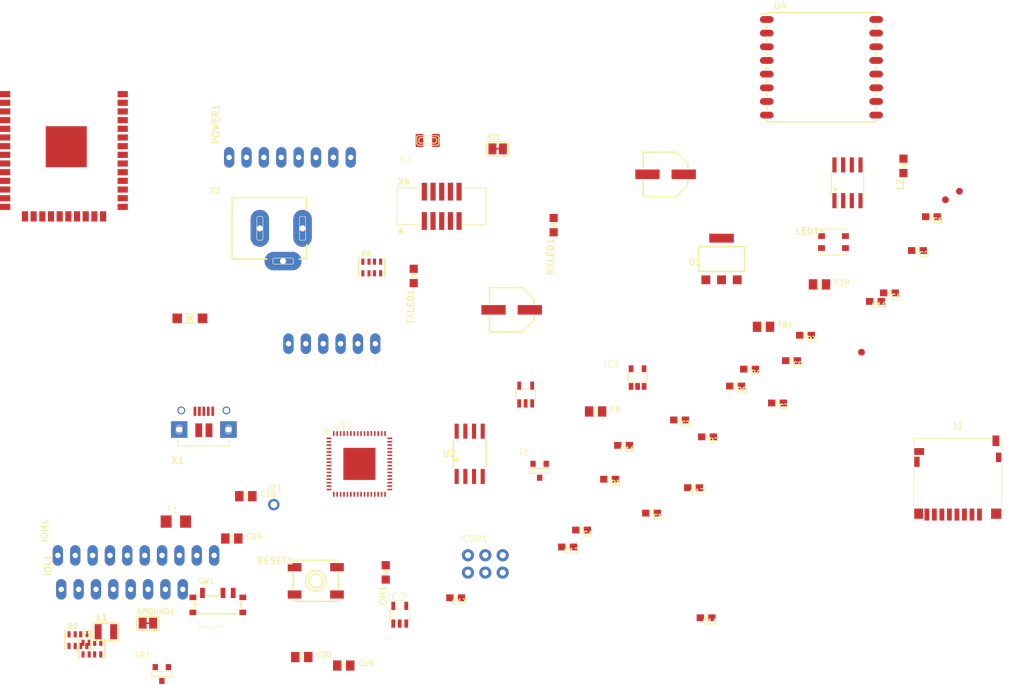
<source format=kicad_pcb>
(kicad_pcb (version 20171130) (host pcbnew 5.0.2-bee76a0~70~ubuntu18.04.1)

  (general
    (thickness 1.6)
    (drawings 0)
    (tracks 0)
    (zones 0)
    (modules 68)
    (nets 72)
  )

  (page A4)
  (layers
    (0 F.Cu signal)
    (31 B.Cu signal)
    (32 B.Adhes user)
    (33 F.Adhes user)
    (34 B.Paste user)
    (35 F.Paste user)
    (36 B.SilkS user)
    (37 F.SilkS user)
    (38 B.Mask user)
    (39 F.Mask user)
    (40 Dwgs.User user)
    (41 Cmts.User user)
    (42 Eco1.User user)
    (43 Eco2.User user)
    (44 Edge.Cuts user)
    (45 Margin user)
    (46 B.CrtYd user)
    (47 F.CrtYd user)
    (48 B.Fab user)
    (49 F.Fab user)
  )

  (setup
    (last_trace_width 0.25)
    (trace_clearance 0.2)
    (zone_clearance 0.508)
    (zone_45_only no)
    (trace_min 0.2)
    (segment_width 0.2)
    (edge_width 0.1)
    (via_size 0.8)
    (via_drill 0.4)
    (via_min_size 0.4)
    (via_min_drill 0.3)
    (uvia_size 0.3)
    (uvia_drill 0.1)
    (uvias_allowed no)
    (uvia_min_size 0.2)
    (uvia_min_drill 0.1)
    (pcb_text_width 0.3)
    (pcb_text_size 1.5 1.5)
    (mod_edge_width 0.15)
    (mod_text_size 1 1)
    (mod_text_width 0.15)
    (pad_size 1.5 1.5)
    (pad_drill 0.6)
    (pad_to_mask_clearance 0)
    (aux_axis_origin 0 0)
    (visible_elements FFFFF77F)
    (pcbplotparams
      (layerselection 0x010fc_ffffffff)
      (usegerberextensions false)
      (usegerberattributes false)
      (usegerberadvancedattributes false)
      (creategerberjobfile false)
      (excludeedgelayer true)
      (linewidth 0.100000)
      (plotframeref false)
      (viasonmask false)
      (mode 1)
      (useauxorigin false)
      (hpglpennumber 1)
      (hpglpenspeed 20)
      (hpglpendiameter 15.000000)
      (psnegative false)
      (psa4output false)
      (plotreference true)
      (plotvalue true)
      (plotinvisibletext false)
      (padsonsilk false)
      (subtractmaskfromsilk false)
      (outputformat 1)
      (mirror false)
      (drillshape 1)
      (scaleselection 1)
      (outputdirectory ""))
  )

  (net 0 "")
  (net 1 /A0)
  (net 2 /A1)
  (net 3 /A2)
  (net 4 /A3)
  (net 5 /A4)
  (net 6 /A5)
  (net 7 "Net-(C1-Pad1)")
  (net 8 GND)
  (net 9 /~RESET)
  (net 10 "Net-(C3-Pad2)")
  (net 11 "Net-(C4-Pad1)")
  (net 12 3.3V)
  (net 13 /AREF)
  (net 14 /VIN)
  (net 15 +5V)
  (net 16 "Net-(D1-PadC)")
  (net 17 "Net-(D1-PadA)")
  (net 18 /SDA)
  (net 19 /SCL)
  (net 20 /USBVCC)
  (net 21 "Net-(F1-Pad1)")
  (net 22 /USHIELD)
  (net 23 "Net-(FB1-Pad1)")
  (net 24 "Net-(IC1-Pad1)")
  (net 25 "Net-(IC1-Pad4)")
  (net 26 /ESP_CS)
  (net 27 /ESP_MISO)
  (net 28 /MISO)
  (net 29 /MOSI)
  (net 30 /SCK)
  (net 31 /D13)
  (net 32 /D12)
  (net 33 /D11)
  (net 34 /D10)
  (net 35 /D9)
  (net 36 /D8)
  (net 37 /D7)
  (net 38 /D6)
  (net 39 /D5)
  (net 40 /D4)
  (net 41 /D3)
  (net 42 /D2)
  (net 43 /D1)
  (net 44 /D0)
  (net 45 "Net-(JP1-Pad1)")
  (net 46 "Net-(L1-PadP$2)")
  (net 47 "Net-(L2-PadA)")
  (net 48 /NEOPIX)
  (net 49 "Net-(ON1-PadC)")
  (net 50 /USB_HOSTEN)
  (net 51 /FLASH_CS)
  (net 52 /RXLED)
  (net 53 /TXLED)
  (net 54 "Net-(R6-Pad2)")
  (net 55 "Net-(R6-Pad3)")
  (net 56 /SWCLK)
  (net 57 /ESP_RESET)
  (net 58 /FLASH_IO1)
  (net 59 /FLASH_IO3)
  (net 60 /FLASH_IO2)
  (net 61 /FLASH_SCK)
  (net 62 /FLASH_IO0)
  (net 63 /ESP_BUSY)
  (net 64 /ESP_TXD)
  (net 65 /ESP_RXD)
  (net 66 /D-)
  (net 67 /D+)
  (net 68 /ESP_RTS)
  (net 69 /SWDIO)
  (net 70 /SWO)
  (net 71 /ESP_GPIO0)

  (net_class Default "This is the default net class."
    (clearance 0.2)
    (trace_width 0.25)
    (via_dia 0.8)
    (via_drill 0.4)
    (uvia_dia 0.3)
    (uvia_drill 0.1)
    (add_net +5V)
    (add_net /A0)
    (add_net /A1)
    (add_net /A2)
    (add_net /A3)
    (add_net /A4)
    (add_net /A5)
    (add_net /AREF)
    (add_net /D+)
    (add_net /D-)
    (add_net /D0)
    (add_net /D1)
    (add_net /D10)
    (add_net /D11)
    (add_net /D12)
    (add_net /D13)
    (add_net /D2)
    (add_net /D3)
    (add_net /D4)
    (add_net /D5)
    (add_net /D6)
    (add_net /D7)
    (add_net /D8)
    (add_net /D9)
    (add_net /ESP_BUSY)
    (add_net /ESP_CS)
    (add_net /ESP_GPIO0)
    (add_net /ESP_MISO)
    (add_net /ESP_RESET)
    (add_net /ESP_RTS)
    (add_net /ESP_RXD)
    (add_net /ESP_TXD)
    (add_net /FLASH_CS)
    (add_net /FLASH_IO0)
    (add_net /FLASH_IO1)
    (add_net /FLASH_IO2)
    (add_net /FLASH_IO3)
    (add_net /FLASH_SCK)
    (add_net /MISO)
    (add_net /MOSI)
    (add_net /NEOPIX)
    (add_net /RXLED)
    (add_net /SCK)
    (add_net /SCL)
    (add_net /SDA)
    (add_net /SWCLK)
    (add_net /SWDIO)
    (add_net /SWO)
    (add_net /TXLED)
    (add_net /USBVCC)
    (add_net /USB_HOSTEN)
    (add_net /USHIELD)
    (add_net /VIN)
    (add_net /~RESET)
    (add_net 3.3V)
    (add_net GND)
    (add_net "Net-(C1-Pad1)")
    (add_net "Net-(C3-Pad2)")
    (add_net "Net-(C4-Pad1)")
    (add_net "Net-(D1-PadA)")
    (add_net "Net-(D1-PadC)")
    (add_net "Net-(F1-Pad1)")
    (add_net "Net-(FB1-Pad1)")
    (add_net "Net-(IC1-Pad1)")
    (add_net "Net-(IC1-Pad4)")
    (add_net "Net-(JP1-Pad1)")
    (add_net "Net-(L1-PadP$2)")
    (add_net "Net-(L2-PadA)")
    (add_net "Net-(ON1-PadC)")
    (add_net "Net-(R6-Pad2)")
    (add_net "Net-(R6-Pad3)")
  )

  (module qa:1X06_OVALWAVE (layer F.Cu) (tedit 0) (tstamp 5D5D731B)
    (at 95.458208 65.319224)
    (path /E058DD9D1C2172C4)
    (fp_text reference AD1 (at -7.6962 -1.8288) (layer F.SilkS) hide
      (effects (font (size 0.77216 0.77216) (thickness 0.146304)) (justify left bottom))
    )
    (fp_text value 20609 (at -7.62 3.175) (layer F.Fab) hide
      (effects (font (size 0.38608 0.38608) (thickness 0.04064)) (justify left bottom))
    )
    (fp_line (start -7.62 -0.635) (end -7.62 0.635) (layer F.Fab) (width 0.2032))
    (fp_poly (pts (xy 3.556 0.254) (xy 4.064 0.254) (xy 4.064 -0.254) (xy 3.556 -0.254)) (layer F.Fab) (width 0))
    (fp_poly (pts (xy 1.016 0.254) (xy 1.524 0.254) (xy 1.524 -0.254) (xy 1.016 -0.254)) (layer F.Fab) (width 0))
    (fp_poly (pts (xy -1.524 0.254) (xy -1.016 0.254) (xy -1.016 -0.254) (xy -1.524 -0.254)) (layer F.Fab) (width 0))
    (fp_poly (pts (xy -4.064 0.254) (xy -3.556 0.254) (xy -3.556 -0.254) (xy -4.064 -0.254)) (layer F.Fab) (width 0))
    (fp_poly (pts (xy -6.604 0.254) (xy -6.096 0.254) (xy -6.096 -0.254) (xy -6.604 -0.254)) (layer F.Fab) (width 0))
    (fp_poly (pts (xy 6.096 0.254) (xy 6.604 0.254) (xy 6.604 -0.254) (xy 6.096 -0.254)) (layer F.Fab) (width 0))
    (pad 1 thru_hole oval (at -6.35 0 90) (size 3 1.5) (drill 0.8) (layers *.Cu *.Mask)
      (net 1 /A0) (solder_mask_margin 0.0508))
    (pad 2 thru_hole oval (at -3.81 0 90) (size 3 1.5) (drill 0.8) (layers *.Cu *.Mask)
      (net 2 /A1) (solder_mask_margin 0.0508))
    (pad 3 thru_hole oval (at -1.27 0 90) (size 3 1.5) (drill 0.8) (layers *.Cu *.Mask)
      (net 3 /A2) (solder_mask_margin 0.0508))
    (pad 4 thru_hole oval (at 1.27 0 90) (size 3 1.5) (drill 0.8) (layers *.Cu *.Mask)
      (net 4 /A3) (solder_mask_margin 0.0508))
    (pad 5 thru_hole oval (at 3.81 0 90) (size 3 1.5) (drill 0.8) (layers *.Cu *.Mask)
      (net 5 /A4) (solder_mask_margin 0.0508))
    (pad 6 thru_hole oval (at 6.35 0 90) (size 3 1.5) (drill 0.8) (layers *.Cu *.Mask)
      (net 6 /A5) (solder_mask_margin 0.0508))
  )

  (module qa:0603-NO (layer F.Cu) (tedit 0) (tstamp 5D5D732B)
    (at 131.987161 92.593922)
    (path /222124DB2C2545C3)
    (fp_text reference C1 (at 1.778 0.127 -180) (layer F.SilkS)
      (effects (font (size 0.77216 0.77216) (thickness 0.138988)) (justify right top))
    )
    (fp_text value 22pF (at 1.778 0.762 -180) (layer F.Fab)
      (effects (font (size 0.77216 0.77216) (thickness 0.077216)) (justify right top))
    )
    (fp_line (start -1.473 -0.729) (end 1.473 -0.729) (layer Dwgs.User) (width 0.0508))
    (fp_line (start 1.473 -0.729) (end 1.473 0.729) (layer Dwgs.User) (width 0.0508))
    (fp_line (start 1.473 0.729) (end -1.473 0.729) (layer Dwgs.User) (width 0.0508))
    (fp_line (start -1.473 0.729) (end -1.473 -0.729) (layer Dwgs.User) (width 0.0508))
    (fp_line (start -0.356 -0.432) (end 0.356 -0.432) (layer F.Fab) (width 0.1016))
    (fp_line (start -0.356 0.419) (end 0.356 0.419) (layer F.Fab) (width 0.1016))
    (fp_poly (pts (xy -0.8382 0.4699) (xy -0.3381 0.4699) (xy -0.3381 -0.4801) (xy -0.8382 -0.4801)) (layer F.Fab) (width 0))
    (fp_poly (pts (xy 0.3302 0.4699) (xy 0.8303 0.4699) (xy 0.8303 -0.4801) (xy 0.3302 -0.4801)) (layer F.Fab) (width 0))
    (fp_poly (pts (xy -0.1999 0.3) (xy 0.1999 0.3) (xy 0.1999 -0.3) (xy -0.1999 -0.3)) (layer F.Adhes) (width 0))
    (fp_line (start 0 -0.4) (end 0 0.4) (layer F.SilkS) (width 0.3048))
    (pad 1 smd rect (at -0.85 0) (size 1.075 1) (layers F.Cu F.Paste F.Mask)
      (net 7 "Net-(C1-Pad1)") (solder_mask_margin 0.0508))
    (pad 2 smd rect (at 0.85 0) (size 1.075 1) (layers F.Cu F.Paste F.Mask)
      (net 8 GND) (solder_mask_margin 0.0508))
  )

  (module qa:0603-NO (layer F.Cu) (tedit 0) (tstamp 5D5D733B)
    (at 181.106833 51.681875)
    (path /7EAD0294E877986F)
    (fp_text reference C2 (at 1.778 0.127 -180) (layer F.SilkS)
      (effects (font (size 0.77216 0.77216) (thickness 0.138988)) (justify right top))
    )
    (fp_text value 0.1uF (at 1.778 0.762 -180) (layer F.Fab)
      (effects (font (size 0.77216 0.77216) (thickness 0.077216)) (justify right top))
    )
    (fp_line (start -1.473 -0.729) (end 1.473 -0.729) (layer Dwgs.User) (width 0.0508))
    (fp_line (start 1.473 -0.729) (end 1.473 0.729) (layer Dwgs.User) (width 0.0508))
    (fp_line (start 1.473 0.729) (end -1.473 0.729) (layer Dwgs.User) (width 0.0508))
    (fp_line (start -1.473 0.729) (end -1.473 -0.729) (layer Dwgs.User) (width 0.0508))
    (fp_line (start -0.356 -0.432) (end 0.356 -0.432) (layer F.Fab) (width 0.1016))
    (fp_line (start -0.356 0.419) (end 0.356 0.419) (layer F.Fab) (width 0.1016))
    (fp_poly (pts (xy -0.8382 0.4699) (xy -0.3381 0.4699) (xy -0.3381 -0.4801) (xy -0.8382 -0.4801)) (layer F.Fab) (width 0))
    (fp_poly (pts (xy 0.3302 0.4699) (xy 0.8303 0.4699) (xy 0.8303 -0.4801) (xy 0.3302 -0.4801)) (layer F.Fab) (width 0))
    (fp_poly (pts (xy -0.1999 0.3) (xy 0.1999 0.3) (xy 0.1999 -0.3) (xy -0.1999 -0.3)) (layer F.Adhes) (width 0))
    (fp_line (start 0 -0.4) (end 0 0.4) (layer F.SilkS) (width 0.3048))
    (pad 1 smd rect (at -0.85 0) (size 1.075 1) (layers F.Cu F.Paste F.Mask)
      (net 8 GND) (solder_mask_margin 0.0508))
    (pad 2 smd rect (at 0.85 0) (size 1.075 1) (layers F.Cu F.Paste F.Mask)
      (net 9 /~RESET) (solder_mask_margin 0.0508))
  )

  (module qa:0603-NO (layer F.Cu) (tedit 0) (tstamp 5D5D734B)
    (at 146.313732 76.477055)
    (path /92973E8713FBD7FC)
    (fp_text reference C3 (at 1.778 0.127 -180) (layer F.SilkS)
      (effects (font (size 0.77216 0.77216) (thickness 0.138988)) (justify right top))
    )
    (fp_text value .1u (at 1.778 0.762 -180) (layer F.Fab)
      (effects (font (size 0.77216 0.77216) (thickness 0.077216)) (justify right top))
    )
    (fp_line (start -1.473 -0.729) (end 1.473 -0.729) (layer Dwgs.User) (width 0.0508))
    (fp_line (start 1.473 -0.729) (end 1.473 0.729) (layer Dwgs.User) (width 0.0508))
    (fp_line (start 1.473 0.729) (end -1.473 0.729) (layer Dwgs.User) (width 0.0508))
    (fp_line (start -1.473 0.729) (end -1.473 -0.729) (layer Dwgs.User) (width 0.0508))
    (fp_line (start -0.356 -0.432) (end 0.356 -0.432) (layer F.Fab) (width 0.1016))
    (fp_line (start -0.356 0.419) (end 0.356 0.419) (layer F.Fab) (width 0.1016))
    (fp_poly (pts (xy -0.8382 0.4699) (xy -0.3381 0.4699) (xy -0.3381 -0.4801) (xy -0.8382 -0.4801)) (layer F.Fab) (width 0))
    (fp_poly (pts (xy 0.3302 0.4699) (xy 0.8303 0.4699) (xy 0.8303 -0.4801) (xy 0.3302 -0.4801)) (layer F.Fab) (width 0))
    (fp_poly (pts (xy -0.1999 0.3) (xy 0.1999 0.3) (xy 0.1999 -0.3) (xy -0.1999 -0.3)) (layer F.Adhes) (width 0))
    (fp_line (start 0 -0.4) (end 0 0.4) (layer F.SilkS) (width 0.3048))
    (pad 1 smd rect (at -0.85 0) (size 1.075 1) (layers F.Cu F.Paste F.Mask)
      (net 8 GND) (solder_mask_margin 0.0508))
    (pad 2 smd rect (at 0.85 0) (size 1.075 1) (layers F.Cu F.Paste F.Mask)
      (net 10 "Net-(C3-Pad2)") (solder_mask_margin 0.0508))
  )

  (module qa:0603-NO (layer F.Cu) (tedit 0) (tstamp 5D5D735B)
    (at 177.013527 57.88067)
    (path /128FB04B6CD517BA)
    (fp_text reference C4 (at 1.778 0.127 -180) (layer F.SilkS)
      (effects (font (size 0.77216 0.77216) (thickness 0.138988)) (justify right top))
    )
    (fp_text value 22pF (at 1.778 0.762 -180) (layer F.Fab)
      (effects (font (size 0.77216 0.77216) (thickness 0.077216)) (justify right top))
    )
    (fp_line (start 0 -0.4) (end 0 0.4) (layer F.SilkS) (width 0.3048))
    (fp_poly (pts (xy -0.1999 0.3) (xy 0.1999 0.3) (xy 0.1999 -0.3) (xy -0.1999 -0.3)) (layer F.Adhes) (width 0))
    (fp_poly (pts (xy 0.3302 0.4699) (xy 0.8303 0.4699) (xy 0.8303 -0.4801) (xy 0.3302 -0.4801)) (layer F.Fab) (width 0))
    (fp_poly (pts (xy -0.8382 0.4699) (xy -0.3381 0.4699) (xy -0.3381 -0.4801) (xy -0.8382 -0.4801)) (layer F.Fab) (width 0))
    (fp_line (start -0.356 0.419) (end 0.356 0.419) (layer F.Fab) (width 0.1016))
    (fp_line (start -0.356 -0.432) (end 0.356 -0.432) (layer F.Fab) (width 0.1016))
    (fp_line (start -1.473 0.729) (end -1.473 -0.729) (layer Dwgs.User) (width 0.0508))
    (fp_line (start 1.473 0.729) (end -1.473 0.729) (layer Dwgs.User) (width 0.0508))
    (fp_line (start 1.473 -0.729) (end 1.473 0.729) (layer Dwgs.User) (width 0.0508))
    (fp_line (start -1.473 -0.729) (end 1.473 -0.729) (layer Dwgs.User) (width 0.0508))
    (pad 2 smd rect (at 0.85 0) (size 1.075 1) (layers F.Cu F.Paste F.Mask)
      (net 8 GND) (solder_mask_margin 0.0508))
    (pad 1 smd rect (at -0.85 0) (size 1.075 1) (layers F.Cu F.Paste F.Mask)
      (net 11 "Net-(C4-Pad1)") (solder_mask_margin 0.0508))
  )

  (module qa:0603-NO (layer F.Cu) (tedit 0) (tstamp 5D5D736B)
    (at 142.220426 90.114404)
    (path /297F4745BC6570F8)
    (fp_text reference C5 (at 1.778 0.127 -180) (layer F.SilkS)
      (effects (font (size 0.77216 0.77216) (thickness 0.138988)) (justify right top))
    )
    (fp_text value 1uF (at 1.778 0.762 -180) (layer F.Fab)
      (effects (font (size 0.77216 0.77216) (thickness 0.077216)) (justify right top))
    )
    (fp_line (start -1.473 -0.729) (end 1.473 -0.729) (layer Dwgs.User) (width 0.0508))
    (fp_line (start 1.473 -0.729) (end 1.473 0.729) (layer Dwgs.User) (width 0.0508))
    (fp_line (start 1.473 0.729) (end -1.473 0.729) (layer Dwgs.User) (width 0.0508))
    (fp_line (start -1.473 0.729) (end -1.473 -0.729) (layer Dwgs.User) (width 0.0508))
    (fp_line (start -0.356 -0.432) (end 0.356 -0.432) (layer F.Fab) (width 0.1016))
    (fp_line (start -0.356 0.419) (end 0.356 0.419) (layer F.Fab) (width 0.1016))
    (fp_poly (pts (xy -0.8382 0.4699) (xy -0.3381 0.4699) (xy -0.3381 -0.4801) (xy -0.8382 -0.4801)) (layer F.Fab) (width 0))
    (fp_poly (pts (xy 0.3302 0.4699) (xy 0.8303 0.4699) (xy 0.8303 -0.4801) (xy 0.3302 -0.4801)) (layer F.Fab) (width 0))
    (fp_poly (pts (xy -0.1999 0.3) (xy 0.1999 0.3) (xy 0.1999 -0.3) (xy -0.1999 -0.3)) (layer F.Adhes) (width 0))
    (fp_line (start 0 -0.4) (end 0 0.4) (layer F.SilkS) (width 0.3048))
    (pad 1 smd rect (at -0.85 0) (size 1.075 1) (layers F.Cu F.Paste F.Mask)
      (net 10 "Net-(C3-Pad2)") (solder_mask_margin 0.0508))
    (pad 2 smd rect (at 0.85 0) (size 1.075 1) (layers F.Cu F.Paste F.Mask)
      (net 8 GND) (solder_mask_margin 0.0508))
  )

  (module qa:0805-NO (layer F.Cu) (tedit 0) (tstamp 5D5D7376)
    (at 134.033814 75.237296)
    (path /23009AF2D1512118)
    (fp_text reference C6 (at 2.032 0.127) (layer F.SilkS)
      (effects (font (size 0.77216 0.77216) (thickness 0.138988)) (justify left bottom))
    )
    (fp_text value 10uF (at 2.032 0.762) (layer F.Fab)
      (effects (font (size 0.77216 0.77216) (thickness 0.077216)) (justify left bottom))
    )
    (fp_line (start -0.381 -0.66) (end 0.381 -0.66) (layer F.Fab) (width 0.1016))
    (fp_line (start -0.356 0.66) (end 0.381 0.66) (layer F.Fab) (width 0.1016))
    (fp_poly (pts (xy -1.0922 0.7239) (xy -0.3421 0.7239) (xy -0.3421 -0.7262) (xy -1.0922 -0.7262)) (layer F.Fab) (width 0))
    (fp_poly (pts (xy 0.3556 0.7239) (xy 1.1057 0.7239) (xy 1.1057 -0.7262) (xy 0.3556 -0.7262)) (layer F.Fab) (width 0))
    (fp_line (start 0 -0.508) (end 0 0.508) (layer F.SilkS) (width 0.3048))
    (pad 1 smd rect (at -0.95 0) (size 1.24 1.5) (layers F.Cu F.Paste F.Mask)
      (net 10 "Net-(C3-Pad2)") (solder_mask_margin 0.0508))
    (pad 2 smd rect (at 0.95 0) (size 1.24 1.5) (layers F.Cu F.Paste F.Mask)
      (net 8 GND) (solder_mask_margin 0.0508))
  )

  (module qa:0603-NO (layer F.Cu) (tedit 0) (tstamp 5D5D7386)
    (at 160.640303 73.997537)
    (path /A5DAE16693E026DF)
    (fp_text reference C7 (at 1.778 0.127 -180) (layer F.SilkS)
      (effects (font (size 0.77216 0.77216) (thickness 0.138988)) (justify right top))
    )
    (fp_text value .1u (at 1.778 0.762 -180) (layer F.Fab)
      (effects (font (size 0.77216 0.77216) (thickness 0.077216)) (justify right top))
    )
    (fp_line (start 0 -0.4) (end 0 0.4) (layer F.SilkS) (width 0.3048))
    (fp_poly (pts (xy -0.1999 0.3) (xy 0.1999 0.3) (xy 0.1999 -0.3) (xy -0.1999 -0.3)) (layer F.Adhes) (width 0))
    (fp_poly (pts (xy 0.3302 0.4699) (xy 0.8303 0.4699) (xy 0.8303 -0.4801) (xy 0.3302 -0.4801)) (layer F.Fab) (width 0))
    (fp_poly (pts (xy -0.8382 0.4699) (xy -0.3381 0.4699) (xy -0.3381 -0.4801) (xy -0.8382 -0.4801)) (layer F.Fab) (width 0))
    (fp_line (start -0.356 0.419) (end 0.356 0.419) (layer F.Fab) (width 0.1016))
    (fp_line (start -0.356 -0.432) (end 0.356 -0.432) (layer F.Fab) (width 0.1016))
    (fp_line (start -1.473 0.729) (end -1.473 -0.729) (layer Dwgs.User) (width 0.0508))
    (fp_line (start 1.473 0.729) (end -1.473 0.729) (layer Dwgs.User) (width 0.0508))
    (fp_line (start 1.473 -0.729) (end 1.473 0.729) (layer Dwgs.User) (width 0.0508))
    (fp_line (start -1.473 -0.729) (end 1.473 -0.729) (layer Dwgs.User) (width 0.0508))
    (pad 2 smd rect (at 0.85 0) (size 1.075 1) (layers F.Cu F.Paste F.Mask)
      (net 12 3.3V) (solder_mask_margin 0.0508))
    (pad 1 smd rect (at -0.85 0) (size 1.075 1) (layers F.Cu F.Paste F.Mask)
      (net 8 GND) (solder_mask_margin 0.0508))
  )

  (module qa:0603-NO (layer F.Cu) (tedit 0) (tstamp 5D5D7396)
    (at 183.153486 46.722839)
    (path /A8FD01F5CE7F0127)
    (fp_text reference C8 (at 1.778 0.127 -180) (layer F.SilkS)
      (effects (font (size 0.77216 0.77216) (thickness 0.138988)) (justify right top))
    )
    (fp_text value .1u (at 1.778 0.762 -180) (layer F.Fab)
      (effects (font (size 0.77216 0.77216) (thickness 0.077216)) (justify right top))
    )
    (fp_line (start 0 -0.4) (end 0 0.4) (layer F.SilkS) (width 0.3048))
    (fp_poly (pts (xy -0.1999 0.3) (xy 0.1999 0.3) (xy 0.1999 -0.3) (xy -0.1999 -0.3)) (layer F.Adhes) (width 0))
    (fp_poly (pts (xy 0.3302 0.4699) (xy 0.8303 0.4699) (xy 0.8303 -0.4801) (xy 0.3302 -0.4801)) (layer F.Fab) (width 0))
    (fp_poly (pts (xy -0.8382 0.4699) (xy -0.3381 0.4699) (xy -0.3381 -0.4801) (xy -0.8382 -0.4801)) (layer F.Fab) (width 0))
    (fp_line (start -0.356 0.419) (end 0.356 0.419) (layer F.Fab) (width 0.1016))
    (fp_line (start -0.356 -0.432) (end 0.356 -0.432) (layer F.Fab) (width 0.1016))
    (fp_line (start -1.473 0.729) (end -1.473 -0.729) (layer Dwgs.User) (width 0.0508))
    (fp_line (start 1.473 0.729) (end -1.473 0.729) (layer Dwgs.User) (width 0.0508))
    (fp_line (start 1.473 -0.729) (end 1.473 0.729) (layer Dwgs.User) (width 0.0508))
    (fp_line (start -1.473 -0.729) (end 1.473 -0.729) (layer Dwgs.User) (width 0.0508))
    (pad 2 smd rect (at 0.85 0) (size 1.075 1) (layers F.Cu F.Paste F.Mask)
      (net 12 3.3V) (solder_mask_margin 0.0508))
    (pad 1 smd rect (at -0.85 0) (size 1.075 1) (layers F.Cu F.Paste F.Mask)
      (net 8 GND) (solder_mask_margin 0.0508))
  )

  (module qa:0603-NO (layer F.Cu) (tedit 0) (tstamp 5D5D73A6)
    (at 162.686956 67.798742)
    (path /B19285452881DEB4)
    (fp_text reference C9 (at 1.778 0.127 -180) (layer F.SilkS)
      (effects (font (size 0.77216 0.77216) (thickness 0.138988)) (justify right top))
    )
    (fp_text value .1u (at 1.778 0.762 -180) (layer F.Fab)
      (effects (font (size 0.77216 0.77216) (thickness 0.077216)) (justify right top))
    )
    (fp_line (start -1.473 -0.729) (end 1.473 -0.729) (layer Dwgs.User) (width 0.0508))
    (fp_line (start 1.473 -0.729) (end 1.473 0.729) (layer Dwgs.User) (width 0.0508))
    (fp_line (start 1.473 0.729) (end -1.473 0.729) (layer Dwgs.User) (width 0.0508))
    (fp_line (start -1.473 0.729) (end -1.473 -0.729) (layer Dwgs.User) (width 0.0508))
    (fp_line (start -0.356 -0.432) (end 0.356 -0.432) (layer F.Fab) (width 0.1016))
    (fp_line (start -0.356 0.419) (end 0.356 0.419) (layer F.Fab) (width 0.1016))
    (fp_poly (pts (xy -0.8382 0.4699) (xy -0.3381 0.4699) (xy -0.3381 -0.4801) (xy -0.8382 -0.4801)) (layer F.Fab) (width 0))
    (fp_poly (pts (xy 0.3302 0.4699) (xy 0.8303 0.4699) (xy 0.8303 -0.4801) (xy 0.3302 -0.4801)) (layer F.Fab) (width 0))
    (fp_poly (pts (xy -0.1999 0.3) (xy 0.1999 0.3) (xy 0.1999 -0.3) (xy -0.1999 -0.3)) (layer F.Adhes) (width 0))
    (fp_line (start 0 -0.4) (end 0 0.4) (layer F.SilkS) (width 0.3048))
    (pad 1 smd rect (at -0.85 0) (size 1.075 1) (layers F.Cu F.Paste F.Mask)
      (net 8 GND) (solder_mask_margin 0.0508))
    (pad 2 smd rect (at 0.85 0) (size 1.075 1) (layers F.Cu F.Paste F.Mask)
      (net 12 3.3V) (solder_mask_margin 0.0508))
  )

  (module qa:0603-NO (layer F.Cu) (tedit 0) (tstamp 5D5D73B6)
    (at 174.966874 59.120429)
    (path /458053F60FC9A912)
    (fp_text reference C10 (at 1.778 0.127 -180) (layer F.SilkS)
      (effects (font (size 0.77216 0.77216) (thickness 0.138988)) (justify right top))
    )
    (fp_text value .1u (at 1.778 0.762 -180) (layer F.Fab)
      (effects (font (size 0.77216 0.77216) (thickness 0.077216)) (justify right top))
    )
    (fp_line (start 0 -0.4) (end 0 0.4) (layer F.SilkS) (width 0.3048))
    (fp_poly (pts (xy -0.1999 0.3) (xy 0.1999 0.3) (xy 0.1999 -0.3) (xy -0.1999 -0.3)) (layer F.Adhes) (width 0))
    (fp_poly (pts (xy 0.3302 0.4699) (xy 0.8303 0.4699) (xy 0.8303 -0.4801) (xy 0.3302 -0.4801)) (layer F.Fab) (width 0))
    (fp_poly (pts (xy -0.8382 0.4699) (xy -0.3381 0.4699) (xy -0.3381 -0.4801) (xy -0.8382 -0.4801)) (layer F.Fab) (width 0))
    (fp_line (start -0.356 0.419) (end 0.356 0.419) (layer F.Fab) (width 0.1016))
    (fp_line (start -0.356 -0.432) (end 0.356 -0.432) (layer F.Fab) (width 0.1016))
    (fp_line (start -1.473 0.729) (end -1.473 -0.729) (layer Dwgs.User) (width 0.0508))
    (fp_line (start 1.473 0.729) (end -1.473 0.729) (layer Dwgs.User) (width 0.0508))
    (fp_line (start 1.473 -0.729) (end 1.473 0.729) (layer Dwgs.User) (width 0.0508))
    (fp_line (start -1.473 -0.729) (end 1.473 -0.729) (layer Dwgs.User) (width 0.0508))
    (pad 2 smd rect (at 0.85 0) (size 1.075 1) (layers F.Cu F.Paste F.Mask)
      (net 12 3.3V) (solder_mask_margin 0.0508))
    (pad 1 smd rect (at -0.85 0) (size 1.075 1) (layers F.Cu F.Paste F.Mask)
      (net 8 GND) (solder_mask_margin 0.0508))
  )

  (module qa:0603-NO (layer F.Cu) (tedit 0) (tstamp 5D5D73C6)
    (at 150.2029 105.4354)
    (path /60A82EA8EC08C954)
    (fp_text reference C11 (at 1.778 0.127 -180) (layer F.SilkS)
      (effects (font (size 0.77216 0.77216) (thickness 0.138988)) (justify right top))
    )
    (fp_text value .1u (at 1.778 0.762 -180) (layer F.Fab)
      (effects (font (size 0.77216 0.77216) (thickness 0.077216)) (justify right top))
    )
    (fp_line (start -1.473 -0.729) (end 1.473 -0.729) (layer Dwgs.User) (width 0.0508))
    (fp_line (start 1.473 -0.729) (end 1.473 0.729) (layer Dwgs.User) (width 0.0508))
    (fp_line (start 1.473 0.729) (end -1.473 0.729) (layer Dwgs.User) (width 0.0508))
    (fp_line (start -1.473 0.729) (end -1.473 -0.729) (layer Dwgs.User) (width 0.0508))
    (fp_line (start -0.356 -0.432) (end 0.356 -0.432) (layer F.Fab) (width 0.1016))
    (fp_line (start -0.356 0.419) (end 0.356 0.419) (layer F.Fab) (width 0.1016))
    (fp_poly (pts (xy -0.8382 0.4699) (xy -0.3381 0.4699) (xy -0.3381 -0.4801) (xy -0.8382 -0.4801)) (layer F.Fab) (width 0))
    (fp_poly (pts (xy 0.3302 0.4699) (xy 0.8303 0.4699) (xy 0.8303 -0.4801) (xy 0.3302 -0.4801)) (layer F.Fab) (width 0))
    (fp_poly (pts (xy -0.1999 0.3) (xy 0.1999 0.3) (xy 0.1999 -0.3) (xy -0.1999 -0.3)) (layer F.Adhes) (width 0))
    (fp_line (start 0 -0.4) (end 0 0.4) (layer F.SilkS) (width 0.3048))
    (pad 1 smd rect (at -0.85 0) (size 1.075 1) (layers F.Cu F.Paste F.Mask)
      (net 8 GND) (solder_mask_margin 0.0508))
    (pad 2 smd rect (at 0.85 0) (size 1.075 1) (layers F.Cu F.Paste F.Mask)
      (net 12 3.3V) (solder_mask_margin 0.0508))
  )

  (module qa:0603-NO (layer F.Cu) (tedit 0) (tstamp 5D5D73D6)
    (at 129.940508 95.07344)
    (path /D5C4E5AE59A9410B)
    (fp_text reference C12 (at 1.778 0.127 -180) (layer F.SilkS)
      (effects (font (size 0.77216 0.77216) (thickness 0.138988)) (justify right top))
    )
    (fp_text value .1u (at 1.778 0.762 -180) (layer F.Fab)
      (effects (font (size 0.77216 0.77216) (thickness 0.077216)) (justify right top))
    )
    (fp_line (start -1.473 -0.729) (end 1.473 -0.729) (layer Dwgs.User) (width 0.0508))
    (fp_line (start 1.473 -0.729) (end 1.473 0.729) (layer Dwgs.User) (width 0.0508))
    (fp_line (start 1.473 0.729) (end -1.473 0.729) (layer Dwgs.User) (width 0.0508))
    (fp_line (start -1.473 0.729) (end -1.473 -0.729) (layer Dwgs.User) (width 0.0508))
    (fp_line (start -0.356 -0.432) (end 0.356 -0.432) (layer F.Fab) (width 0.1016))
    (fp_line (start -0.356 0.419) (end 0.356 0.419) (layer F.Fab) (width 0.1016))
    (fp_poly (pts (xy -0.8382 0.4699) (xy -0.3381 0.4699) (xy -0.3381 -0.4801) (xy -0.8382 -0.4801)) (layer F.Fab) (width 0))
    (fp_poly (pts (xy 0.3302 0.4699) (xy 0.8303 0.4699) (xy 0.8303 -0.4801) (xy 0.3302 -0.4801)) (layer F.Fab) (width 0))
    (fp_poly (pts (xy -0.1999 0.3) (xy 0.1999 0.3) (xy 0.1999 -0.3) (xy -0.1999 -0.3)) (layer F.Adhes) (width 0))
    (fp_line (start 0 -0.4) (end 0 0.4) (layer F.SilkS) (width 0.3048))
    (pad 1 smd rect (at -0.85 0) (size 1.075 1) (layers F.Cu F.Paste F.Mask)
      (net 13 /AREF) (solder_mask_margin 0.0508))
    (pad 2 smd rect (at 0.85 0) (size 1.075 1) (layers F.Cu F.Paste F.Mask)
      (net 8 GND) (solder_mask_margin 0.0508))
  )

  (module qa:0603-NO (layer F.Cu) (tedit 0) (tstamp 5D5D73E6)
    (at 113.567284 102.511994)
    (path /B5CD8EA682602F87)
    (fp_text reference C13 (at 1.778 0.127 -180) (layer F.SilkS)
      (effects (font (size 0.77216 0.77216) (thickness 0.138988)) (justify right top))
    )
    (fp_text value 0.1uF (at 1.778 0.762 -180) (layer F.Fab)
      (effects (font (size 0.77216 0.77216) (thickness 0.077216)) (justify right top))
    )
    (fp_line (start 0 -0.4) (end 0 0.4) (layer F.SilkS) (width 0.3048))
    (fp_poly (pts (xy -0.1999 0.3) (xy 0.1999 0.3) (xy 0.1999 -0.3) (xy -0.1999 -0.3)) (layer F.Adhes) (width 0))
    (fp_poly (pts (xy 0.3302 0.4699) (xy 0.8303 0.4699) (xy 0.8303 -0.4801) (xy 0.3302 -0.4801)) (layer F.Fab) (width 0))
    (fp_poly (pts (xy -0.8382 0.4699) (xy -0.3381 0.4699) (xy -0.3381 -0.4801) (xy -0.8382 -0.4801)) (layer F.Fab) (width 0))
    (fp_line (start -0.356 0.419) (end 0.356 0.419) (layer F.Fab) (width 0.1016))
    (fp_line (start -0.356 -0.432) (end 0.356 -0.432) (layer F.Fab) (width 0.1016))
    (fp_line (start -1.473 0.729) (end -1.473 -0.729) (layer Dwgs.User) (width 0.0508))
    (fp_line (start 1.473 0.729) (end -1.473 0.729) (layer Dwgs.User) (width 0.0508))
    (fp_line (start 1.473 -0.729) (end 1.473 0.729) (layer Dwgs.User) (width 0.0508))
    (fp_line (start -1.473 -0.729) (end 1.473 -0.729) (layer Dwgs.User) (width 0.0508))
    (pad 2 smd rect (at 0.85 0) (size 1.075 1) (layers F.Cu F.Paste F.Mask)
      (net 8 GND) (solder_mask_margin 0.0508))
    (pad 1 smd rect (at -0.85 0) (size 1.075 1) (layers F.Cu F.Paste F.Mask)
      (net 14 /VIN) (solder_mask_margin 0.0508))
  )

  (module qa:0805-NO (layer F.Cu) (tedit 0) (tstamp 5D5D73F1)
    (at 80.820836 93.833681)
    (path /4ED27554B94C3227)
    (fp_text reference C14 (at 2.032 0.127) (layer F.SilkS)
      (effects (font (size 0.77216 0.77216) (thickness 0.138988)) (justify left bottom))
    )
    (fp_text value 0.1uF (at 2.032 0.762) (layer F.Fab)
      (effects (font (size 0.77216 0.77216) (thickness 0.077216)) (justify left bottom))
    )
    (fp_line (start 0 -0.508) (end 0 0.508) (layer F.SilkS) (width 0.3048))
    (fp_poly (pts (xy 0.3556 0.7239) (xy 1.1057 0.7239) (xy 1.1057 -0.7262) (xy 0.3556 -0.7262)) (layer F.Fab) (width 0))
    (fp_poly (pts (xy -1.0922 0.7239) (xy -0.3421 0.7239) (xy -0.3421 -0.7262) (xy -1.0922 -0.7262)) (layer F.Fab) (width 0))
    (fp_line (start -0.356 0.66) (end 0.381 0.66) (layer F.Fab) (width 0.1016))
    (fp_line (start -0.381 -0.66) (end 0.381 -0.66) (layer F.Fab) (width 0.1016))
    (pad 2 smd rect (at 0.95 0) (size 1.24 1.5) (layers F.Cu F.Paste F.Mask)
      (net 15 +5V) (solder_mask_margin 0.0508))
    (pad 1 smd rect (at -0.95 0) (size 1.24 1.5) (layers F.Cu F.Paste F.Mask)
      (net 8 GND) (solder_mask_margin 0.0508))
  )

  (module qa:0805-NO (layer F.Cu) (tedit 0) (tstamp 5D5D73FC)
    (at 82.867489 87.634886)
    (path /BCDE55D9FA3B87C3)
    (fp_text reference C15 (at 2.032 0.127) (layer F.SilkS)
      (effects (font (size 0.77216 0.77216) (thickness 0.138988)) (justify left bottom))
    )
    (fp_text value 10uF (at 2.032 0.762) (layer F.Fab)
      (effects (font (size 0.77216 0.77216) (thickness 0.077216)) (justify left bottom))
    )
    (fp_line (start -0.381 -0.66) (end 0.381 -0.66) (layer F.Fab) (width 0.1016))
    (fp_line (start -0.356 0.66) (end 0.381 0.66) (layer F.Fab) (width 0.1016))
    (fp_poly (pts (xy -1.0922 0.7239) (xy -0.3421 0.7239) (xy -0.3421 -0.7262) (xy -1.0922 -0.7262)) (layer F.Fab) (width 0))
    (fp_poly (pts (xy 0.3556 0.7239) (xy 1.1057 0.7239) (xy 1.1057 -0.7262) (xy 0.3556 -0.7262)) (layer F.Fab) (width 0))
    (fp_line (start 0 -0.508) (end 0 0.508) (layer F.SilkS) (width 0.3048))
    (pad 1 smd rect (at -0.95 0) (size 1.24 1.5) (layers F.Cu F.Paste F.Mask)
      (net 8 GND) (solder_mask_margin 0.0508))
    (pad 2 smd rect (at 0.95 0) (size 1.24 1.5) (layers F.Cu F.Paste F.Mask)
      (net 12 3.3V) (solder_mask_margin 0.0508))
  )

  (module qa:0603-NO (layer F.Cu) (tedit 0) (tstamp 5D5D740C)
    (at 138.12712 80.196332)
    (path /B9BFB00B4ABE3390)
    (fp_text reference C16 (at 1.778 0.127 -180) (layer F.SilkS)
      (effects (font (size 0.77216 0.77216) (thickness 0.138988)) (justify right top))
    )
    (fp_text value 0.1uF (at 1.778 0.762 -180) (layer F.Fab)
      (effects (font (size 0.77216 0.77216) (thickness 0.077216)) (justify right top))
    )
    (fp_line (start 0 -0.4) (end 0 0.4) (layer F.SilkS) (width 0.3048))
    (fp_poly (pts (xy -0.1999 0.3) (xy 0.1999 0.3) (xy 0.1999 -0.3) (xy -0.1999 -0.3)) (layer F.Adhes) (width 0))
    (fp_poly (pts (xy 0.3302 0.4699) (xy 0.8303 0.4699) (xy 0.8303 -0.4801) (xy 0.3302 -0.4801)) (layer F.Fab) (width 0))
    (fp_poly (pts (xy -0.8382 0.4699) (xy -0.3381 0.4699) (xy -0.3381 -0.4801) (xy -0.8382 -0.4801)) (layer F.Fab) (width 0))
    (fp_line (start -0.356 0.419) (end 0.356 0.419) (layer F.Fab) (width 0.1016))
    (fp_line (start -0.356 -0.432) (end 0.356 -0.432) (layer F.Fab) (width 0.1016))
    (fp_line (start -1.473 0.729) (end -1.473 -0.729) (layer Dwgs.User) (width 0.0508))
    (fp_line (start 1.473 0.729) (end -1.473 0.729) (layer Dwgs.User) (width 0.0508))
    (fp_line (start 1.473 -0.729) (end 1.473 0.729) (layer Dwgs.User) (width 0.0508))
    (fp_line (start -1.473 -0.729) (end 1.473 -0.729) (layer Dwgs.User) (width 0.0508))
    (pad 2 smd rect (at 0.85 0) (size 1.075 1) (layers F.Cu F.Paste F.Mask)
      (net 8 GND) (solder_mask_margin 0.0508))
    (pad 1 smd rect (at -0.85 0) (size 1.075 1) (layers F.Cu F.Paste F.Mask)
      (net 12 3.3V) (solder_mask_margin 0.0508))
  )

  (module qa:0603-NO (layer F.Cu) (tedit 0) (tstamp 5D5D741C)
    (at 148.360385 86.395127)
    (path /6C218D058F832F00)
    (fp_text reference C17 (at 1.778 0.127 -180) (layer F.SilkS)
      (effects (font (size 0.77216 0.77216) (thickness 0.138988)) (justify right top))
    )
    (fp_text value .1u (at 1.778 0.762 -180) (layer F.Fab)
      (effects (font (size 0.77216 0.77216) (thickness 0.077216)) (justify right top))
    )
    (fp_line (start 0 -0.4) (end 0 0.4) (layer F.SilkS) (width 0.3048))
    (fp_poly (pts (xy -0.1999 0.3) (xy 0.1999 0.3) (xy 0.1999 -0.3) (xy -0.1999 -0.3)) (layer F.Adhes) (width 0))
    (fp_poly (pts (xy 0.3302 0.4699) (xy 0.8303 0.4699) (xy 0.8303 -0.4801) (xy 0.3302 -0.4801)) (layer F.Fab) (width 0))
    (fp_poly (pts (xy -0.8382 0.4699) (xy -0.3381 0.4699) (xy -0.3381 -0.4801) (xy -0.8382 -0.4801)) (layer F.Fab) (width 0))
    (fp_line (start -0.356 0.419) (end 0.356 0.419) (layer F.Fab) (width 0.1016))
    (fp_line (start -0.356 -0.432) (end 0.356 -0.432) (layer F.Fab) (width 0.1016))
    (fp_line (start -1.473 0.729) (end -1.473 -0.729) (layer Dwgs.User) (width 0.0508))
    (fp_line (start 1.473 0.729) (end -1.473 0.729) (layer Dwgs.User) (width 0.0508))
    (fp_line (start 1.473 -0.729) (end 1.473 0.729) (layer Dwgs.User) (width 0.0508))
    (fp_line (start -1.473 -0.729) (end 1.473 -0.729) (layer Dwgs.User) (width 0.0508))
    (pad 2 smd rect (at 0.85 0) (size 1.075 1) (layers F.Cu F.Paste F.Mask)
      (net 12 3.3V) (solder_mask_margin 0.0508))
    (pad 1 smd rect (at -0.85 0) (size 1.075 1) (layers F.Cu F.Paste F.Mask)
      (net 8 GND) (solder_mask_margin 0.0508))
  )

  (module qa:0805-NO (layer F.Cu) (tedit 0) (tstamp 5D5D7427)
    (at 166.780262 56.640911)
    (path /99AB53A7A26BC62E)
    (fp_text reference C18 (at 2.032 0.127) (layer F.SilkS)
      (effects (font (size 0.77216 0.77216) (thickness 0.138988)) (justify left bottom))
    )
    (fp_text value 10uF (at 2.032 0.762) (layer F.Fab)
      (effects (font (size 0.77216 0.77216) (thickness 0.077216)) (justify left bottom))
    )
    (fp_line (start 0 -0.508) (end 0 0.508) (layer F.SilkS) (width 0.3048))
    (fp_poly (pts (xy 0.3556 0.7239) (xy 1.1057 0.7239) (xy 1.1057 -0.7262) (xy 0.3556 -0.7262)) (layer F.Fab) (width 0))
    (fp_poly (pts (xy -1.0922 0.7239) (xy -0.3421 0.7239) (xy -0.3421 -0.7262) (xy -1.0922 -0.7262)) (layer F.Fab) (width 0))
    (fp_line (start -0.356 0.66) (end 0.381 0.66) (layer F.Fab) (width 0.1016))
    (fp_line (start -0.381 -0.66) (end 0.381 -0.66) (layer F.Fab) (width 0.1016))
    (pad 2 smd rect (at 0.95 0) (size 1.24 1.5) (layers F.Cu F.Paste F.Mask)
      (net 8 GND) (solder_mask_margin 0.0508))
    (pad 1 smd rect (at -0.95 0) (size 1.24 1.5) (layers F.Cu F.Paste F.Mask)
      (net 12 3.3V) (solder_mask_margin 0.0508))
  )

  (module qa:0805-NO (layer F.Cu) (tedit 0) (tstamp 5D5D7432)
    (at 97.19406 112.430066)
    (path /635FB157AD5546C4)
    (fp_text reference C19 (at 2.032 0.127) (layer F.SilkS)
      (effects (font (size 0.77216 0.77216) (thickness 0.138988)) (justify left bottom))
    )
    (fp_text value 10uF (at 2.032 0.762) (layer F.Fab)
      (effects (font (size 0.77216 0.77216) (thickness 0.077216)) (justify left bottom))
    )
    (fp_line (start -0.381 -0.66) (end 0.381 -0.66) (layer F.Fab) (width 0.1016))
    (fp_line (start -0.356 0.66) (end 0.381 0.66) (layer F.Fab) (width 0.1016))
    (fp_poly (pts (xy -1.0922 0.7239) (xy -0.3421 0.7239) (xy -0.3421 -0.7262) (xy -1.0922 -0.7262)) (layer F.Fab) (width 0))
    (fp_poly (pts (xy 0.3556 0.7239) (xy 1.1057 0.7239) (xy 1.1057 -0.7262) (xy 0.3556 -0.7262)) (layer F.Fab) (width 0))
    (fp_line (start 0 -0.508) (end 0 0.508) (layer F.SilkS) (width 0.3048))
    (pad 1 smd rect (at -0.95 0) (size 1.24 1.5) (layers F.Cu F.Paste F.Mask)
      (net 12 3.3V) (solder_mask_margin 0.0508))
    (pad 2 smd rect (at 0.95 0) (size 1.24 1.5) (layers F.Cu F.Paste F.Mask)
      (net 8 GND) (solder_mask_margin 0.0508))
  )

  (module qa:0805-NO (layer F.Cu) (tedit 0) (tstamp 5D5D743D)
    (at 91.054101 111.190307)
    (path /65F79DCDEDA6B4AC)
    (fp_text reference C20 (at 2.032 0.127) (layer F.SilkS)
      (effects (font (size 0.77216 0.77216) (thickness 0.138988)) (justify left bottom))
    )
    (fp_text value 10uF (at 2.032 0.762) (layer F.Fab)
      (effects (font (size 0.77216 0.77216) (thickness 0.077216)) (justify left bottom))
    )
    (fp_line (start -0.381 -0.66) (end 0.381 -0.66) (layer F.Fab) (width 0.1016))
    (fp_line (start -0.356 0.66) (end 0.381 0.66) (layer F.Fab) (width 0.1016))
    (fp_poly (pts (xy -1.0922 0.7239) (xy -0.3421 0.7239) (xy -0.3421 -0.7262) (xy -1.0922 -0.7262)) (layer F.Fab) (width 0))
    (fp_poly (pts (xy 0.3556 0.7239) (xy 1.1057 0.7239) (xy 1.1057 -0.7262) (xy 0.3556 -0.7262)) (layer F.Fab) (width 0))
    (fp_line (start 0 -0.508) (end 0 0.508) (layer F.SilkS) (width 0.3048))
    (pad 1 smd rect (at -0.95 0) (size 1.24 1.5) (layers F.Cu F.Paste F.Mask)
      (net 12 3.3V) (solder_mask_margin 0.0508))
    (pad 2 smd rect (at 0.95 0) (size 1.24 1.5) (layers F.Cu F.Paste F.Mask)
      (net 8 GND) (solder_mask_margin 0.0508))
  )

  (module qa:SOD-123 (layer F.Cu) (tedit 0) (tstamp 5D5D744E)
    (at 74.680877 61.599947)
    (descr "<b>SOD-123</b>\n<p>Source: http://www.diodes.com/datasheets/ds30139.pdf</p>")
    (path /984FE8347B86CF2C)
    (fp_text reference D1 (at -1.27 -1.016) (layer F.SilkS) hide
      (effects (font (size 0.77216 0.77216) (thickness 0.146304)) (justify right top))
    )
    (fp_text value MBR120 (at -1.27 1.778 -180) (layer F.Fab)
      (effects (font (size 0.77216 0.77216) (thickness 0.115824)) (justify right top))
    )
    (fp_line (start -0.873 -0.7) (end 0.873 -0.7) (layer F.SilkS) (width 0.2032))
    (fp_line (start 0.873 -0.7) (end 0.873 0.7) (layer F.Fab) (width 0.2032))
    (fp_line (start 0.873 0.7) (end -0.873 0.7) (layer F.SilkS) (width 0.2032))
    (fp_line (start -0.873 0.7) (end -0.873 -0.7) (layer F.Fab) (width 0.2032))
    (fp_line (start -0.3 0) (end 0.3 -0.4) (layer F.SilkS) (width 0.2032))
    (fp_line (start 0.3 -0.4) (end 0.3 0.4) (layer F.SilkS) (width 0.2032))
    (fp_line (start 0.3 0.4) (end -0.3 0) (layer F.SilkS) (width 0.2032))
    (fp_poly (pts (xy -1.723 0.45) (xy -0.973 0.45) (xy -0.973 -0.4) (xy -1.723 -0.4)) (layer F.Fab) (width 0))
    (fp_poly (pts (xy 0.973 0.45) (xy 1.723 0.45) (xy 1.723 -0.4) (xy 0.973 -0.4)) (layer F.Fab) (width 0))
    (fp_poly (pts (xy -0.5 0.5) (xy -0.3 0.5) (xy -0.3 -0.5) (xy -0.5 -0.5)) (layer F.SilkS) (width 0))
    (fp_poly (pts (xy -0.1 0) (xy 0.2 -0.2) (xy 0.2 0.2)) (layer F.SilkS) (width 0))
    (pad C smd rect (at -1.85 0 90) (size 1.4 1.4) (layers F.Cu F.Paste F.Mask)
      (net 16 "Net-(D1-PadC)") (solder_mask_margin 0.0508))
    (pad A smd rect (at 1.85 0 90) (size 1.4 1.4) (layers F.Cu F.Paste F.Mask)
      (net 17 "Net-(D1-PadA)") (solder_mask_margin 0.0508))
  )

  (module qa:SOIC8 (layer F.Cu) (tedit 0) (tstamp 5D5D7467)
    (at 170.873568 41.763803)
    (descr "SOIC 8-Lead")
    (path /C805CA8C85252A63)
    (fp_text reference ECC1 (at -1.27 0 -180) (layer F.SilkS)
      (effects (font (size 0.38608 0.38608) (thickness 0.030886)) (justify right top))
    )
    (fp_text value ATECC108 (at -1.27 0.635 -270) (layer F.Fab)
      (effects (font (size 0.77216 0.77216) (thickness 0.061772)) (justify left bottom))
    )
    (fp_line (start -2.362 1.803) (end 2.362 1.803) (layer F.Fab) (width 0.1524))
    (fp_line (start 2.362 1.803) (end 2.362 -1.803) (layer F.SilkS) (width 0.1524))
    (fp_line (start 2.362 -1.803) (end -2.362 -1.803) (layer F.Fab) (width 0.1524))
    (fp_line (start -2.362 -1.803) (end -2.362 1.803) (layer F.SilkS) (width 0.1524))
    (fp_circle (center -1.8034 0.9906) (end -1.6598 0.9906) (layer F.SilkS) (width 0.2032))
    (fp_poly (pts (xy -2.0828 2.8702) (xy -1.7272 2.8702) (xy -1.7272 1.8542) (xy -2.0828 1.8542)) (layer F.Fab) (width 0))
    (fp_poly (pts (xy -0.8128 2.8702) (xy -0.4572 2.8702) (xy -0.4572 1.8542) (xy -0.8128 1.8542)) (layer F.Fab) (width 0))
    (fp_poly (pts (xy 0.4572 2.8702) (xy 0.8128 2.8702) (xy 0.8128 1.8542) (xy 0.4572 1.8542)) (layer F.Fab) (width 0))
    (fp_poly (pts (xy 1.7272 2.8702) (xy 2.0828 2.8702) (xy 2.0828 1.8542) (xy 1.7272 1.8542)) (layer F.Fab) (width 0))
    (fp_poly (pts (xy -2.0828 -1.8542) (xy -1.7272 -1.8542) (xy -1.7272 -2.8702) (xy -2.0828 -2.8702)) (layer F.Fab) (width 0))
    (fp_poly (pts (xy -0.8128 -1.8542) (xy -0.4572 -1.8542) (xy -0.4572 -2.8702) (xy -0.8128 -2.8702)) (layer F.Fab) (width 0))
    (fp_poly (pts (xy 0.4572 -1.8542) (xy 0.8128 -1.8542) (xy 0.8128 -2.8702) (xy 0.4572 -2.8702)) (layer F.Fab) (width 0))
    (fp_poly (pts (xy 1.7272 -1.8542) (xy 2.0828 -1.8542) (xy 2.0828 -2.8702) (xy 1.7272 -2.8702)) (layer F.Fab) (width 0))
    (pad 1 smd rect (at -1.905 2.6162) (size 0.6096 2.2098) (layers F.Cu F.Paste F.Mask)
      (solder_mask_margin 0.0508))
    (pad 2 smd rect (at -0.635 2.6162) (size 0.6096 2.2098) (layers F.Cu F.Paste F.Mask)
      (solder_mask_margin 0.0508))
    (pad 3 smd rect (at 0.635 2.6162) (size 0.6096 2.2098) (layers F.Cu F.Paste F.Mask)
      (solder_mask_margin 0.0508))
    (pad 4 smd rect (at 1.905 2.6162) (size 0.6096 2.2098) (layers F.Cu F.Paste F.Mask)
      (net 8 GND) (solder_mask_margin 0.0508))
    (pad 5 smd rect (at 1.905 -2.6162) (size 0.6096 2.2098) (layers F.Cu F.Paste F.Mask)
      (net 18 /SDA) (solder_mask_margin 0.0508))
    (pad 6 smd rect (at 0.635 -2.6162) (size 0.6096 2.2098) (layers F.Cu F.Paste F.Mask)
      (net 19 /SCL) (solder_mask_margin 0.0508))
    (pad 7 smd rect (at -0.635 -2.6162) (size 0.6096 2.2098) (layers F.Cu F.Paste F.Mask)
      (solder_mask_margin 0.0508))
    (pad 8 smd rect (at -1.905 -2.6162) (size 0.6096 2.2098) (layers F.Cu F.Paste F.Mask)
      (net 12 3.3V) (solder_mask_margin 0.0508))
  )

  (module qa:R1206 (layer F.Cu) (tedit 0) (tstamp 5D5D7476)
    (at 72.634224 91.354163)
    (descr "<b>RESISTOR</b><p>\nchip")
    (path /2076449BF1FEDD9A)
    (fp_text reference F1 (at -1.397 -1.143) (layer F.SilkS)
      (effects (font (size 0.9652 0.9652) (thickness 0.077216)) (justify left bottom))
    )
    (fp_text value FUSE (at -1.397 2.413) (layer F.Fab)
      (effects (font (size 0.77216 0.77216) (thickness 0.115824)) (justify left bottom))
    )
    (fp_line (start 0.9525 0.8128) (end -0.9652 0.8128) (layer F.Fab) (width 0.1524))
    (fp_line (start 0.9525 -0.8128) (end -0.9652 -0.8128) (layer F.Fab) (width 0.1524))
    (fp_line (start -2.473 -0.983) (end 2.473 -0.983) (layer Dwgs.User) (width 0.0508))
    (fp_line (start 2.473 -0.983) (end 2.473 0.983) (layer Dwgs.User) (width 0.0508))
    (fp_line (start 2.473 0.983) (end -2.473 0.983) (layer Dwgs.User) (width 0.0508))
    (fp_line (start -2.473 0.983) (end -2.473 -0.983) (layer Dwgs.User) (width 0.0508))
    (fp_poly (pts (xy -1.6891 0.8763) (xy -0.9525 0.8763) (xy -0.9525 -0.8763) (xy -1.6891 -0.8763)) (layer F.Fab) (width 0))
    (fp_poly (pts (xy 0.9525 0.8763) (xy 1.6891 0.8763) (xy 1.6891 -0.8763) (xy 0.9525 -0.8763)) (layer F.Fab) (width 0))
    (fp_poly (pts (xy -0.3 0.7) (xy 0.3 0.7) (xy 0.3 -0.7) (xy -0.3 -0.7)) (layer F.Adhes) (width 0))
    (pad 2 smd rect (at 1.422 0) (size 1.6 1.803) (layers F.Cu F.Paste F.Mask)
      (net 20 /USBVCC) (solder_mask_margin 0.0508))
    (pad 1 smd rect (at -1.422 0) (size 1.6 1.803) (layers F.Cu F.Paste F.Mask)
      (net 21 "Net-(F1-Pad1)") (solder_mask_margin 0.0508))
  )

  (module qa:0805-NO (layer F.Cu) (tedit 0) (tstamp 5D5D7481)
    (at 158.59365 62.839706)
    (path /29D69111BA130C8B)
    (fp_text reference FB1 (at 2.032 0.127) (layer F.SilkS)
      (effects (font (size 0.77216 0.77216) (thickness 0.138988)) (justify left bottom))
    )
    (fp_text value FERRITE (at 2.032 0.762) (layer F.Fab)
      (effects (font (size 0.77216 0.77216) (thickness 0.077216)) (justify left bottom))
    )
    (fp_line (start 0 -0.508) (end 0 0.508) (layer F.SilkS) (width 0.3048))
    (fp_poly (pts (xy 0.3556 0.7239) (xy 1.1057 0.7239) (xy 1.1057 -0.7262) (xy 0.3556 -0.7262)) (layer F.Fab) (width 0))
    (fp_poly (pts (xy -1.0922 0.7239) (xy -0.3421 0.7239) (xy -0.3421 -0.7262) (xy -1.0922 -0.7262)) (layer F.Fab) (width 0))
    (fp_line (start -0.356 0.66) (end 0.381 0.66) (layer F.Fab) (width 0.1016))
    (fp_line (start -0.381 -0.66) (end 0.381 -0.66) (layer F.Fab) (width 0.1016))
    (pad 2 smd rect (at 0.95 0) (size 1.24 1.5) (layers F.Cu F.Paste F.Mask)
      (net 22 /USHIELD) (solder_mask_margin 0.0508))
    (pad 1 smd rect (at -0.95 0) (size 1.24 1.5) (layers F.Cu F.Paste F.Mask)
      (net 23 "Net-(FB1-Pad1)") (solder_mask_margin 0.0508))
  )

  (module qa:FIDUCIAL_1MM (layer F.Cu) (tedit 0) (tstamp 5D5D7492)
    (at 187.246792 43.003562)
    (path /42AA9DA4B4237ABD)
    (fp_text reference FD1 (at 0 0) (layer F.SilkS) hide
      (effects (font (size 1.27 1.27) (thickness 0.15)))
    )
    (fp_text value FIDUCIAL_1MM (at 0 0) (layer F.SilkS) hide
      (effects (font (size 1.27 1.27) (thickness 0.15)))
    )
    (fp_arc (start 0 0) (end -0.75 0) (angle 90) (layer F.Mask) (width 0.5))
    (fp_arc (start 0 0) (end 0 -0.75) (angle 90) (layer F.Mask) (width 0.5))
    (fp_arc (start 0 0) (end 0.75 0) (angle 90) (layer F.Mask) (width 0.5))
    (fp_arc (start 0 0) (end 0 0.75) (angle 90) (layer F.Mask) (width 0.5))
    (fp_arc (start 0 0) (end -0.75 0) (angle 90) (layer Dwgs.User) (width 0.5))
    (fp_arc (start 0 0) (end 0 -0.75) (angle 90) (layer Dwgs.User) (width 0.5))
    (fp_arc (start 0 0) (end 0.75 0) (angle 90) (layer Dwgs.User) (width 0.5))
    (fp_arc (start 0 0) (end 0 0.75) (angle 90) (layer Dwgs.User) (width 0.5))
    (fp_arc (start 0 0) (end -0.75 0) (angle 90) (layer Dwgs.User) (width 0.5))
    (fp_arc (start 0 0) (end 0 -0.75) (angle 90) (layer Dwgs.User) (width 0.5))
    (fp_arc (start 0 0) (end 0.75 0) (angle 90) (layer Dwgs.User) (width 0.5))
    (fp_arc (start 0 0) (end 0 0.75) (angle 90) (layer Dwgs.User) (width 0.5))
    (pad 1 smd roundrect (at 0 0) (size 1 1) (layers F.Cu F.Mask) (roundrect_rratio 0.5)
      (solder_mask_margin 0.0508))
  )

  (module qa:FIDUCIAL_1MM (layer F.Cu) (tedit 0) (tstamp 5D5D74A3)
    (at 185.200139 44.243321)
    (path /D4BEE59709E66771)
    (fp_text reference FD2 (at 0 0) (layer F.SilkS) hide
      (effects (font (size 1.27 1.27) (thickness 0.15)))
    )
    (fp_text value FIDUCIAL_1MM (at 0 0) (layer F.SilkS) hide
      (effects (font (size 1.27 1.27) (thickness 0.15)))
    )
    (fp_arc (start 0 0) (end -0.75 0) (angle 90) (layer F.Mask) (width 0.5))
    (fp_arc (start 0 0) (end 0 -0.75) (angle 90) (layer F.Mask) (width 0.5))
    (fp_arc (start 0 0) (end 0.75 0) (angle 90) (layer F.Mask) (width 0.5))
    (fp_arc (start 0 0) (end 0 0.75) (angle 90) (layer F.Mask) (width 0.5))
    (fp_arc (start 0 0) (end -0.75 0) (angle 90) (layer Dwgs.User) (width 0.5))
    (fp_arc (start 0 0) (end 0 -0.75) (angle 90) (layer Dwgs.User) (width 0.5))
    (fp_arc (start 0 0) (end 0.75 0) (angle 90) (layer Dwgs.User) (width 0.5))
    (fp_arc (start 0 0) (end 0 0.75) (angle 90) (layer Dwgs.User) (width 0.5))
    (fp_arc (start 0 0) (end -0.75 0) (angle 90) (layer Dwgs.User) (width 0.5))
    (fp_arc (start 0 0) (end 0 -0.75) (angle 90) (layer Dwgs.User) (width 0.5))
    (fp_arc (start 0 0) (end 0.75 0) (angle 90) (layer Dwgs.User) (width 0.5))
    (fp_arc (start 0 0) (end 0 0.75) (angle 90) (layer Dwgs.User) (width 0.5))
    (pad 1 smd roundrect (at 0 0) (size 1 1) (layers F.Cu F.Mask) (roundrect_rratio 0.5)
      (solder_mask_margin 0.0508))
  )

  (module qa:FIDUCIAL_1MM (layer F.Cu) (tedit 0) (tstamp 5D5D74B4)
    (at 172.920221 66.558983)
    (path /6FD3DC873C7C70D0)
    (fp_text reference FD3 (at 0 0) (layer F.SilkS) hide
      (effects (font (size 1.27 1.27) (thickness 0.15)))
    )
    (fp_text value FIDUCIAL_1MM (at 0 0) (layer F.SilkS) hide
      (effects (font (size 1.27 1.27) (thickness 0.15)))
    )
    (fp_arc (start 0 0) (end 0 0.75) (angle 90) (layer Dwgs.User) (width 0.5))
    (fp_arc (start 0 0) (end 0.75 0) (angle 90) (layer Dwgs.User) (width 0.5))
    (fp_arc (start 0 0) (end 0 -0.75) (angle 90) (layer Dwgs.User) (width 0.5))
    (fp_arc (start 0 0) (end -0.75 0) (angle 90) (layer Dwgs.User) (width 0.5))
    (fp_arc (start 0 0) (end 0 0.75) (angle 90) (layer Dwgs.User) (width 0.5))
    (fp_arc (start 0 0) (end 0.75 0) (angle 90) (layer Dwgs.User) (width 0.5))
    (fp_arc (start 0 0) (end 0 -0.75) (angle 90) (layer Dwgs.User) (width 0.5))
    (fp_arc (start 0 0) (end -0.75 0) (angle 90) (layer Dwgs.User) (width 0.5))
    (fp_arc (start 0 0) (end 0 0.75) (angle 90) (layer F.Mask) (width 0.5))
    (fp_arc (start 0 0) (end 0.75 0) (angle 90) (layer F.Mask) (width 0.5))
    (fp_arc (start 0 0) (end 0 -0.75) (angle 90) (layer F.Mask) (width 0.5))
    (fp_arc (start 0 0) (end -0.75 0) (angle 90) (layer F.Mask) (width 0.5))
    (pad 1 smd roundrect (at 0 0) (size 1 1) (layers F.Cu F.Mask) (roundrect_rratio 0.5)
      (solder_mask_margin 0.0508))
  )

  (module qa:SOLDERJUMPER_CLOSEDWIRE (layer F.Cu) (tedit 0) (tstamp 5D5D74C8)
    (at 68.540918 106.231271)
    (path /905C1E0D593B0050)
    (fp_text reference GROUND1 (at -1.651 -1.27) (layer F.SilkS)
      (effects (font (size 0.77216 0.77216) (thickness 0.138988)) (justify left bottom))
    )
    (fp_text value SOLDERJUMPERCLOSED (at -1.524 1.651) (layer F.Fab)
      (effects (font (size 0.77216 0.77216) (thickness 0.077216)) (justify left bottom))
    )
    (fp_poly (pts (xy -1.27 -0.762) (xy 1.27 -0.762) (xy 1.27 0.762) (xy -1.27 0.762)) (layer F.Mask) (width 0))
    (fp_arc (start 0.254 0) (end 0.254001 -0.127) (angle 180) (layer F.Fab) (width 1.27))
    (fp_arc (start -0.254 0) (end -0.254001 0.127) (angle 180) (layer F.Fab) (width 1.27))
    (fp_line (start -1.015999 0) (end -1.524 0) (layer F.Fab) (width 0.2032))
    (fp_line (start 1.015999 0) (end 1.524 0) (layer F.Fab) (width 0.2032))
    (fp_line (start -1.397 -1.016) (end 1.397 -1.016) (layer F.SilkS) (width 0.2032))
    (fp_line (start -1.651 0.762) (end -1.651 -0.762) (layer F.SilkS) (width 0.2032))
    (fp_line (start 1.651 0.762) (end 1.651 -0.762) (layer F.SilkS) (width 0.2032))
    (fp_arc (start 1.397 0.762) (end 1.397 1.016) (angle -90) (layer F.SilkS) (width 0.2032))
    (fp_arc (start -1.397 0.762) (end -1.651 0.762) (angle -90) (layer F.SilkS) (width 0.2032))
    (fp_arc (start -1.397 -0.762) (end -1.651 -0.762) (angle 90) (layer F.SilkS) (width 0.2032))
    (fp_arc (start 1.397 -0.762) (end 1.397 -1.016) (angle 90) (layer F.SilkS) (width 0.2032))
    (fp_line (start 1.397 1.016) (end -1.397 1.016) (layer F.SilkS) (width 0.2032))
    (pad WIRE smd rect (at 0 0 180) (size 0.635 0.2032) (layers F.Cu F.Mask)
      (solder_mask_margin 0.0508))
    (pad 2 smd rect (at 0.761999 0) (size 1.1684 1.6002) (layers F.Cu F.Mask)
      (net 8 GND) (solder_mask_margin 0.0508))
    (pad 1 smd rect (at -0.761999 0) (size 1.1684 1.6002) (layers F.Cu F.Mask)
      (net 23 "Net-(FB1-Pad1)") (solder_mask_margin 0.0508))
  )

  (module qa:SOT23-5 (layer F.Cu) (tedit 0) (tstamp 5D5D74E3)
    (at 140.173773 70.27826)
    (descr "<b>Small Outline Transistor</b><p>\nSOT753 - Philips Semiconductors<br>\nSource: http://www.semiconductors.philips.com/acrobat_download/datasheets/74HC_HCT1G66_3.pdf")
    (path /6BC47DCE3C9339DD)
    (fp_text reference IC1 (at -2.54 -2.54 -180) (layer F.SilkS)
      (effects (font (size 0.9652 0.9652) (thickness 0.077216)) (justify right top))
    )
    (fp_text value 74LVC1G125D (at -2.54 3.81 -180) (layer F.Fab)
      (effects (font (size 0.77216 0.77216) (thickness 0.115824)) (justify right top))
    )
    (fp_line (start 0 1.29) (end 0 1.3) (layer F.SilkS) (width 0.01))
    (fp_line (start 1.42 -0.8) (end 1.42 0.8) (layer F.SilkS) (width 0.127))
    (fp_line (start 1.42 0.8) (end -1.42 0.8) (layer F.Fab) (width 0.127))
    (fp_line (start -1.42 0.8) (end -1.42 -0.8) (layer F.SilkS) (width 0.127))
    (fp_line (start -1.42 -0.8) (end 1.42 -0.8) (layer F.Fab) (width 0.127))
    (fp_line (start -1.27 -0.65) (end 1.28 -0.65) (layer F.SilkS) (width 0.075))
    (fp_line (start 1.28 -0.65) (end 1.28 0.66) (layer F.SilkS) (width 0.075))
    (fp_line (start 1.28 0.66) (end -1.27 0.66) (layer F.SilkS) (width 0.075))
    (fp_line (start -1.27 0.66) (end -1.27 -0.65) (layer F.SilkS) (width 0.075))
    (fp_line (start -1.75 -2.25) (end 1.75 -2.25) (layer Dwgs.User) (width 0.254))
    (fp_line (start 1.75 -2.25) (end 1.75 2.25) (layer Dwgs.User) (width 0.254))
    (fp_line (start 1.75 2.25) (end -1.75 2.25) (layer Dwgs.User) (width 0.254))
    (fp_line (start -1.75 2.25) (end -1.75 -2.25) (layer Dwgs.User) (width 0.254))
    (fp_poly (pts (xy -1.11 -0.68) (xy -0.78 -0.68) (xy -0.78 -1.43) (xy -1.11 -1.43)) (layer F.Fab) (width 0))
    (fp_poly (pts (xy 0.79 -0.67) (xy 1.12 -0.67) (xy 1.12 -1.42) (xy 0.79 -1.42)) (layer F.Fab) (width 0))
    (fp_poly (pts (xy -1.11 1.42) (xy -0.78 1.42) (xy -0.78 0.67) (xy -1.11 0.67)) (layer F.Fab) (width 0))
    (fp_poly (pts (xy -0.16 1.42) (xy 0.17 1.42) (xy 0.17 0.67) (xy -0.16 0.67)) (layer F.Fab) (width 0))
    (fp_poly (pts (xy 0.79 1.42) (xy 1.12 1.42) (xy 1.12 0.67) (xy 0.79 0.67)) (layer F.Fab) (width 0))
    (pad 1 smd rect (at -0.95 1.29) (size 0.69 0.99) (layers F.Cu F.Paste F.Mask)
      (net 24 "Net-(IC1-Pad1)") (solder_mask_margin 0.0508))
    (pad 2 smd rect (at 0 1.29) (size 0.69 0.99) (layers F.Cu F.Paste F.Mask)
      (net 24 "Net-(IC1-Pad1)") (solder_mask_margin 0.0508))
    (pad 3 smd rect (at 0.95 1.29) (size 0.69 0.99) (layers F.Cu F.Paste F.Mask)
      (net 8 GND) (solder_mask_margin 0.0508))
    (pad 4 smd rect (at 0.95 -1.3) (size 0.69 0.99) (layers F.Cu F.Paste F.Mask)
      (net 25 "Net-(IC1-Pad4)") (solder_mask_margin 0.0508))
    (pad 5 smd rect (at -0.95 -1.3) (size 0.69 0.99) (layers F.Cu F.Paste F.Mask)
      (net 12 3.3V) (solder_mask_margin 0.0508))
  )

  (module qa:SOT23-5L (layer F.Cu) (tedit 0) (tstamp 5D5D74FC)
    (at 105.380672 104.991512)
    (descr "<b>Small Outline Transistor</b><p>\npackage type OT")
    (path /7C8C299E06F92037)
    (fp_text reference IC2 (at -1.905 -1.905) (layer F.SilkS)
      (effects (font (size 1.2065 1.2065) (thickness 0.09652)) (justify left bottom))
    )
    (fp_text value 74AHC1G125 (at -1.905 3.429) (layer F.Fab)
      (effects (font (size 0.77216 0.77216) (thickness 0.061772)) (justify left bottom))
    )
    (fp_line (start 1.422 -0.81) (end 1.422 0.81) (layer F.SilkS) (width 0.1524))
    (fp_line (start 1.422 0.81) (end -1.422 0.81) (layer F.Fab) (width 0.1524))
    (fp_line (start -1.422 0.81) (end -1.422 -0.81) (layer F.SilkS) (width 0.1524))
    (fp_line (start -1.422 -0.81) (end 1.422 -0.81) (layer F.Fab) (width 0.1524))
    (fp_line (start -0.522 -0.81) (end 0.522 -0.81) (layer F.SilkS) (width 0.1524))
    (fp_line (start -0.428 0.81) (end -0.522 0.81) (layer F.SilkS) (width 0.1524))
    (fp_line (start 0.522 0.81) (end 0.428 0.81) (layer F.SilkS) (width 0.1524))
    (fp_line (start -1.328 0.81) (end -1.422 0.81) (layer F.SilkS) (width 0.1524))
    (fp_line (start 1.422 0.81) (end 1.328 0.81) (layer F.SilkS) (width 0.1524))
    (fp_line (start 1.328 -0.81) (end 1.422 -0.81) (layer F.SilkS) (width 0.1524))
    (fp_line (start -1.422 -0.81) (end -1.328 -0.81) (layer F.SilkS) (width 0.1524))
    (fp_poly (pts (xy -1.2 1.5) (xy -0.7 1.5) (xy -0.7 0.85) (xy -1.2 0.85)) (layer F.Fab) (width 0))
    (fp_poly (pts (xy -0.25 1.5) (xy 0.25 1.5) (xy 0.25 0.85) (xy -0.25 0.85)) (layer F.Fab) (width 0))
    (fp_poly (pts (xy 0.7 1.5) (xy 1.2 1.5) (xy 1.2 0.85) (xy 0.7 0.85)) (layer F.Fab) (width 0))
    (fp_poly (pts (xy 0.7 -0.85) (xy 1.2 -0.85) (xy 1.2 -1.5) (xy 0.7 -1.5)) (layer F.Fab) (width 0))
    (fp_poly (pts (xy -1.2 -0.85) (xy -0.7 -0.85) (xy -0.7 -1.5) (xy -1.2 -1.5)) (layer F.Fab) (width 0))
    (pad 1 smd rect (at -0.95 1.3) (size 0.55 1.2) (layers F.Cu F.Paste F.Mask)
      (net 26 /ESP_CS) (solder_mask_margin 0.0508))
    (pad 2 smd rect (at 0 1.3) (size 0.55 1.2) (layers F.Cu F.Paste F.Mask)
      (net 27 /ESP_MISO) (solder_mask_margin 0.0508))
    (pad 3 smd rect (at 0.95 1.3) (size 0.55 1.2) (layers F.Cu F.Paste F.Mask)
      (net 8 GND) (solder_mask_margin 0.0508))
    (pad 4 smd rect (at 0.95 -1.3) (size 0.55 1.2) (layers F.Cu F.Paste F.Mask)
      (net 28 /MISO) (solder_mask_margin 0.0508))
    (pad 5 smd rect (at -0.95 -1.3) (size 0.55 1.2) (layers F.Cu F.Paste F.Mask)
      (net 12 3.3V) (solder_mask_margin 0.0508))
  )

  (module qa:2X03_ROUND_70MIL (layer F.Cu) (tedit 0) (tstamp 5D5D750D)
    (at 117.901891 97.552958)
    (path /5DFF326FD95C426C)
    (fp_text reference ICSP1 (at -3.8862 -3.0988 -180) (layer F.SilkS)
      (effects (font (size 0.9652 0.9652) (thickness 0.09652)) (justify left bottom))
    )
    (fp_text value "3x2 M" (at -3.81 3.175 -270) (layer F.Fab)
      (effects (font (size 0.77216 0.77216) (thickness 0.115824)) (justify right top))
    )
    (fp_line (start -3.81 0.635) (end -3.81 1.905) (layer F.Fab) (width 0.2032))
    (fp_poly (pts (xy -0.254 1.524) (xy 0.254 1.524) (xy 0.254 1.016) (xy -0.254 1.016)) (layer F.Fab) (width 0))
    (fp_poly (pts (xy -2.794 1.524) (xy -2.286 1.524) (xy -2.286 1.016) (xy -2.794 1.016)) (layer F.Fab) (width 0))
    (fp_poly (pts (xy 2.286 -1.016) (xy 2.794 -1.016) (xy 2.794 -1.524) (xy 2.286 -1.524)) (layer F.Fab) (width 0))
    (fp_poly (pts (xy -0.254 -1.016) (xy 0.254 -1.016) (xy 0.254 -1.524) (xy -0.254 -1.524)) (layer F.Fab) (width 0))
    (fp_poly (pts (xy -2.794 -1.016) (xy -2.286 -1.016) (xy -2.286 -1.524) (xy -2.794 -1.524)) (layer F.Fab) (width 0))
    (fp_poly (pts (xy 2.286 1.524) (xy 2.794 1.524) (xy 2.794 1.016) (xy 2.286 1.016)) (layer F.Fab) (width 0))
    (pad 2 thru_hole circle (at -2.54 -1.27 90) (size 1.778 1.778) (drill 0.9) (layers *.Cu *.Mask)
      (net 15 +5V) (solder_mask_margin 0.0508))
    (pad 4 thru_hole circle (at 0 -1.27 90) (size 1.778 1.778) (drill 0.9) (layers *.Cu *.Mask)
      (net 29 /MOSI) (solder_mask_margin 0.0508))
    (pad 6 thru_hole circle (at 2.54 -1.27 90) (size 1.778 1.778) (drill 0.9) (layers *.Cu *.Mask)
      (net 8 GND) (solder_mask_margin 0.0508))
    (pad 1 thru_hole circle (at -2.54 1.27 90) (size 1.778 1.778) (drill 0.9) (layers *.Cu *.Mask)
      (net 28 /MISO) (solder_mask_margin 0.0508))
    (pad 3 thru_hole circle (at 0 1.27 90) (size 1.778 1.778) (drill 0.9) (layers *.Cu *.Mask)
      (net 30 /SCK) (solder_mask_margin 0.0508))
    (pad 5 thru_hole circle (at 2.54 1.27 90) (size 1.778 1.778) (drill 0.9) (layers *.Cu *.Mask)
      (net 9 /~RESET) (solder_mask_margin 0.0508))
  )

  (module qa:1X10_OVALWAVE (layer F.Cu) (tedit 0) (tstamp 5D5D7526)
    (at 66.805066 96.313199)
    (path /B8C6674DED06151C)
    (fp_text reference IOH1 (at -12.7762 -1.8288 90) (layer F.SilkS)
      (effects (font (size 0.9652 0.9652) (thickness 0.173736)) (justify left bottom))
    )
    (fp_text value 20611 (at -12.7 3.175) (layer F.Fab) hide
      (effects (font (size 0.38608 0.38608) (thickness 0.04064)) (justify left bottom))
    )
    (fp_line (start -12.7 -0.635) (end -12.7 0.635) (layer F.Fab) (width 0.2032))
    (fp_poly (pts (xy 8.636 0.254) (xy 9.144 0.254) (xy 9.144 -0.254) (xy 8.636 -0.254)) (layer F.Fab) (width 0))
    (fp_poly (pts (xy 6.096 0.254) (xy 6.604 0.254) (xy 6.604 -0.254) (xy 6.096 -0.254)) (layer F.Fab) (width 0))
    (fp_poly (pts (xy 3.556 0.254) (xy 4.064 0.254) (xy 4.064 -0.254) (xy 3.556 -0.254)) (layer F.Fab) (width 0))
    (fp_poly (pts (xy 1.016 0.254) (xy 1.524 0.254) (xy 1.524 -0.254) (xy 1.016 -0.254)) (layer F.Fab) (width 0))
    (fp_poly (pts (xy -1.524 0.254) (xy -1.016 0.254) (xy -1.016 -0.254) (xy -1.524 -0.254)) (layer F.Fab) (width 0))
    (fp_poly (pts (xy -4.064 0.254) (xy -3.556 0.254) (xy -3.556 -0.254) (xy -4.064 -0.254)) (layer F.Fab) (width 0))
    (fp_poly (pts (xy -6.604 0.254) (xy -6.096 0.254) (xy -6.096 -0.254) (xy -6.604 -0.254)) (layer F.Fab) (width 0))
    (fp_poly (pts (xy -9.144 0.254) (xy -8.636 0.254) (xy -8.636 -0.254) (xy -9.144 -0.254)) (layer F.Fab) (width 0))
    (fp_poly (pts (xy -11.684 0.254) (xy -11.176 0.254) (xy -11.176 -0.254) (xy -11.684 -0.254)) (layer F.Fab) (width 0))
    (fp_poly (pts (xy 11.176 0.254) (xy 11.684 0.254) (xy 11.684 -0.254) (xy 11.176 -0.254)) (layer F.Fab) (width 0))
    (pad 1 thru_hole oval (at -11.43 0 90) (size 3 1.5) (drill 0.8) (layers *.Cu *.Mask)
      (net 19 /SCL) (solder_mask_margin 0.0508))
    (pad 2 thru_hole oval (at -8.89 0 90) (size 3 1.5) (drill 0.8) (layers *.Cu *.Mask)
      (net 18 /SDA) (solder_mask_margin 0.0508))
    (pad 3 thru_hole oval (at -6.35 0 90) (size 3 1.5) (drill 0.8) (layers *.Cu *.Mask)
      (net 13 /AREF) (solder_mask_margin 0.0508))
    (pad 4 thru_hole oval (at -3.81 0 90) (size 3 1.5) (drill 0.8) (layers *.Cu *.Mask)
      (net 8 GND) (solder_mask_margin 0.0508))
    (pad 5 thru_hole oval (at -1.27 0 90) (size 3 1.5) (drill 0.8) (layers *.Cu *.Mask)
      (net 31 /D13) (solder_mask_margin 0.0508))
    (pad 6 thru_hole oval (at 1.27 0 90) (size 3 1.5) (drill 0.8) (layers *.Cu *.Mask)
      (net 32 /D12) (solder_mask_margin 0.0508))
    (pad 7 thru_hole oval (at 3.81 0 90) (size 3 1.5) (drill 0.8) (layers *.Cu *.Mask)
      (net 33 /D11) (solder_mask_margin 0.0508))
    (pad 8 thru_hole oval (at 6.35 0 90) (size 3 1.5) (drill 0.8) (layers *.Cu *.Mask)
      (net 34 /D10) (solder_mask_margin 0.0508))
    (pad 9 thru_hole oval (at 8.89 0 90) (size 3 1.5) (drill 0.8) (layers *.Cu *.Mask)
      (net 35 /D9) (solder_mask_margin 0.0508))
    (pad 10 thru_hole oval (at 11.43 0 90) (size 3 1.5) (drill 0.8) (layers *.Cu *.Mask)
      (net 36 /D8) (solder_mask_margin 0.0508))
  )

  (module qa:1X08_OVALWAVE (layer F.Cu) (tedit 0) (tstamp 5D5D753B)
    (at 64.758413 101.272235)
    (path /1F96F57584BC4C44)
    (fp_text reference IOL1 (at -10.2362 -1.8288 90) (layer F.SilkS)
      (effects (font (size 0.9652 0.9652) (thickness 0.173736)) (justify left bottom))
    )
    (fp_text value 20610 (at -10.16 3.175) (layer F.Fab) hide
      (effects (font (size 0.38608 0.38608) (thickness 0.04064)) (justify left bottom))
    )
    (fp_line (start -10.16 -0.635) (end -10.16 0.635) (layer F.Fab) (width 0.2032))
    (fp_poly (pts (xy 6.096 0.254) (xy 6.604 0.254) (xy 6.604 -0.254) (xy 6.096 -0.254)) (layer F.Fab) (width 0))
    (fp_poly (pts (xy 3.556 0.254) (xy 4.064 0.254) (xy 4.064 -0.254) (xy 3.556 -0.254)) (layer F.Fab) (width 0))
    (fp_poly (pts (xy 1.016 0.254) (xy 1.524 0.254) (xy 1.524 -0.254) (xy 1.016 -0.254)) (layer F.Fab) (width 0))
    (fp_poly (pts (xy -1.524 0.254) (xy -1.016 0.254) (xy -1.016 -0.254) (xy -1.524 -0.254)) (layer F.Fab) (width 0))
    (fp_poly (pts (xy -4.064 0.254) (xy -3.556 0.254) (xy -3.556 -0.254) (xy -4.064 -0.254)) (layer F.Fab) (width 0))
    (fp_poly (pts (xy -6.604 0.254) (xy -6.096 0.254) (xy -6.096 -0.254) (xy -6.604 -0.254)) (layer F.Fab) (width 0))
    (fp_poly (pts (xy -9.144 0.254) (xy -8.636 0.254) (xy -8.636 -0.254) (xy -9.144 -0.254)) (layer F.Fab) (width 0))
    (fp_poly (pts (xy 8.636 0.254) (xy 9.144 0.254) (xy 9.144 -0.254) (xy 8.636 -0.254)) (layer F.Fab) (width 0))
    (pad 1 thru_hole oval (at -8.89 0 90) (size 3 1.5) (drill 0.8) (layers *.Cu *.Mask)
      (net 37 /D7) (solder_mask_margin 0.0508))
    (pad 2 thru_hole oval (at -6.35 0 90) (size 3 1.5) (drill 0.8) (layers *.Cu *.Mask)
      (net 38 /D6) (solder_mask_margin 0.0508))
    (pad 3 thru_hole oval (at -3.81 0 90) (size 3 1.5) (drill 0.8) (layers *.Cu *.Mask)
      (net 39 /D5) (solder_mask_margin 0.0508))
    (pad 4 thru_hole oval (at -1.27 0 90) (size 3 1.5) (drill 0.8) (layers *.Cu *.Mask)
      (net 40 /D4) (solder_mask_margin 0.0508))
    (pad 5 thru_hole oval (at 1.27 0 90) (size 3 1.5) (drill 0.8) (layers *.Cu *.Mask)
      (net 41 /D3) (solder_mask_margin 0.0508))
    (pad 6 thru_hole oval (at 3.81 0 90) (size 3 1.5) (drill 0.8) (layers *.Cu *.Mask)
      (net 42 /D2) (solder_mask_margin 0.0508))
    (pad 7 thru_hole oval (at 6.35 0 90) (size 3 1.5) (drill 0.8) (layers *.Cu *.Mask)
      (net 43 /D1) (solder_mask_margin 0.0508))
    (pad 8 thru_hole oval (at 8.89 0 90) (size 3 1.5) (drill 0.8) (layers *.Cu *.Mask)
      (net 44 /D0) (solder_mask_margin 0.0508))
  )

  (module qa:1X01_ROUND (layer F.Cu) (tedit 0) (tstamp 5D5D7541)
    (at 86.960795 88.874645)
    (path /848DA6002F430EF2)
    (fp_text reference JP1 (at -1.3462 -1.8288) (layer F.SilkS)
      (effects (font (size 0.9652 0.9652) (thickness 0.09652)) (justify left bottom))
    )
    (fp_text value HEADER-1X1ROUND (at -1.27 3.175) (layer F.Fab)
      (effects (font (size 1.2065 1.2065) (thickness 0.09652)) (justify left bottom))
    )
    (fp_poly (pts (xy -0.254 0.254) (xy 0.254 0.254) (xy 0.254 -0.254) (xy -0.254 -0.254)) (layer F.Fab) (width 0))
    (pad 1 thru_hole circle (at 0 0 90) (size 1.6764 1.6764) (drill 1) (layers *.Cu *.Mask)
      (net 45 "Net-(JP1-Pad1)") (solder_mask_margin 0.0508))
  )

  (module qa:INDUCTOR_1007 (layer F.Cu) (tedit 0) (tstamp 5D5D7555)
    (at 62.400959 107.47103)
    (descr "Inductor - 1007 (2518 Metric)\n<p>L: 2.5mm x W: 1.8mm x H: 1.8mm</p>")
    (path /BB6FD333F4BE2E88)
    (fp_text reference L1 (at -1.524 -1.524 -180) (layer F.SilkS)
      (effects (font (size 0.9652 0.9652) (thickness 0.173736)) (justify left bottom))
    )
    (fp_text value 10uH (at -1.651 1.905 -180) (layer F.Fab)
      (effects (font (size 0.77216 0.77216) (thickness 0.115824)) (justify left bottom))
    )
    (fp_line (start -1.25 0.900001) (end -0.75 0.9) (layer F.Fab) (width 0.2032))
    (fp_line (start -0.75 0.9) (end 0.75 0.9) (layer F.Fab) (width 0.2032))
    (fp_line (start 0.75 0.9) (end 1.25 0.900001) (layer F.Fab) (width 0.2032))
    (fp_line (start -1.25 -0.900001) (end -0.75 -0.9) (layer F.Fab) (width 0.2032))
    (fp_line (start -0.75 -0.9) (end 0.75 -0.9) (layer F.Fab) (width 0.2032))
    (fp_line (start 0.75 -0.9) (end 1.25 -0.900001) (layer F.Fab) (width 0.2032))
    (fp_line (start -1.25 0.900001) (end -1.25 -0.900001) (layer F.Fab) (width 0.2032))
    (fp_line (start 1.25 0.900001) (end 1.25 -0.900001) (layer F.Fab) (width 0.2032))
    (fp_line (start -0.75 0.9) (end -0.75 -0.9) (layer F.Fab) (width 0.2032))
    (fp_line (start 0.75 0.9) (end 0.75 -0.9) (layer F.Fab) (width 0.2032))
    (fp_line (start -1.841501 -1.27) (end 1.841501 -1.27) (layer F.SilkS) (width 0.2032))
    (fp_line (start 1.841501 -1.27) (end 1.841501 1.27) (layer F.SilkS) (width 0.2032))
    (fp_line (start 1.841501 1.27) (end -1.841501 1.27) (layer F.SilkS) (width 0.2032))
    (fp_line (start -1.841501 1.27) (end -1.841501 -1.27) (layer F.SilkS) (width 0.2032))
    (pad P$1 smd rect (at -1.127 0) (size 1.016 2.2) (layers F.Cu F.Paste F.Mask)
      (net 10 "Net-(C3-Pad2)") (solder_mask_margin 0.0508))
    (pad P$2 smd rect (at 1.127 0) (size 1.016 2.2) (layers F.Cu F.Paste F.Mask)
      (net 46 "Net-(L1-PadP$2)") (solder_mask_margin 0.0508))
  )

  (module qa:CHIPLED_0805_NOOUTLINE (layer F.Cu) (tedit 0) (tstamp 5D5D756F)
    (at 179.06018 39.284285)
    (path /83C2BD49591592A1)
    (fp_text reference L2 (at -1.016 1.778 -90) (layer F.SilkS)
      (effects (font (size 0.9652 0.9652) (thickness 0.173736)) (justify right top))
    )
    (fp_text value RED (at 1.397 1.778 -90) (layer F.Fab)
      (effects (font (size 0.77216 0.77216) (thickness 0.115824)) (justify left bottom))
    )
    (fp_poly (pts (xy 0 -0.254) (xy -0.381 0.254) (xy 0.381 0.254)) (layer F.SilkS) (width 0))
    (fp_poly (pts (xy -0.4445 -0.1405) (xy 0.4445 -0.1405) (xy 0.4445 -0.331) (xy -0.4445 -0.331)) (layer F.SilkS) (width 0))
    (fp_poly (pts (xy -0.625 -0.925) (xy -0.3 -0.925) (xy -0.3 -1) (xy -0.625 -1)) (layer F.Fab) (width 0))
    (fp_poly (pts (xy -0.6 -0.5) (xy -0.3 -0.5) (xy -0.3 -0.762) (xy -0.6 -0.762)) (layer F.Fab) (width 0))
    (fp_poly (pts (xy -0.2 0.675) (xy 0.2 0.675) (xy 0.2 0.5) (xy -0.2 0.5)) (layer F.Fab) (width 0))
    (fp_poly (pts (xy -0.325 0.75) (xy -0.175 0.75) (xy -0.175 0.5) (xy -0.325 0.5)) (layer F.Fab) (width 0))
    (fp_poly (pts (xy 0.175 0.75) (xy 0.325 0.75) (xy 0.325 0.5) (xy 0.175 0.5)) (layer F.Fab) (width 0))
    (fp_poly (pts (xy -0.625 1) (xy -0.3 1) (xy -0.3 0.5) (xy -0.625 0.5)) (layer F.Fab) (width 0))
    (fp_poly (pts (xy 0.3 1) (xy 0.625 1) (xy 0.625 0.5) (xy 0.3 0.5)) (layer F.Fab) (width 0))
    (fp_poly (pts (xy -0.2 -0.5) (xy 0.2 -0.5) (xy 0.2 -0.675) (xy -0.2 -0.675)) (layer F.Fab) (width 0))
    (fp_poly (pts (xy 0.175 -0.5) (xy 0.325 -0.5) (xy 0.325 -0.75) (xy 0.175 -0.75)) (layer F.Fab) (width 0))
    (fp_poly (pts (xy -0.325 -0.5) (xy -0.175 -0.5) (xy -0.175 -0.75) (xy -0.325 -0.75)) (layer F.Fab) (width 0))
    (fp_poly (pts (xy 0.3 -0.5) (xy 0.625 -0.5) (xy 0.625 -1) (xy 0.3 -1)) (layer F.Fab) (width 0))
    (fp_text user C (at -0.1 -1.2) (layer F.Fab)
      (effects (font (size 0.2413 0.2413) (thickness 0.02032)) (justify left bottom))
    )
    (fp_text user A (at -0.1 1.4) (layer F.Fab)
      (effects (font (size 0.2413 0.2413) (thickness 0.02032)) (justify left bottom))
    )
    (fp_circle (center -0.45 -0.85) (end -0.347 -0.85) (layer F.Fab) (width 0.0762))
    (fp_line (start -0.575 0.5) (end -0.575 -0.925) (layer F.Fab) (width 0.1016))
    (fp_line (start 0.575 -0.525) (end 0.575 0.525) (layer F.Fab) (width 0.1016))
    (fp_arc (start 0 0.979199) (end -0.35 0.925) (angle 162.394521) (layer F.Fab) (width 0.1016))
    (fp_arc (start 0 -0.979199) (end -0.35 -0.925) (angle -162.394521) (layer F.Fab) (width 0.1016))
    (pad A smd rect (at 0 1.05) (size 1.2 1.2) (layers F.Cu F.Paste F.Mask)
      (net 47 "Net-(L2-PadA)") (solder_mask_margin 0.0508))
    (pad C smd rect (at 0 -1.05) (size 1.2 1.2) (layers F.Cu F.Paste F.Mask)
      (net 8 GND) (solder_mask_margin 0.0508))
  )

  (module qa:LED3535 (layer F.Cu) (tedit 0) (tstamp 5D5D7583)
    (at 168.826915 50.442116)
    (path /56580ACBD5D4A691)
    (fp_text reference LED1 (at -1.905 -2.159 -180) (layer F.SilkS)
      (effects (font (size 0.9652 0.9652) (thickness 0.173736)) (justify right top))
    )
    (fp_text value WS2812B3535 (at -1.778 2.54 -180) (layer F.Fab)
      (effects (font (size 0.77216 0.77216) (thickness 0.115824)) (justify left bottom))
    )
    (fp_line (start -1.75 -1.75) (end 1.75 -1.75) (layer F.Fab) (width 0.127))
    (fp_line (start 1.75 -1.75) (end 1.75 1.75) (layer F.Fab) (width 0.127))
    (fp_line (start 1.75 1.75) (end -1.75 1.75) (layer F.Fab) (width 0.127))
    (fp_line (start -1.75 1.75) (end -1.75 -1.75) (layer F.Fab) (width 0.127))
    (fp_circle (center 0 0) (end 1.4 0) (layer F.Fab) (width 0.127))
    (fp_line (start -1.9 -1.6) (end -1.9 -1.9) (layer F.SilkS) (width 0.127))
    (fp_line (start -1.9 -1.9) (end 1.9 -1.9) (layer F.SilkS) (width 0.127))
    (fp_line (start 1.9 -1.9) (end 1.9 -1.6) (layer F.SilkS) (width 0.127))
    (fp_line (start -1.9 1.6) (end -1.9 1.9) (layer F.SilkS) (width 0.127))
    (fp_line (start -1.9 1.9) (end 1.9 1.9) (layer F.SilkS) (width 0.127))
    (fp_line (start 1.9 1.9) (end 1.9 1.6) (layer F.SilkS) (width 0.127))
    (fp_poly (pts (xy -1.905 -1.905) (xy -1.905 -1.524) (xy -1.524 -1.524) (xy -1.143 -1.905)) (layer F.SilkS) (width 0))
    (pad 1 smd rect (at -1.75 -0.875 90) (size 0.85 1) (layers F.Cu F.Paste F.Mask)
      (net 48 /NEOPIX) (solder_mask_margin 0.0508))
    (pad 4 smd rect (at 1.75 -0.875 90) (size 0.85 1) (layers F.Cu F.Paste F.Mask)
      (net 8 GND) (solder_mask_margin 0.0508))
    (pad 2 smd rect (at -1.75 0.875 90) (size 0.85 1) (layers F.Cu F.Paste F.Mask)
      (net 12 3.3V) (solder_mask_margin 0.0508))
    (pad 3 smd rect (at 1.75 0.875 90) (size 0.85 1) (layers F.Cu F.Paste F.Mask)
      (solder_mask_margin 0.0508))
  )

  (module qa:CHIPLED_0805_NOOUTLINE (layer F.Cu) (tedit 0) (tstamp 5D5D759D)
    (at 103.334019 98.792717)
    (path /917DDBBD0077BFDF)
    (fp_text reference ON1 (at -1.016 1.778 -90) (layer F.SilkS)
      (effects (font (size 0.9652 0.9652) (thickness 0.173736)) (justify right top))
    )
    (fp_text value GREEN (at 1.397 1.778 -90) (layer F.Fab)
      (effects (font (size 0.77216 0.77216) (thickness 0.115824)) (justify left bottom))
    )
    (fp_arc (start 0 -0.979199) (end -0.35 -0.925) (angle -162.394521) (layer F.Fab) (width 0.1016))
    (fp_arc (start 0 0.979199) (end -0.35 0.925) (angle 162.394521) (layer F.Fab) (width 0.1016))
    (fp_line (start 0.575 -0.525) (end 0.575 0.525) (layer F.Fab) (width 0.1016))
    (fp_line (start -0.575 0.5) (end -0.575 -0.925) (layer F.Fab) (width 0.1016))
    (fp_circle (center -0.45 -0.85) (end -0.347 -0.85) (layer F.Fab) (width 0.0762))
    (fp_text user A (at -0.1 1.4) (layer F.Fab)
      (effects (font (size 0.2413 0.2413) (thickness 0.02032)) (justify left bottom))
    )
    (fp_text user C (at -0.1 -1.2) (layer F.Fab)
      (effects (font (size 0.2413 0.2413) (thickness 0.02032)) (justify left bottom))
    )
    (fp_poly (pts (xy 0.3 -0.5) (xy 0.625 -0.5) (xy 0.625 -1) (xy 0.3 -1)) (layer F.Fab) (width 0))
    (fp_poly (pts (xy -0.325 -0.5) (xy -0.175 -0.5) (xy -0.175 -0.75) (xy -0.325 -0.75)) (layer F.Fab) (width 0))
    (fp_poly (pts (xy 0.175 -0.5) (xy 0.325 -0.5) (xy 0.325 -0.75) (xy 0.175 -0.75)) (layer F.Fab) (width 0))
    (fp_poly (pts (xy -0.2 -0.5) (xy 0.2 -0.5) (xy 0.2 -0.675) (xy -0.2 -0.675)) (layer F.Fab) (width 0))
    (fp_poly (pts (xy 0.3 1) (xy 0.625 1) (xy 0.625 0.5) (xy 0.3 0.5)) (layer F.Fab) (width 0))
    (fp_poly (pts (xy -0.625 1) (xy -0.3 1) (xy -0.3 0.5) (xy -0.625 0.5)) (layer F.Fab) (width 0))
    (fp_poly (pts (xy 0.175 0.75) (xy 0.325 0.75) (xy 0.325 0.5) (xy 0.175 0.5)) (layer F.Fab) (width 0))
    (fp_poly (pts (xy -0.325 0.75) (xy -0.175 0.75) (xy -0.175 0.5) (xy -0.325 0.5)) (layer F.Fab) (width 0))
    (fp_poly (pts (xy -0.2 0.675) (xy 0.2 0.675) (xy 0.2 0.5) (xy -0.2 0.5)) (layer F.Fab) (width 0))
    (fp_poly (pts (xy -0.6 -0.5) (xy -0.3 -0.5) (xy -0.3 -0.762) (xy -0.6 -0.762)) (layer F.Fab) (width 0))
    (fp_poly (pts (xy -0.625 -0.925) (xy -0.3 -0.925) (xy -0.3 -1) (xy -0.625 -1)) (layer F.Fab) (width 0))
    (fp_poly (pts (xy -0.4445 -0.1405) (xy 0.4445 -0.1405) (xy 0.4445 -0.331) (xy -0.4445 -0.331)) (layer F.SilkS) (width 0))
    (fp_poly (pts (xy 0 -0.254) (xy -0.381 0.254) (xy 0.381 0.254)) (layer F.SilkS) (width 0))
    (pad C smd rect (at 0 -1.05) (size 1.2 1.2) (layers F.Cu F.Paste F.Mask)
      (net 49 "Net-(ON1-PadC)") (solder_mask_margin 0.0508))
    (pad A smd rect (at 0 1.05) (size 1.2 1.2) (layers F.Cu F.Paste F.Mask)
      (net 12 3.3V) (solder_mask_margin 0.0508))
  )

  (module qa:PANASONIC_D (layer F.Cu) (tedit 0) (tstamp 5D5D75B6)
    (at 144.267079 40.524044)
    (descr "<b>Panasonic Aluminium Electrolytic Capacitor VS-Serie Package D</b>")
    (path /99FA2DFFD0EE07E1)
    (fp_text reference PC1 (at -3.02 -3.54) (layer F.SilkS) hide
      (effects (font (size 0.77216 0.77216) (thickness 0.146304)) (justify left bottom))
    )
    (fp_text value 47uF/25V (at -3.048 4.318) (layer F.Fab)
      (effects (font (size 0.77216 0.77216) (thickness 0.115824)) (justify left bottom))
    )
    (fp_line (start -3.25 -3.25) (end 1.55 -3.25) (layer F.Fab) (width 0.1016))
    (fp_line (start 1.55 -3.25) (end 3.25 -1.55) (layer F.Fab) (width 0.1016))
    (fp_line (start 3.25 -1.55) (end 3.25 1.55) (layer F.Fab) (width 0.1016))
    (fp_line (start 3.25 1.55) (end 1.55 3.25) (layer F.Fab) (width 0.1016))
    (fp_line (start 1.55 3.25) (end -3.25 3.25) (layer F.Fab) (width 0.1016))
    (fp_line (start -3.25 3.25) (end -3.25 -3.25) (layer F.Fab) (width 0.1016))
    (fp_line (start -3.25 -0.95) (end -3.25 -3.25) (layer F.SilkS) (width 0.2032))
    (fp_line (start -3.25 -3.25) (end 1.55 -3.25) (layer F.SilkS) (width 0.2032))
    (fp_line (start 1.55 -3.25) (end 3.25 -1.55) (layer F.SilkS) (width 0.2032))
    (fp_line (start 3.25 -1.55) (end 3.25 -0.95) (layer F.SilkS) (width 0.2032))
    (fp_line (start 3.25 0.95) (end 3.25 1.55) (layer F.SilkS) (width 0.2032))
    (fp_line (start 3.25 1.55) (end 1.55 3.25) (layer F.SilkS) (width 0.2032))
    (fp_line (start 1.55 3.25) (end -3.25 3.25) (layer F.SilkS) (width 0.2032))
    (fp_line (start -3.25 3.25) (end -3.25 0.95) (layer F.SilkS) (width 0.2032))
    (fp_line (start -2.1 -2.25) (end -2.1 2.2) (layer F.Fab) (width 0.1016))
    (fp_circle (center 0 0) (end 3.1 0) (layer F.Fab) (width 0.1016))
    (fp_poly (pts (xy -3.65 0.35) (xy -3.05 0.35) (xy -3.05 -0.35) (xy -3.65 -0.35)) (layer F.Fab) (width 0))
    (fp_poly (pts (xy 3.05 0.35) (xy 3.65 0.35) (xy 3.65 -0.35) (xy 3.05 -0.35)) (layer F.Fab) (width 0))
    (fp_poly (pts (xy -2.15 -2.15) (xy -2.6 -1.6) (xy -2.9 -0.9) (xy -3.05 0)
      (xy -2.9 0.95) (xy -2.55 1.65) (xy -2.15 2.15) (xy -2.15 -2.1)) (layer F.Fab) (width 0))
    (pad - smd rect (at -2.654 0) (size 3.556 1.4) (layers F.Cu F.Paste F.Mask)
      (net 8 GND) (solder_mask_margin 0.0508))
    (pad + smd rect (at 2.654 0) (size 3.556 1.4) (layers F.Cu F.Paste F.Mask)
      (net 14 /VIN) (solder_mask_margin 0.0508))
  )

  (module qa:PANASONIC_D (layer F.Cu) (tedit 0) (tstamp 5D5D75CF)
    (at 121.753896 60.360188)
    (descr "<b>Panasonic Aluminium Electrolytic Capacitor VS-Serie Package D</b>")
    (path /4A0A10249B51F6A)
    (fp_text reference PC2 (at -3.02 -3.54) (layer F.SilkS) hide
      (effects (font (size 0.77216 0.77216) (thickness 0.146304)) (justify left bottom))
    )
    (fp_text value 47uF+/6.3V+ (at -3.048 4.318) (layer F.Fab)
      (effects (font (size 0.77216 0.77216) (thickness 0.115824)) (justify left bottom))
    )
    (fp_poly (pts (xy -2.15 -2.15) (xy -2.6 -1.6) (xy -2.9 -0.9) (xy -3.05 0)
      (xy -2.9 0.95) (xy -2.55 1.65) (xy -2.15 2.15) (xy -2.15 -2.1)) (layer F.Fab) (width 0))
    (fp_poly (pts (xy 3.05 0.35) (xy 3.65 0.35) (xy 3.65 -0.35) (xy 3.05 -0.35)) (layer F.Fab) (width 0))
    (fp_poly (pts (xy -3.65 0.35) (xy -3.05 0.35) (xy -3.05 -0.35) (xy -3.65 -0.35)) (layer F.Fab) (width 0))
    (fp_circle (center 0 0) (end 3.1 0) (layer F.Fab) (width 0.1016))
    (fp_line (start -2.1 -2.25) (end -2.1 2.2) (layer F.Fab) (width 0.1016))
    (fp_line (start -3.25 3.25) (end -3.25 0.95) (layer F.SilkS) (width 0.2032))
    (fp_line (start 1.55 3.25) (end -3.25 3.25) (layer F.SilkS) (width 0.2032))
    (fp_line (start 3.25 1.55) (end 1.55 3.25) (layer F.SilkS) (width 0.2032))
    (fp_line (start 3.25 0.95) (end 3.25 1.55) (layer F.SilkS) (width 0.2032))
    (fp_line (start 3.25 -1.55) (end 3.25 -0.95) (layer F.SilkS) (width 0.2032))
    (fp_line (start 1.55 -3.25) (end 3.25 -1.55) (layer F.SilkS) (width 0.2032))
    (fp_line (start -3.25 -3.25) (end 1.55 -3.25) (layer F.SilkS) (width 0.2032))
    (fp_line (start -3.25 -0.95) (end -3.25 -3.25) (layer F.SilkS) (width 0.2032))
    (fp_line (start -3.25 3.25) (end -3.25 -3.25) (layer F.Fab) (width 0.1016))
    (fp_line (start 1.55 3.25) (end -3.25 3.25) (layer F.Fab) (width 0.1016))
    (fp_line (start 3.25 1.55) (end 1.55 3.25) (layer F.Fab) (width 0.1016))
    (fp_line (start 3.25 -1.55) (end 3.25 1.55) (layer F.Fab) (width 0.1016))
    (fp_line (start 1.55 -3.25) (end 3.25 -1.55) (layer F.Fab) (width 0.1016))
    (fp_line (start -3.25 -3.25) (end 1.55 -3.25) (layer F.Fab) (width 0.1016))
    (pad + smd rect (at 2.654 0) (size 3.556 1.4) (layers F.Cu F.Paste F.Mask)
      (net 15 +5V) (solder_mask_margin 0.0508))
    (pad - smd rect (at -2.654 0) (size 3.556 1.4) (layers F.Cu F.Paste F.Mask)
      (net 8 GND) (solder_mask_margin 0.0508))
  )

  (module qa:1X08_OVALWAVE (layer F.Cu) (tedit 0) (tstamp 5D5D75E4)
    (at 89.318249 38.044526)
    (path /E60E48EDE714450)
    (fp_text reference POWER1 (at -10.2362 -1.8288 90) (layer F.SilkS)
      (effects (font (size 0.9652 0.9652) (thickness 0.173736)) (justify left bottom))
    )
    (fp_text value 20610 (at -10.16 3.175) (layer F.Fab) hide
      (effects (font (size 0.38608 0.38608) (thickness 0.04064)) (justify left bottom))
    )
    (fp_poly (pts (xy 8.636 0.254) (xy 9.144 0.254) (xy 9.144 -0.254) (xy 8.636 -0.254)) (layer F.Fab) (width 0))
    (fp_poly (pts (xy -9.144 0.254) (xy -8.636 0.254) (xy -8.636 -0.254) (xy -9.144 -0.254)) (layer F.Fab) (width 0))
    (fp_poly (pts (xy -6.604 0.254) (xy -6.096 0.254) (xy -6.096 -0.254) (xy -6.604 -0.254)) (layer F.Fab) (width 0))
    (fp_poly (pts (xy -4.064 0.254) (xy -3.556 0.254) (xy -3.556 -0.254) (xy -4.064 -0.254)) (layer F.Fab) (width 0))
    (fp_poly (pts (xy -1.524 0.254) (xy -1.016 0.254) (xy -1.016 -0.254) (xy -1.524 -0.254)) (layer F.Fab) (width 0))
    (fp_poly (pts (xy 1.016 0.254) (xy 1.524 0.254) (xy 1.524 -0.254) (xy 1.016 -0.254)) (layer F.Fab) (width 0))
    (fp_poly (pts (xy 3.556 0.254) (xy 4.064 0.254) (xy 4.064 -0.254) (xy 3.556 -0.254)) (layer F.Fab) (width 0))
    (fp_poly (pts (xy 6.096 0.254) (xy 6.604 0.254) (xy 6.604 -0.254) (xy 6.096 -0.254)) (layer F.Fab) (width 0))
    (fp_line (start -10.16 -0.635) (end -10.16 0.635) (layer F.Fab) (width 0.2032))
    (pad 8 thru_hole oval (at 8.89 0 90) (size 3 1.5) (drill 0.8) (layers *.Cu *.Mask)
      (net 14 /VIN) (solder_mask_margin 0.0508))
    (pad 7 thru_hole oval (at 6.35 0 90) (size 3 1.5) (drill 0.8) (layers *.Cu *.Mask)
      (net 8 GND) (solder_mask_margin 0.0508))
    (pad 6 thru_hole oval (at 3.81 0 90) (size 3 1.5) (drill 0.8) (layers *.Cu *.Mask)
      (net 8 GND) (solder_mask_margin 0.0508))
    (pad 5 thru_hole oval (at 1.27 0 90) (size 3 1.5) (drill 0.8) (layers *.Cu *.Mask)
      (net 15 +5V) (solder_mask_margin 0.0508))
    (pad 4 thru_hole oval (at -1.27 0 90) (size 3 1.5) (drill 0.8) (layers *.Cu *.Mask)
      (net 12 3.3V) (solder_mask_margin 0.0508))
    (pad 3 thru_hole oval (at -3.81 0 90) (size 3 1.5) (drill 0.8) (layers *.Cu *.Mask)
      (net 9 /~RESET) (solder_mask_margin 0.0508))
    (pad 2 thru_hole oval (at -6.35 0 90) (size 3 1.5) (drill 0.8) (layers *.Cu *.Mask)
      (net 12 3.3V) (solder_mask_margin 0.0508))
    (pad 1 thru_hole oval (at -8.89 0 90) (size 3 1.5) (drill 0.8) (layers *.Cu *.Mask)
      (solder_mask_margin 0.0508))
  )

  (module qa:RESPACK_4X0603 (layer F.Cu) (tedit 0) (tstamp 5D5D75FB)
    (at 60.354306 109.950548)
    (path /26FE3349FF346B3D)
    (fp_text reference R1 (at -1.6 -1.6) (layer F.SilkS)
      (effects (font (size 0.77216 0.77216) (thickness 0.138988)) (justify left bottom))
    )
    (fp_text value 10K (at -1.6 2.4 -90) (layer F.Fab)
      (effects (font (size 0.77216 0.77216) (thickness 0.077216)) (justify right top))
    )
    (fp_line (start -1.9 1.4) (end 1.9 1.4) (layer Dwgs.User) (width 0.127))
    (fp_poly (pts (xy -1.55 0.5) (xy 1.55 0.5) (xy 1.55 -0.5) (xy -1.55 -0.5)) (layer F.Fab) (width 0))
    (fp_line (start -1.9 1.4) (end -1.9 -1.4) (layer F.SilkS) (width 0.2032))
    (fp_line (start 1.9 -1.4) (end 1.9 1.4) (layer F.SilkS) (width 0.2032))
    (fp_line (start -1.9 1.4) (end -1.9 -1.4) (layer Dwgs.User) (width 0.127))
    (fp_line (start 1.9 -1.4) (end 1.9 1.4) (layer Dwgs.User) (width 0.127))
    (fp_line (start -1.9 -1.4) (end 1.9 -1.4) (layer Dwgs.User) (width 0.127))
    (fp_line (start -1.6 0.8) (end -1.6 -0.8) (layer F.Fab) (width 0.2032))
    (fp_line (start 1.6 0.8) (end -1.6 0.8) (layer F.Fab) (width 0.2032))
    (fp_line (start 1.6 -0.8) (end 1.6 0.8) (layer F.Fab) (width 0.2032))
    (fp_line (start -1.6 -0.8) (end 1.6 -0.8) (layer F.Fab) (width 0.2032))
    (pad 3 smd rect (at 0.4 0.85) (size 0.45 0.9) (layers F.Cu F.Paste F.Mask)
      (net 12 3.3V) (solder_mask_margin 0.0508))
    (pad 2 smd rect (at -0.4 0.85) (size 0.45 0.9) (layers F.Cu F.Paste F.Mask)
      (net 26 /ESP_CS) (solder_mask_margin 0.0508))
    (pad 4 smd rect (at 1.3 0.85) (size 0.45 0.9) (layers F.Cu F.Paste F.Mask)
      (net 12 3.3V) (solder_mask_margin 0.0508))
    (pad 5 smd rect (at 1.3 -0.85) (size 0.45 0.9) (layers F.Cu F.Paste F.Mask)
      (net 19 /SCL) (solder_mask_margin 0.0508))
    (pad 6 smd rect (at 0.4 -0.85) (size 0.45 0.9) (layers F.Cu F.Paste F.Mask)
      (net 18 /SDA) (solder_mask_margin 0.0508))
    (pad 7 smd rect (at -0.4 -0.85) (size 0.45 0.9) (layers F.Cu F.Paste F.Mask)
      (net 12 3.3V) (solder_mask_margin 0.0508))
    (pad 1 smd rect (at -1.3 0.85) (size 0.45 0.9) (layers F.Cu F.Paste F.Mask)
      (net 12 3.3V) (solder_mask_margin 0.0508))
    (pad 8 smd rect (at -1.3 -0.85) (size 0.45 0.9) (layers F.Cu F.Paste F.Mask)
      (net 9 /~RESET) (solder_mask_margin 0.0508))
  )

  (module qa:RESPACK_4X0603 (layer F.Cu) (tedit 0) (tstamp 5D5D7612)
    (at 58.307653 108.710789)
    (path /F1612EDB7AF02369)
    (fp_text reference R2 (at -1.6 -1.6) (layer F.SilkS)
      (effects (font (size 0.77216 0.77216) (thickness 0.138988)) (justify left bottom))
    )
    (fp_text value 100K (at -1.6 2.4 -90) (layer F.Fab)
      (effects (font (size 0.77216 0.77216) (thickness 0.077216)) (justify right top))
    )
    (fp_line (start -1.6 -0.8) (end 1.6 -0.8) (layer F.Fab) (width 0.2032))
    (fp_line (start 1.6 -0.8) (end 1.6 0.8) (layer F.Fab) (width 0.2032))
    (fp_line (start 1.6 0.8) (end -1.6 0.8) (layer F.Fab) (width 0.2032))
    (fp_line (start -1.6 0.8) (end -1.6 -0.8) (layer F.Fab) (width 0.2032))
    (fp_line (start -1.9 -1.4) (end 1.9 -1.4) (layer Dwgs.User) (width 0.127))
    (fp_line (start 1.9 -1.4) (end 1.9 1.4) (layer Dwgs.User) (width 0.127))
    (fp_line (start -1.9 1.4) (end -1.9 -1.4) (layer Dwgs.User) (width 0.127))
    (fp_line (start 1.9 -1.4) (end 1.9 1.4) (layer F.SilkS) (width 0.2032))
    (fp_line (start -1.9 1.4) (end -1.9 -1.4) (layer F.SilkS) (width 0.2032))
    (fp_poly (pts (xy -1.55 0.5) (xy 1.55 0.5) (xy 1.55 -0.5) (xy -1.55 -0.5)) (layer F.Fab) (width 0))
    (fp_line (start -1.9 1.4) (end 1.9 1.4) (layer Dwgs.User) (width 0.127))
    (pad 8 smd rect (at -1.3 -0.85) (size 0.45 0.9) (layers F.Cu F.Paste F.Mask)
      (net 25 "Net-(IC1-Pad4)") (solder_mask_margin 0.0508))
    (pad 1 smd rect (at -1.3 0.85) (size 0.45 0.9) (layers F.Cu F.Paste F.Mask)
      (net 14 /VIN) (solder_mask_margin 0.0508))
    (pad 7 smd rect (at -0.4 -0.85) (size 0.45 0.9) (layers F.Cu F.Paste F.Mask)
      (net 25 "Net-(IC1-Pad4)") (solder_mask_margin 0.0508))
    (pad 6 smd rect (at 0.4 -0.85) (size 0.45 0.9) (layers F.Cu F.Paste F.Mask)
      (net 24 "Net-(IC1-Pad1)") (solder_mask_margin 0.0508))
    (pad 5 smd rect (at 1.3 -0.85) (size 0.45 0.9) (layers F.Cu F.Paste F.Mask)
      (solder_mask_margin 0.0508))
    (pad 4 smd rect (at 1.3 0.85) (size 0.45 0.9) (layers F.Cu F.Paste F.Mask)
      (solder_mask_margin 0.0508))
    (pad 2 smd rect (at -0.4 0.85) (size 0.45 0.9) (layers F.Cu F.Paste F.Mask)
      (net 8 GND) (solder_mask_margin 0.0508))
    (pad 3 smd rect (at 0.4 0.85) (size 0.45 0.9) (layers F.Cu F.Paste F.Mask)
      (net 12 3.3V) (solder_mask_margin 0.0508))
  )

  (module qa:0603-NO (layer F.Cu) (tedit 0) (tstamp 5D5D7622)
    (at 164.733609 64.079465)
    (path /CD371086C00C69AE)
    (fp_text reference R3 (at 1.778 0.127 -180) (layer F.SilkS)
      (effects (font (size 0.77216 0.77216) (thickness 0.138988)) (justify right top))
    )
    (fp_text value 330R (at 1.778 0.762 -180) (layer F.Fab)
      (effects (font (size 0.77216 0.77216) (thickness 0.077216)) (justify right top))
    )
    (fp_line (start 0 -0.4) (end 0 0.4) (layer F.SilkS) (width 0.3048))
    (fp_poly (pts (xy -0.1999 0.3) (xy 0.1999 0.3) (xy 0.1999 -0.3) (xy -0.1999 -0.3)) (layer F.Adhes) (width 0))
    (fp_poly (pts (xy 0.3302 0.4699) (xy 0.8303 0.4699) (xy 0.8303 -0.4801) (xy 0.3302 -0.4801)) (layer F.Fab) (width 0))
    (fp_poly (pts (xy -0.8382 0.4699) (xy -0.3381 0.4699) (xy -0.3381 -0.4801) (xy -0.8382 -0.4801)) (layer F.Fab) (width 0))
    (fp_line (start -0.356 0.419) (end 0.356 0.419) (layer F.Fab) (width 0.1016))
    (fp_line (start -0.356 -0.432) (end 0.356 -0.432) (layer F.Fab) (width 0.1016))
    (fp_line (start -1.473 0.729) (end -1.473 -0.729) (layer Dwgs.User) (width 0.0508))
    (fp_line (start 1.473 0.729) (end -1.473 0.729) (layer Dwgs.User) (width 0.0508))
    (fp_line (start 1.473 -0.729) (end 1.473 0.729) (layer Dwgs.User) (width 0.0508))
    (fp_line (start -1.473 -0.729) (end 1.473 -0.729) (layer Dwgs.User) (width 0.0508))
    (pad 2 smd rect (at 0.85 0) (size 1.075 1) (layers F.Cu F.Paste F.Mask)
      (net 50 /USB_HOSTEN) (solder_mask_margin 0.0508))
    (pad 1 smd rect (at -0.85 0) (size 1.075 1) (layers F.Cu F.Paste F.Mask)
      (net 24 "Net-(IC1-Pad1)") (solder_mask_margin 0.0508))
  )

  (module qa:0603-NO (layer F.Cu) (tedit 0) (tstamp 5D5D7632)
    (at 156.546997 69.038501)
    (path /2AA8A3DBF256FF88)
    (fp_text reference R4 (at 1.778 0.127 -180) (layer F.SilkS)
      (effects (font (size 0.77216 0.77216) (thickness 0.138988)) (justify right top))
    )
    (fp_text value 10K (at 1.778 0.762 -180) (layer F.Fab)
      (effects (font (size 0.77216 0.77216) (thickness 0.077216)) (justify right top))
    )
    (fp_line (start -1.473 -0.729) (end 1.473 -0.729) (layer Dwgs.User) (width 0.0508))
    (fp_line (start 1.473 -0.729) (end 1.473 0.729) (layer Dwgs.User) (width 0.0508))
    (fp_line (start 1.473 0.729) (end -1.473 0.729) (layer Dwgs.User) (width 0.0508))
    (fp_line (start -1.473 0.729) (end -1.473 -0.729) (layer Dwgs.User) (width 0.0508))
    (fp_line (start -0.356 -0.432) (end 0.356 -0.432) (layer F.Fab) (width 0.1016))
    (fp_line (start -0.356 0.419) (end 0.356 0.419) (layer F.Fab) (width 0.1016))
    (fp_poly (pts (xy -0.8382 0.4699) (xy -0.3381 0.4699) (xy -0.3381 -0.4801) (xy -0.8382 -0.4801)) (layer F.Fab) (width 0))
    (fp_poly (pts (xy 0.3302 0.4699) (xy 0.8303 0.4699) (xy 0.8303 -0.4801) (xy 0.3302 -0.4801)) (layer F.Fab) (width 0))
    (fp_poly (pts (xy -0.1999 0.3) (xy 0.1999 0.3) (xy 0.1999 -0.3) (xy -0.1999 -0.3)) (layer F.Adhes) (width 0))
    (fp_line (start 0 -0.4) (end 0 0.4) (layer F.SilkS) (width 0.3048))
    (pad 1 smd rect (at -0.85 0) (size 1.075 1) (layers F.Cu F.Paste F.Mask)
      (net 51 /FLASH_CS) (solder_mask_margin 0.0508))
    (pad 2 smd rect (at 0.85 0) (size 1.075 1) (layers F.Cu F.Paste F.Mask)
      (net 12 3.3V) (solder_mask_margin 0.0508))
  )

  (module qa:0603-NO (layer F.Cu) (tedit 0) (tstamp 5D5D7642)
    (at 136.080467 85.155368)
    (path /A60D47699333350)
    (fp_text reference R5 (at 1.778 0.127 -180) (layer F.SilkS)
      (effects (font (size 0.77216 0.77216) (thickness 0.138988)) (justify right top))
    )
    (fp_text value 10K (at 1.778 0.762 -180) (layer F.Fab)
      (effects (font (size 0.77216 0.77216) (thickness 0.077216)) (justify right top))
    )
    (fp_line (start -1.473 -0.729) (end 1.473 -0.729) (layer Dwgs.User) (width 0.0508))
    (fp_line (start 1.473 -0.729) (end 1.473 0.729) (layer Dwgs.User) (width 0.0508))
    (fp_line (start 1.473 0.729) (end -1.473 0.729) (layer Dwgs.User) (width 0.0508))
    (fp_line (start -1.473 0.729) (end -1.473 -0.729) (layer Dwgs.User) (width 0.0508))
    (fp_line (start -0.356 -0.432) (end 0.356 -0.432) (layer F.Fab) (width 0.1016))
    (fp_line (start -0.356 0.419) (end 0.356 0.419) (layer F.Fab) (width 0.1016))
    (fp_poly (pts (xy -0.8382 0.4699) (xy -0.3381 0.4699) (xy -0.3381 -0.4801) (xy -0.8382 -0.4801)) (layer F.Fab) (width 0))
    (fp_poly (pts (xy 0.3302 0.4699) (xy 0.8303 0.4699) (xy 0.8303 -0.4801) (xy 0.3302 -0.4801)) (layer F.Fab) (width 0))
    (fp_poly (pts (xy -0.1999 0.3) (xy 0.1999 0.3) (xy 0.1999 -0.3) (xy -0.1999 -0.3)) (layer F.Adhes) (width 0))
    (fp_line (start 0 -0.4) (end 0 0.4) (layer F.SilkS) (width 0.3048))
    (pad 1 smd rect (at -0.85 0) (size 1.075 1) (layers F.Cu F.Paste F.Mask)
      (net 45 "Net-(JP1-Pad1)") (solder_mask_margin 0.0508))
    (pad 2 smd rect (at 0.85 0) (size 1.075 1) (layers F.Cu F.Paste F.Mask)
      (net 16 "Net-(D1-PadC)") (solder_mask_margin 0.0508))
  )

  (module qa:RESPACK_4X0603 (layer F.Cu) (tedit 0) (tstamp 5D5D7659)
    (at 101.287366 54.161393)
    (path /F83122E8A7CCFDA)
    (fp_text reference R6 (at -1.6 -1.6) (layer F.SilkS)
      (effects (font (size 0.77216 0.77216) (thickness 0.138988)) (justify left bottom))
    )
    (fp_text value 1K (at -1.6 2.4 -90) (layer F.Fab)
      (effects (font (size 0.77216 0.77216) (thickness 0.077216)) (justify right top))
    )
    (fp_line (start -1.6 -0.8) (end 1.6 -0.8) (layer F.Fab) (width 0.2032))
    (fp_line (start 1.6 -0.8) (end 1.6 0.8) (layer F.Fab) (width 0.2032))
    (fp_line (start 1.6 0.8) (end -1.6 0.8) (layer F.Fab) (width 0.2032))
    (fp_line (start -1.6 0.8) (end -1.6 -0.8) (layer F.Fab) (width 0.2032))
    (fp_line (start -1.9 -1.4) (end 1.9 -1.4) (layer Dwgs.User) (width 0.127))
    (fp_line (start 1.9 -1.4) (end 1.9 1.4) (layer Dwgs.User) (width 0.127))
    (fp_line (start -1.9 1.4) (end -1.9 -1.4) (layer Dwgs.User) (width 0.127))
    (fp_line (start 1.9 -1.4) (end 1.9 1.4) (layer F.SilkS) (width 0.2032))
    (fp_line (start -1.9 1.4) (end -1.9 -1.4) (layer F.SilkS) (width 0.2032))
    (fp_poly (pts (xy -1.55 0.5) (xy 1.55 0.5) (xy 1.55 -0.5) (xy -1.55 -0.5)) (layer F.Fab) (width 0))
    (fp_line (start -1.9 1.4) (end 1.9 1.4) (layer Dwgs.User) (width 0.127))
    (pad 8 smd rect (at -1.3 -0.85) (size 0.45 0.9) (layers F.Cu F.Paste F.Mask)
      (net 31 /D13) (solder_mask_margin 0.0508))
    (pad 1 smd rect (at -1.3 0.85) (size 0.45 0.9) (layers F.Cu F.Paste F.Mask)
      (net 47 "Net-(L2-PadA)") (solder_mask_margin 0.0508))
    (pad 7 smd rect (at -0.4 -0.85) (size 0.45 0.9) (layers F.Cu F.Paste F.Mask)
      (net 52 /RXLED) (solder_mask_margin 0.0508))
    (pad 6 smd rect (at 0.4 -0.85) (size 0.45 0.9) (layers F.Cu F.Paste F.Mask)
      (net 53 /TXLED) (solder_mask_margin 0.0508))
    (pad 5 smd rect (at 1.3 -0.85) (size 0.45 0.9) (layers F.Cu F.Paste F.Mask)
      (net 8 GND) (solder_mask_margin 0.0508))
    (pad 4 smd rect (at 1.3 0.85) (size 0.45 0.9) (layers F.Cu F.Paste F.Mask)
      (net 49 "Net-(ON1-PadC)") (solder_mask_margin 0.0508))
    (pad 2 smd rect (at -0.4 0.85) (size 0.45 0.9) (layers F.Cu F.Paste F.Mask)
      (net 54 "Net-(R6-Pad2)") (solder_mask_margin 0.0508))
    (pad 3 smd rect (at 0.4 0.85) (size 0.45 0.9) (layers F.Cu F.Paste F.Mask)
      (net 55 "Net-(R6-Pad3)") (solder_mask_margin 0.0508))
  )

  (module qa:0603-NO (layer F.Cu) (tedit 0) (tstamp 5D5D7669)
    (at 150.407038 78.956573)
    (path /850A93B931C0BDC)
    (fp_text reference R7 (at 1.778 0.127 -180) (layer F.SilkS)
      (effects (font (size 0.77216 0.77216) (thickness 0.138988)) (justify right top))
    )
    (fp_text value 1K (at 1.778 0.762 -180) (layer F.Fab)
      (effects (font (size 0.77216 0.77216) (thickness 0.077216)) (justify right top))
    )
    (fp_line (start -1.473 -0.729) (end 1.473 -0.729) (layer Dwgs.User) (width 0.0508))
    (fp_line (start 1.473 -0.729) (end 1.473 0.729) (layer Dwgs.User) (width 0.0508))
    (fp_line (start 1.473 0.729) (end -1.473 0.729) (layer Dwgs.User) (width 0.0508))
    (fp_line (start -1.473 0.729) (end -1.473 -0.729) (layer Dwgs.User) (width 0.0508))
    (fp_line (start -0.356 -0.432) (end 0.356 -0.432) (layer F.Fab) (width 0.1016))
    (fp_line (start -0.356 0.419) (end 0.356 0.419) (layer F.Fab) (width 0.1016))
    (fp_poly (pts (xy -0.8382 0.4699) (xy -0.3381 0.4699) (xy -0.3381 -0.4801) (xy -0.8382 -0.4801)) (layer F.Fab) (width 0))
    (fp_poly (pts (xy 0.3302 0.4699) (xy 0.8303 0.4699) (xy 0.8303 -0.4801) (xy 0.3302 -0.4801)) (layer F.Fab) (width 0))
    (fp_poly (pts (xy -0.1999 0.3) (xy 0.1999 0.3) (xy 0.1999 -0.3) (xy -0.1999 -0.3)) (layer F.Adhes) (width 0))
    (fp_line (start 0 -0.4) (end 0 0.4) (layer F.SilkS) (width 0.3048))
    (pad 1 smd rect (at -0.85 0) (size 1.075 1) (layers F.Cu F.Paste F.Mask)
      (net 56 /SWCLK) (solder_mask_margin 0.0508))
    (pad 2 smd rect (at 0.85 0) (size 1.075 1) (layers F.Cu F.Paste F.Mask)
      (net 12 3.3V) (solder_mask_margin 0.0508))
  )

  (module qa:0603-NO (layer F.Cu) (tedit 0) (tstamp 5D5D7679)
    (at 154.500344 71.518019)
    (path /4A5479267436F943)
    (fp_text reference R8 (at 1.778 0.127 -180) (layer F.SilkS)
      (effects (font (size 0.77216 0.77216) (thickness 0.138988)) (justify right top))
    )
    (fp_text value 10K (at 1.778 0.762 -180) (layer F.Fab)
      (effects (font (size 0.77216 0.77216) (thickness 0.077216)) (justify right top))
    )
    (fp_line (start 0 -0.4) (end 0 0.4) (layer F.SilkS) (width 0.3048))
    (fp_poly (pts (xy -0.1999 0.3) (xy 0.1999 0.3) (xy 0.1999 -0.3) (xy -0.1999 -0.3)) (layer F.Adhes) (width 0))
    (fp_poly (pts (xy 0.3302 0.4699) (xy 0.8303 0.4699) (xy 0.8303 -0.4801) (xy 0.3302 -0.4801)) (layer F.Fab) (width 0))
    (fp_poly (pts (xy -0.8382 0.4699) (xy -0.3381 0.4699) (xy -0.3381 -0.4801) (xy -0.8382 -0.4801)) (layer F.Fab) (width 0))
    (fp_line (start -0.356 0.419) (end 0.356 0.419) (layer F.Fab) (width 0.1016))
    (fp_line (start -0.356 -0.432) (end 0.356 -0.432) (layer F.Fab) (width 0.1016))
    (fp_line (start -1.473 0.729) (end -1.473 -0.729) (layer Dwgs.User) (width 0.0508))
    (fp_line (start 1.473 0.729) (end -1.473 0.729) (layer Dwgs.User) (width 0.0508))
    (fp_line (start 1.473 -0.729) (end 1.473 0.729) (layer Dwgs.User) (width 0.0508))
    (fp_line (start -1.473 -0.729) (end 1.473 -0.729) (layer Dwgs.User) (width 0.0508))
    (pad 2 smd rect (at 0.85 0) (size 1.075 1) (layers F.Cu F.Paste F.Mask)
      (net 8 GND) (solder_mask_margin 0.0508))
    (pad 1 smd rect (at -0.85 0) (size 1.075 1) (layers F.Cu F.Paste F.Mask)
      (net 57 /ESP_RESET) (solder_mask_margin 0.0508))
  )

  (module qa:EVQ-Q2_SMALLER (layer F.Cu) (tedit 0) (tstamp 5D5D7689)
    (at 93.100754 100.032476)
    (path /2C4ADFB171F9A9C2)
    (fp_text reference RESET1 (at -3.175 -3.5 -180) (layer F.SilkS)
      (effects (font (size 0.9652 0.9652) (thickness 0.173736)) (justify right top))
    )
    (fp_text value "EVQQ 6mm" (at -3.175 3.683 -180) (layer F.Fab)
      (effects (font (size 0.77216 0.77216) (thickness 0.115824)) (justify right top))
    )
    (fp_line (start -3.3 -3) (end 3.3 -3) (layer F.SilkS) (width 0.2032))
    (fp_line (start 3.3 -3) (end 3.3 3) (layer F.Fab) (width 0.127))
    (fp_line (start 3.3 3) (end -3.3 3) (layer F.SilkS) (width 0.2032))
    (fp_line (start -3.3 3) (end -3.3 -3) (layer F.Fab) (width 0.127))
    (fp_line (start -3.3 1.2) (end -3.3 -1.2) (layer F.SilkS) (width 0.2032))
    (fp_line (start 3.3 -1.2) (end 3.3 1.2) (layer F.SilkS) (width 0.2032))
    (fp_circle (center 0 0) (end 1.5033 0) (layer F.SilkS) (width 0.2032))
    (fp_circle (center 0 0) (end 1 0) (layer F.SilkS) (width 0.2032))
    (pad B smd rect (at -3.1 -2) (size 2 1.2) (layers F.Cu F.Paste F.Mask)
      (net 9 /~RESET) (solder_mask_margin 0.0508))
    (pad B' smd rect (at 3.1 -2) (size 2 1.2) (layers F.Cu F.Paste F.Mask)
      (net 9 /~RESET) (solder_mask_margin 0.0508))
    (pad A' smd rect (at 3.1 2) (size 2 1.2) (layers F.Cu F.Paste F.Mask)
      (net 8 GND) (solder_mask_margin 0.0508))
    (pad A smd rect (at -3.1 2) (size 2 1.2) (layers F.Cu F.Paste F.Mask)
      (net 8 GND) (solder_mask_margin 0.0508))
  )

  (module qa:CHIPLED_0805_NOOUTLINE (layer F.Cu) (tedit 0) (tstamp 5D5D76A3)
    (at 127.893855 47.962598)
    (path /B414D3F4691316D7)
    (fp_text reference RXLED1 (at -1.016 1.778 -90) (layer F.SilkS)
      (effects (font (size 0.9652 0.9652) (thickness 0.173736)) (justify right top))
    )
    (fp_text value YELLOW (at 1.397 1.778 -90) (layer F.Fab)
      (effects (font (size 0.77216 0.77216) (thickness 0.115824)) (justify left bottom))
    )
    (fp_poly (pts (xy 0 -0.254) (xy -0.381 0.254) (xy 0.381 0.254)) (layer F.SilkS) (width 0))
    (fp_poly (pts (xy -0.4445 -0.1405) (xy 0.4445 -0.1405) (xy 0.4445 -0.331) (xy -0.4445 -0.331)) (layer F.SilkS) (width 0))
    (fp_poly (pts (xy -0.625 -0.925) (xy -0.3 -0.925) (xy -0.3 -1) (xy -0.625 -1)) (layer F.Fab) (width 0))
    (fp_poly (pts (xy -0.6 -0.5) (xy -0.3 -0.5) (xy -0.3 -0.762) (xy -0.6 -0.762)) (layer F.Fab) (width 0))
    (fp_poly (pts (xy -0.2 0.675) (xy 0.2 0.675) (xy 0.2 0.5) (xy -0.2 0.5)) (layer F.Fab) (width 0))
    (fp_poly (pts (xy -0.325 0.75) (xy -0.175 0.75) (xy -0.175 0.5) (xy -0.325 0.5)) (layer F.Fab) (width 0))
    (fp_poly (pts (xy 0.175 0.75) (xy 0.325 0.75) (xy 0.325 0.5) (xy 0.175 0.5)) (layer F.Fab) (width 0))
    (fp_poly (pts (xy -0.625 1) (xy -0.3 1) (xy -0.3 0.5) (xy -0.625 0.5)) (layer F.Fab) (width 0))
    (fp_poly (pts (xy 0.3 1) (xy 0.625 1) (xy 0.625 0.5) (xy 0.3 0.5)) (layer F.Fab) (width 0))
    (fp_poly (pts (xy -0.2 -0.5) (xy 0.2 -0.5) (xy 0.2 -0.675) (xy -0.2 -0.675)) (layer F.Fab) (width 0))
    (fp_poly (pts (xy 0.175 -0.5) (xy 0.325 -0.5) (xy 0.325 -0.75) (xy 0.175 -0.75)) (layer F.Fab) (width 0))
    (fp_poly (pts (xy -0.325 -0.5) (xy -0.175 -0.5) (xy -0.175 -0.75) (xy -0.325 -0.75)) (layer F.Fab) (width 0))
    (fp_poly (pts (xy 0.3 -0.5) (xy 0.625 -0.5) (xy 0.625 -1) (xy 0.3 -1)) (layer F.Fab) (width 0))
    (fp_text user C (at -0.1 -1.2) (layer F.Fab)
      (effects (font (size 0.2413 0.2413) (thickness 0.02032)) (justify left bottom))
    )
    (fp_text user A (at -0.1 1.4) (layer F.Fab)
      (effects (font (size 0.2413 0.2413) (thickness 0.02032)) (justify left bottom))
    )
    (fp_circle (center -0.45 -0.85) (end -0.347 -0.85) (layer F.Fab) (width 0.0762))
    (fp_line (start -0.575 0.5) (end -0.575 -0.925) (layer F.Fab) (width 0.1016))
    (fp_line (start 0.575 -0.525) (end 0.575 0.525) (layer F.Fab) (width 0.1016))
    (fp_arc (start 0 0.979199) (end -0.35 0.925) (angle 162.394521) (layer F.Fab) (width 0.1016))
    (fp_arc (start 0 -0.979199) (end -0.35 -0.925) (angle -162.394521) (layer F.Fab) (width 0.1016))
    (pad A smd rect (at 0 1.05) (size 1.2 1.2) (layers F.Cu F.Paste F.Mask)
      (net 12 3.3V) (solder_mask_margin 0.0508))
    (pad C smd rect (at 0 -1.05) (size 1.2 1.2) (layers F.Cu F.Paste F.Mask)
      (net 54 "Net-(R6-Pad2)") (solder_mask_margin 0.0508))
  )

  (module qa:SOLDERJUMPER_CLOSEDWIRE (layer F.Cu) (tedit 0) (tstamp 5D5D76B7)
    (at 119.707243 36.804767)
    (path /590FF25C6E774B53)
    (fp_text reference SJ1 (at -1.651 -1.27) (layer F.SilkS)
      (effects (font (size 0.77216 0.77216) (thickness 0.138988)) (justify left bottom))
    )
    (fp_text value AREF_3V (at -1.524 1.651) (layer F.Fab)
      (effects (font (size 0.77216 0.77216) (thickness 0.077216)) (justify left bottom))
    )
    (fp_line (start 1.397 1.016) (end -1.397 1.016) (layer F.SilkS) (width 0.2032))
    (fp_arc (start 1.397 -0.762) (end 1.397 -1.016) (angle 90) (layer F.SilkS) (width 0.2032))
    (fp_arc (start -1.397 -0.762) (end -1.651 -0.762) (angle 90) (layer F.SilkS) (width 0.2032))
    (fp_arc (start -1.397 0.762) (end -1.651 0.762) (angle -90) (layer F.SilkS) (width 0.2032))
    (fp_arc (start 1.397 0.762) (end 1.397 1.016) (angle -90) (layer F.SilkS) (width 0.2032))
    (fp_line (start 1.651 0.762) (end 1.651 -0.762) (layer F.SilkS) (width 0.2032))
    (fp_line (start -1.651 0.762) (end -1.651 -0.762) (layer F.SilkS) (width 0.2032))
    (fp_line (start -1.397 -1.016) (end 1.397 -1.016) (layer F.SilkS) (width 0.2032))
    (fp_line (start 1.015999 0) (end 1.524 0) (layer F.Fab) (width 0.2032))
    (fp_line (start -1.015999 0) (end -1.524 0) (layer F.Fab) (width 0.2032))
    (fp_arc (start -0.254 0) (end -0.254001 0.127) (angle 180) (layer F.Fab) (width 1.27))
    (fp_arc (start 0.254 0) (end 0.254001 -0.127) (angle 180) (layer F.Fab) (width 1.27))
    (fp_poly (pts (xy -1.27 -0.762) (xy 1.27 -0.762) (xy 1.27 0.762) (xy -1.27 0.762)) (layer F.Mask) (width 0))
    (pad 1 smd rect (at -0.761999 0) (size 1.1684 1.6002) (layers F.Cu F.Mask)
      (net 12 3.3V) (solder_mask_margin 0.0508))
    (pad 2 smd rect (at 0.761999 0) (size 1.1684 1.6002) (layers F.Cu F.Mask)
      (net 13 /AREF) (solder_mask_margin 0.0508))
    (pad WIRE smd rect (at 0 0 180) (size 0.635 0.2032) (layers F.Cu F.Mask)
      (solder_mask_margin 0.0508))
  )

  (module qa:SPDT_SMT_SSSS811101 (layer F.Cu) (tedit 0) (tstamp 5D5D76D2)
    (at 78.774183 103.550953)
    (path /9A392703E9E31E47)
    (fp_text reference SW1 (at -3 -3) (layer F.SilkS)
      (effects (font (size 0.77216 0.77216) (thickness 0.138988)) (justify left bottom))
    )
    (fp_text value SWITCH_SPDT (at -3 3.5) (layer F.SilkS)
      (effects (font (size 0.38608 0.38608) (thickness 0.038608)) (justify left bottom))
    )
    (fp_line (start -3.35 -1.3) (end 3.35 -1.3) (layer F.Fab) (width 0.127))
    (fp_line (start -3.35 1.3) (end 3.35 1.3) (layer F.Fab) (width 0.127))
    (fp_line (start 3.35 -1.3) (end 3.35 1.3) (layer F.Fab) (width 0.2032))
    (fp_line (start -3.35 -1.3) (end -3.35 1.3) (layer F.Fab) (width 0.2032))
    (fp_line (start 0 1.3) (end 0 2.8) (layer F.Fab) (width 0.2032))
    (fp_line (start 0 2.8) (end 1.3 2.8) (layer F.Fab) (width 0.2032))
    (fp_line (start 1.3 2.8) (end 1.3 1.3) (layer F.Fab) (width 0.2032))
    (fp_line (start -1.5 1.3) (end -1.5 2.8) (layer F.Fab) (width 0.1))
    (fp_line (start -1.5 2.8) (end -0.2 2.8) (layer F.Fab) (width 0.1))
    (fp_line (start -0.2 2.8) (end -0.2 1.3) (layer F.Fab) (width 0.1))
    (fp_line (start -3.4 -0.5) (end -3.4 0.5) (layer F.SilkS) (width 0.2032))
    (fp_line (start 3.4 -0.5) (end 3.4 0.5) (layer F.SilkS) (width 0.2032))
    (fp_line (start -1.7 -1.3) (end 0.1 -1.3) (layer F.SilkS) (width 0.2032))
    (fp_line (start -2.9 1.3) (end 2.9 1.3) (layer F.SilkS) (width 0.2032))
    (pad SUP2 smd rect (at -3.65 1.1) (size 1 0.8) (layers F.Cu F.Paste F.Mask)
      (solder_mask_margin 0.0508))
    (pad SUP1 smd rect (at -3.65 -1.1) (size 1 0.8) (layers F.Cu F.Paste F.Mask)
      (solder_mask_margin 0.0508))
    (pad SUP3 smd rect (at 3.65 -1.1) (size 1 0.8) (layers F.Cu F.Paste F.Mask)
      (solder_mask_margin 0.0508))
    (pad SUP4 smd rect (at 3.65 1.1) (size 1 0.8) (layers F.Cu F.Paste F.Mask)
      (solder_mask_margin 0.0508))
    (pad C smd rect (at 2.25 -1.75) (size 0.7 1.5) (layers F.Cu F.Paste F.Mask)
      (solder_mask_margin 0.0508))
    (pad B smd rect (at 0.75 -1.75) (size 0.7 1.5) (layers F.Cu F.Paste F.Mask)
      (net 45 "Net-(JP1-Pad1)") (solder_mask_margin 0.0508))
    (pad A smd rect (at -2.25 -1.75) (size 0.7 1.5) (layers F.Cu F.Paste F.Mask)
      (net 8 GND) (solder_mask_margin 0.0508))
    (pad "" np_thru_hole circle (at -1.5 0) (size 0.9 0.9) (drill 0.9) (layers *.Cu *.Mask))
    (pad "" np_thru_hole circle (at 1.5 0) (size 0.9 0.9) (drill 0.9) (layers *.Cu *.Mask))
  )

  (module qa:SOT-23 (layer F.Cu) (tedit 0) (tstamp 5D5D76E8)
    (at 125.818627 83.918784)
    (descr "<b>Small Outline Transistor</b>")
    (path /B062FFADA2FA0A95)
    (fp_text reference T1 (at -1.397 -3.302 -180) (layer F.SilkS)
      (effects (font (size 0.9652 0.9652) (thickness 0.09652)) (justify right top))
    )
    (fp_text value DMP3098L-7 (at -1.397 -1.778 -270) (layer F.Fab)
      (effects (font (size 0.77216 0.77216) (thickness 0.115824)) (justify left bottom))
    )
    (fp_line (start -1.4224 -0.381) (end 1.4732 -0.381) (layer F.SilkS) (width 0.1524))
    (fp_line (start 1.4732 -0.381) (end 1.4732 0.381) (layer F.SilkS) (width 0.1524))
    (fp_line (start 1.4732 0.381) (end -1.4224 0.381) (layer F.SilkS) (width 0.1524))
    (fp_line (start -1.4224 0.381) (end -1.4224 -0.381) (layer F.SilkS) (width 0.1524))
    (fp_poly (pts (xy 0.7874 -0.4318) (xy 1.1684 -0.4318) (xy 1.1684 -0.9398) (xy 0.7874 -0.9398)) (layer F.Fab) (width 0))
    (fp_poly (pts (xy -1.143 -0.4318) (xy -0.762 -0.4318) (xy -0.762 -0.9398) (xy -1.143 -0.9398)) (layer F.Fab) (width 0))
    (fp_poly (pts (xy -0.1778 0.9398) (xy 0.2032 0.9398) (xy 0.2032 0.4318) (xy -0.1778 0.4318)) (layer F.Fab) (width 0))
    (fp_line (start -1.524 -1.6002) (end 1.58115 -1.6002) (layer Dwgs.User) (width 0.0508))
    (fp_line (start 1.58115 -1.6002) (end 1.58115 0.4826) (layer Dwgs.User) (width 0.0508))
    (fp_line (start 1.58115 0.4826) (end 0.55245 0.4826) (layer Dwgs.User) (width 0.0508))
    (fp_line (start 0.55245 0.4826) (end 0.55245 1.59385) (layer Dwgs.User) (width 0.0508))
    (fp_line (start 0.55245 1.59385) (end -0.50165 1.59385) (layer Dwgs.User) (width 0.0508))
    (fp_line (start -0.50165 1.59385) (end -0.50165 0.4826) (layer Dwgs.User) (width 0.0508))
    (fp_line (start -0.50165 0.4826) (end -1.524 0.4826) (layer Dwgs.User) (width 0.0508))
    (fp_line (start -1.524 0.4826) (end -1.524 -1.6002) (layer Dwgs.User) (width 0.0508))
    (pad 1 smd rect (at 0.0254 1.016) (size 0.7874 0.889) (layers F.Cu F.Paste F.Mask)
      (net 14 /VIN) (solder_mask_margin 0.0508))
    (pad 2 smd rect (at -0.9398 -1.016) (size 0.7874 0.889) (layers F.Cu F.Paste F.Mask)
      (net 16 "Net-(D1-PadC)") (solder_mask_margin 0.0508))
    (pad 3 smd rect (at 0.9906 -1.016) (size 0.7874 0.889) (layers F.Cu F.Paste F.Mask)
      (net 45 "Net-(JP1-Pad1)") (solder_mask_margin 0.0508))
  )

  (module qa:SOT-23 (layer F.Cu) (tedit 0) (tstamp 5D5D76FE)
    (at 70.558996 113.673)
    (descr "<b>Small Outline Transistor</b>")
    (path /1844472CE886DEF8)
    (fp_text reference TR1 (at -1.397 -3.302 -180) (layer F.SilkS)
      (effects (font (size 0.9652 0.9652) (thickness 0.09652)) (justify right top))
    )
    (fp_text value DMP3098L-7 (at -1.397 -1.778 -270) (layer F.Fab)
      (effects (font (size 0.77216 0.77216) (thickness 0.115824)) (justify left bottom))
    )
    (fp_line (start -1.524 0.4826) (end -1.524 -1.6002) (layer Dwgs.User) (width 0.0508))
    (fp_line (start -0.50165 0.4826) (end -1.524 0.4826) (layer Dwgs.User) (width 0.0508))
    (fp_line (start -0.50165 1.59385) (end -0.50165 0.4826) (layer Dwgs.User) (width 0.0508))
    (fp_line (start 0.55245 1.59385) (end -0.50165 1.59385) (layer Dwgs.User) (width 0.0508))
    (fp_line (start 0.55245 0.4826) (end 0.55245 1.59385) (layer Dwgs.User) (width 0.0508))
    (fp_line (start 1.58115 0.4826) (end 0.55245 0.4826) (layer Dwgs.User) (width 0.0508))
    (fp_line (start 1.58115 -1.6002) (end 1.58115 0.4826) (layer Dwgs.User) (width 0.0508))
    (fp_line (start -1.524 -1.6002) (end 1.58115 -1.6002) (layer Dwgs.User) (width 0.0508))
    (fp_poly (pts (xy -0.1778 0.9398) (xy 0.2032 0.9398) (xy 0.2032 0.4318) (xy -0.1778 0.4318)) (layer F.Fab) (width 0))
    (fp_poly (pts (xy -1.143 -0.4318) (xy -0.762 -0.4318) (xy -0.762 -0.9398) (xy -1.143 -0.9398)) (layer F.Fab) (width 0))
    (fp_poly (pts (xy 0.7874 -0.4318) (xy 1.1684 -0.4318) (xy 1.1684 -0.9398) (xy 0.7874 -0.9398)) (layer F.Fab) (width 0))
    (fp_line (start -1.4224 0.381) (end -1.4224 -0.381) (layer F.SilkS) (width 0.1524))
    (fp_line (start 1.4732 0.381) (end -1.4224 0.381) (layer F.SilkS) (width 0.1524))
    (fp_line (start 1.4732 -0.381) (end 1.4732 0.381) (layer F.SilkS) (width 0.1524))
    (fp_line (start -1.4224 -0.381) (end 1.4732 -0.381) (layer F.SilkS) (width 0.1524))
    (pad 3 smd rect (at 0.9906 -1.016) (size 0.7874 0.889) (layers F.Cu F.Paste F.Mask)
      (net 25 "Net-(IC1-Pad4)") (solder_mask_margin 0.0508))
    (pad 2 smd rect (at -0.9398 -1.016) (size 0.7874 0.889) (layers F.Cu F.Paste F.Mask)
      (net 15 +5V) (solder_mask_margin 0.0508))
    (pad 1 smd rect (at 0.0254 1.016) (size 0.7874 0.889) (layers F.Cu F.Paste F.Mask)
      (net 20 /USBVCC) (solder_mask_margin 0.0508))
  )

  (module qa:CHIPLED_0805_NOOUTLINE (layer F.Cu) (tedit 0) (tstamp 5D5D7718)
    (at 107.427325 55.401152)
    (path /26BFEC6DB7CE6757)
    (fp_text reference TXLED1 (at -1.016 1.778 -90) (layer F.SilkS)
      (effects (font (size 0.9652 0.9652) (thickness 0.173736)) (justify right top))
    )
    (fp_text value YELLOW (at 1.397 1.778 -90) (layer F.Fab)
      (effects (font (size 0.77216 0.77216) (thickness 0.115824)) (justify left bottom))
    )
    (fp_arc (start 0 -0.979199) (end -0.35 -0.925) (angle -162.394521) (layer F.Fab) (width 0.1016))
    (fp_arc (start 0 0.979199) (end -0.35 0.925) (angle 162.394521) (layer F.Fab) (width 0.1016))
    (fp_line (start 0.575 -0.525) (end 0.575 0.525) (layer F.Fab) (width 0.1016))
    (fp_line (start -0.575 0.5) (end -0.575 -0.925) (layer F.Fab) (width 0.1016))
    (fp_circle (center -0.45 -0.85) (end -0.347 -0.85) (layer F.Fab) (width 0.0762))
    (fp_text user A (at -0.1 1.4) (layer F.Fab)
      (effects (font (size 0.2413 0.2413) (thickness 0.02032)) (justify left bottom))
    )
    (fp_text user C (at -0.1 -1.2) (layer F.Fab)
      (effects (font (size 0.2413 0.2413) (thickness 0.02032)) (justify left bottom))
    )
    (fp_poly (pts (xy 0.3 -0.5) (xy 0.625 -0.5) (xy 0.625 -1) (xy 0.3 -1)) (layer F.Fab) (width 0))
    (fp_poly (pts (xy -0.325 -0.5) (xy -0.175 -0.5) (xy -0.175 -0.75) (xy -0.325 -0.75)) (layer F.Fab) (width 0))
    (fp_poly (pts (xy 0.175 -0.5) (xy 0.325 -0.5) (xy 0.325 -0.75) (xy 0.175 -0.75)) (layer F.Fab) (width 0))
    (fp_poly (pts (xy -0.2 -0.5) (xy 0.2 -0.5) (xy 0.2 -0.675) (xy -0.2 -0.675)) (layer F.Fab) (width 0))
    (fp_poly (pts (xy 0.3 1) (xy 0.625 1) (xy 0.625 0.5) (xy 0.3 0.5)) (layer F.Fab) (width 0))
    (fp_poly (pts (xy -0.625 1) (xy -0.3 1) (xy -0.3 0.5) (xy -0.625 0.5)) (layer F.Fab) (width 0))
    (fp_poly (pts (xy 0.175 0.75) (xy 0.325 0.75) (xy 0.325 0.5) (xy 0.175 0.5)) (layer F.Fab) (width 0))
    (fp_poly (pts (xy -0.325 0.75) (xy -0.175 0.75) (xy -0.175 0.5) (xy -0.325 0.5)) (layer F.Fab) (width 0))
    (fp_poly (pts (xy -0.2 0.675) (xy 0.2 0.675) (xy 0.2 0.5) (xy -0.2 0.5)) (layer F.Fab) (width 0))
    (fp_poly (pts (xy -0.6 -0.5) (xy -0.3 -0.5) (xy -0.3 -0.762) (xy -0.6 -0.762)) (layer F.Fab) (width 0))
    (fp_poly (pts (xy -0.625 -0.925) (xy -0.3 -0.925) (xy -0.3 -1) (xy -0.625 -1)) (layer F.Fab) (width 0))
    (fp_poly (pts (xy -0.4445 -0.1405) (xy 0.4445 -0.1405) (xy 0.4445 -0.331) (xy -0.4445 -0.331)) (layer F.SilkS) (width 0))
    (fp_poly (pts (xy 0 -0.254) (xy -0.381 0.254) (xy 0.381 0.254)) (layer F.SilkS) (width 0))
    (pad C smd rect (at 0 -1.05) (size 1.2 1.2) (layers F.Cu F.Paste F.Mask)
      (net 55 "Net-(R6-Pad3)") (solder_mask_margin 0.0508))
    (pad A smd rect (at 0 1.05) (size 1.2 1.2) (layers F.Cu F.Paste F.Mask)
      (net 12 3.3V) (solder_mask_margin 0.0508))
  )

  (module qa:SOT223-R (layer F.Cu) (tedit 0) (tstamp 5D5D772D)
    (at 152.453691 52.921634)
    (descr "<b>SOT223</b> - Reflow soldering")
    (path /594FE8468D3864EC)
    (fp_text reference U1 (at -2.794 -0.127 -180) (layer F.SilkS)
      (effects (font (size 0.9652 0.9652) (thickness 0.173736)) (justify right top))
    )
    (fp_text value NCP1117ST50T3G (at -2.794 0.635 -270) (layer F.Fab)
      (effects (font (size 0.77216 0.77216) (thickness 0.115824)) (justify right top))
    )
    (fp_line (start -3.35 -1.8) (end -3.35 1.8) (layer F.Fab) (width 0.254))
    (fp_line (start -3.35 1.8) (end 3.35 1.8) (layer F.Fab) (width 0.254))
    (fp_line (start 3.35 1.8) (end 3.35 -1.8) (layer F.Fab) (width 0.254))
    (fp_line (start 3.35 -1.8) (end -3.35 -1.8) (layer F.Fab) (width 0.254))
    (fp_line (start -3.35 1.8) (end -3.35 -1.8) (layer F.SilkS) (width 0.2032))
    (fp_line (start 3.35 1.8) (end 3.35 -1.8) (layer F.SilkS) (width 0.2032))
    (fp_line (start -3.35 -1.8) (end 3.35 -1.8) (layer F.SilkS) (width 0.2032))
    (fp_line (start -3.278 1.8) (end 0.724 1.8) (layer F.SilkS) (width 0.2032))
    (fp_line (start 0.8 1.8) (end 3.278 1.8) (layer F.SilkS) (width 0.2032))
    (fp_poly (pts (xy -2.75 3.45) (xy -1.85 3.45) (xy -1.85 1.9) (xy -2.75 1.9)) (layer F.Fab) (width 0))
    (fp_poly (pts (xy -0.45 3.45) (xy 0.45 3.45) (xy 0.45 1.9) (xy -0.45 1.9)) (layer F.Fab) (width 0))
    (fp_poly (pts (xy 1.85 3.45) (xy 2.75 3.45) (xy 2.75 1.9) (xy 1.85 1.9)) (layer F.Fab) (width 0))
    (fp_poly (pts (xy -1.55 -1.9) (xy 1.55 -1.9) (xy 1.55 -3.45) (xy -1.55 -3.45)) (layer F.Fab) (width 0))
    (pad 1 smd rect (at -2.3 3.05) (size 1.3 1.3) (layers F.Cu F.Paste F.Mask)
      (net 8 GND) (solder_mask_margin 0.0508))
    (pad 2 smd rect (at 0 3.05) (size 1.3 1.3) (layers F.Cu F.Paste F.Mask)
      (net 15 +5V) (solder_mask_margin 0.0508))
    (pad 3 smd rect (at 2.3 3.05) (size 1.3 1.3) (layers F.Cu F.Paste F.Mask)
      (net 14 /VIN) (solder_mask_margin 0.0508))
    (pad 4 smd rect (at 0 -3.05) (size 3.6 1.3) (layers F.Cu F.Paste F.Mask)
      (net 15 +5V) (solder_mask_margin 0.0508))
  )

  (module qa:SOIC8_208MIL (layer F.Cu) (tedit 0) (tstamp 5D5D7748)
    (at 115.613937 81.436091)
    (descr "<b>Small Outline IC - 208mil Wide</b>")
    (path /182354E6E3F51748)
    (fp_text reference U2 (at -1.905 -0.635 -180) (layer F.SilkS)
      (effects (font (size 0.9652 0.9652) (thickness 0.173736)) (justify right top))
    )
    (fp_text value GD25Q16 (at -1.905 0.381 -180) (layer F.Fab)
      (effects (font (size 0.77216 0.77216) (thickness 0.115824)) (justify left bottom))
    )
    (fp_line (start 2.4 -2.615) (end 2.4 2.615) (layer F.Fab) (width 0.2032))
    (fp_line (start 2.4 2.615) (end -2.4 2.615) (layer F.Fab) (width 0.2032))
    (fp_line (start -2.4 2.615) (end -2.4 -2.615) (layer F.Fab) (width 0.2032))
    (fp_line (start -2.4 -2.615) (end 2.4 -2.615) (layer F.Fab) (width 0.2032))
    (fp_line (start -2.4 1.9) (end -2.4 -1.9) (layer F.SilkS) (width 0.2032))
    (fp_line (start 2.4 -1.9) (end 2.4 1.9) (layer F.SilkS) (width 0.2032))
    (fp_circle (center -1.9304 0.889) (end -1.6764 0.889) (layer F.SilkS) (width 0.2032))
    (fp_poly (pts (xy -2.15 3.815) (xy -1.66 3.815) (xy -1.66 2.715) (xy -2.15 2.715)) (layer F.Fab) (width 0))
    (fp_poly (pts (xy -0.88 3.815) (xy -0.39 3.815) (xy -0.39 2.715) (xy -0.88 2.715)) (layer F.Fab) (width 0))
    (fp_poly (pts (xy 0.39 3.815) (xy 0.88 3.815) (xy 0.88 2.715) (xy 0.39 2.715)) (layer F.Fab) (width 0))
    (fp_poly (pts (xy 1.66 3.815) (xy 2.15 3.815) (xy 2.15 2.715) (xy 1.66 2.715)) (layer F.Fab) (width 0))
    (fp_poly (pts (xy 1.66 -2.715) (xy 2.15 -2.715) (xy 2.15 -3.815) (xy 1.66 -3.815)) (layer F.Fab) (width 0))
    (fp_poly (pts (xy 0.39 -2.715) (xy 0.88 -2.715) (xy 0.88 -3.815) (xy 0.39 -3.815)) (layer F.Fab) (width 0))
    (fp_poly (pts (xy -0.88 -2.715) (xy -0.39 -2.715) (xy -0.39 -3.815) (xy -0.88 -3.815)) (layer F.Fab) (width 0))
    (fp_poly (pts (xy -2.15 -2.715) (xy -1.66 -2.715) (xy -1.66 -3.815) (xy -2.15 -3.815)) (layer F.Fab) (width 0))
    (pad 2 smd rect (at -0.635 3.315) (size 0.6 2.2) (layers F.Cu F.Paste F.Mask)
      (net 58 /FLASH_IO1) (solder_mask_margin 0.0508))
    (pad 7 smd rect (at -0.635 -3.315) (size 0.6 2.2) (layers F.Cu F.Paste F.Mask)
      (net 59 /FLASH_IO3) (solder_mask_margin 0.0508))
    (pad 1 smd rect (at -1.905 3.315) (size 0.6 2.2) (layers F.Cu F.Paste F.Mask)
      (net 51 /FLASH_CS) (solder_mask_margin 0.0508))
    (pad 3 smd rect (at 0.635 3.315) (size 0.6 2.2) (layers F.Cu F.Paste F.Mask)
      (net 60 /FLASH_IO2) (solder_mask_margin 0.0508))
    (pad 4 smd rect (at 1.905 3.315) (size 0.6 2.2) (layers F.Cu F.Paste F.Mask)
      (net 8 GND) (solder_mask_margin 0.0508))
    (pad 8 smd rect (at -1.905 -3.315) (size 0.6 2.2) (layers F.Cu F.Paste F.Mask)
      (net 12 3.3V) (solder_mask_margin 0.0508))
    (pad 6 smd rect (at 0.635 -3.315) (size 0.6 2.2) (layers F.Cu F.Paste F.Mask)
      (net 61 /FLASH_SCK) (solder_mask_margin 0.0508))
    (pad 5 smd rect (at 1.905 -3.315) (size 0.6 2.2) (layers F.Cu F.Paste F.Mask)
      (net 62 /FLASH_IO0) (solder_mask_margin 0.0508))
  )

  (module qa:SOT23-DBV (layer F.Cu) (tedit 0) (tstamp 5D5D7761)
    (at 123.800549 72.757778)
    (descr "<b>Small Outline Transistor</b> DBV (R-PDSO-G5)<p>\nSource: http://focus.ti.com/lit/ds/symlink/tps77001.pdf")
    (path /CF5709AAED68AFD)
    (fp_text reference U3 (at -1.905 -1.905) (layer F.SilkS) hide
      (effects (font (size 1.2065 1.2065) (thickness 0.1016)) (justify right top))
    )
    (fp_text value AP2112K-3.3 (at -1.905 3.429 -270) (layer F.Fab)
      (effects (font (size 0.77216 0.77216) (thickness 0.115824)) (justify left bottom))
    )
    (fp_line (start 1.422 -0.81) (end 1.422 0.81) (layer F.SilkS) (width 0.1524))
    (fp_line (start 1.422 0.81) (end -1.422 0.81) (layer F.Fab) (width 0.1524))
    (fp_line (start -1.422 0.81) (end -1.422 -0.81) (layer F.SilkS) (width 0.1524))
    (fp_line (start -1.422 -0.81) (end 1.422 -0.81) (layer F.Fab) (width 0.1524))
    (fp_line (start -0.522 -0.81) (end 0.522 -0.81) (layer F.SilkS) (width 0.1524))
    (fp_line (start -0.428 0.81) (end -0.522 0.81) (layer F.SilkS) (width 0.1524))
    (fp_line (start 0.522 0.81) (end 0.428 0.81) (layer F.SilkS) (width 0.1524))
    (fp_line (start -1.328 0.81) (end -1.422 0.81) (layer F.SilkS) (width 0.1524))
    (fp_line (start 1.422 0.81) (end 1.328 0.81) (layer F.SilkS) (width 0.1524))
    (fp_line (start 1.328 -0.81) (end 1.422 -0.81) (layer F.SilkS) (width 0.1524))
    (fp_line (start -1.422 -0.81) (end -1.328 -0.81) (layer F.SilkS) (width 0.1524))
    (fp_poly (pts (xy -1.2 1.5) (xy -0.7 1.5) (xy -0.7 0.85) (xy -1.2 0.85)) (layer F.Fab) (width 0))
    (fp_poly (pts (xy -0.25 1.5) (xy 0.25 1.5) (xy 0.25 0.85) (xy -0.25 0.85)) (layer F.Fab) (width 0))
    (fp_poly (pts (xy 0.7 1.5) (xy 1.2 1.5) (xy 1.2 0.85) (xy 0.7 0.85)) (layer F.Fab) (width 0))
    (fp_poly (pts (xy 0.7 -0.85) (xy 1.2 -0.85) (xy 1.2 -1.5) (xy 0.7 -1.5)) (layer F.Fab) (width 0))
    (fp_poly (pts (xy -1.2 -0.85) (xy -0.7 -0.85) (xy -0.7 -1.5) (xy -1.2 -1.5)) (layer F.Fab) (width 0))
    (pad 1 smd rect (at -0.95 1.3) (size 0.55 1.2) (layers F.Cu F.Paste F.Mask)
      (net 15 +5V) (solder_mask_margin 0.0508))
    (pad 2 smd rect (at 0 1.3) (size 0.55 1.2) (layers F.Cu F.Paste F.Mask)
      (net 8 GND) (solder_mask_margin 0.0508))
    (pad 3 smd rect (at 0.95 1.3) (size 0.55 1.2) (layers F.Cu F.Paste F.Mask)
      (net 15 +5V) (solder_mask_margin 0.0508))
    (pad 4 smd rect (at 0.95 -1.3) (size 0.55 1.2) (layers F.Cu F.Paste F.Mask)
      (solder_mask_margin 0.0508))
    (pad 5 smd rect (at -0.95 -1.3) (size 0.55 1.2) (layers F.Cu F.Paste F.Mask)
      (net 12 3.3V) (solder_mask_margin 0.0508))
  )

  (module qa:PQFN64-1 (layer F.Cu) (tedit 0) (tstamp 5D5D77B0)
    (at 99.480576 82.915713)
    (descr "<b>Plastic Quad Flat Non-leaded package</b> 64 pins, 9 × 9 × 0.85 mm³, 0.5 mm pitch<p>\nSource: https://www.micronas.com .. mas35x9f_3ds.pdf")
    (path /F29476163154B2E1)
    (fp_text reference U$1 (at -3.81 -5.08 -180) (layer F.SilkS)
      (effects (font (size 0.9652 0.9652) (thickness 0.077216)) (justify left bottom))
    )
    (fp_text value ATSAMD51J19 (at -3.81 6.35 -270) (layer F.Fab)
      (effects (font (size 0.77216 0.77216) (thickness 0.115824)) (justify left bottom))
    )
    (fp_line (start -4.4 -4.4) (end -4.4 4.4) (layer F.Fab) (width 0.2032))
    (fp_line (start -4.4 4.4) (end 4.4 4.4) (layer F.Fab) (width 0.2032))
    (fp_line (start 4.4 4.4) (end 4.4 -4.4) (layer F.Fab) (width 0.2032))
    (fp_line (start 4.4 -4.4) (end -4.4 -4.4) (layer F.Fab) (width 0.2032))
    (fp_circle (center -3.75 -3.75) (end -3.5 -3.75) (layer F.Fab) (width 0.1))
    (fp_circle (center -4.9 -4.9) (end -4.583775 -4.9) (layer F.SilkS) (width 0.127))
    (fp_poly (pts (xy -1.905 -0.381) (xy -0.381 -0.381) (xy -0.381 -1.905) (xy -1.905 -1.905)) (layer F.Paste) (width 0))
    (fp_poly (pts (xy 0.381 -0.381) (xy 1.905 -0.381) (xy 1.905 -1.905) (xy 0.381 -1.905)) (layer F.Paste) (width 0))
    (fp_poly (pts (xy 0.381 1.905) (xy 1.905 1.905) (xy 1.905 0.381) (xy 0.381 0.381)) (layer F.Paste) (width 0))
    (fp_poly (pts (xy -1.905 1.905) (xy -0.381 1.905) (xy -0.381 0.381) (xy -1.905 0.381)) (layer F.Paste) (width 0))
    (pad 1 smd rect (at -4.45 -3.75) (size 0.7 0.22) (layers F.Cu F.Paste F.Mask)
      (net 11 "Net-(C4-Pad1)") (solder_mask_margin 0.0508))
    (pad 2 smd rect (at -4.45 -3.25) (size 0.7 0.22) (layers F.Cu F.Paste F.Mask)
      (net 7 "Net-(C1-Pad1)") (solder_mask_margin 0.0508))
    (pad 3 smd rect (at -4.45 -2.75) (size 0.7 0.22) (layers F.Cu F.Paste F.Mask)
      (net 1 /A0) (solder_mask_margin 0.0508))
    (pad 4 smd rect (at -4.45 -2.25) (size 0.7 0.22) (layers F.Cu F.Paste F.Mask)
      (net 13 /AREF) (solder_mask_margin 0.0508))
    (pad 5 smd rect (at -4.45 -1.75) (size 0.7 0.22) (layers F.Cu F.Paste F.Mask)
      (net 63 /ESP_BUSY) (solder_mask_margin 0.0508))
    (pad 6 smd rect (at -4.45 -1.25) (size 0.7 0.22) (layers F.Cu F.Paste F.Mask)
      (net 57 /ESP_RESET) (solder_mask_margin 0.0508))
    (pad 7 smd rect (at -4.45 -0.75) (size 0.7 0.22) (layers F.Cu F.Paste F.Mask)
      (net 8 GND) (solder_mask_margin 0.0508))
    (pad 8 smd rect (at -4.45 -0.25) (size 0.7 0.22) (layers F.Cu F.Paste F.Mask)
      (net 12 3.3V) (solder_mask_margin 0.0508))
    (pad 9 smd rect (at -4.45 0.25) (size 0.7 0.22) (layers F.Cu F.Paste F.Mask)
      (net 52 /RXLED) (solder_mask_margin 0.0508))
    (pad 10 smd rect (at -4.45 0.75) (size 0.7 0.22) (layers F.Cu F.Paste F.Mask)
      (net 53 /TXLED) (solder_mask_margin 0.0508))
    (pad 11 smd rect (at -4.45 1.25) (size 0.7 0.22) (layers F.Cu F.Paste F.Mask)
      (net 5 /A4) (solder_mask_margin 0.0508))
    (pad 12 smd rect (at -4.45 1.75) (size 0.7 0.22) (layers F.Cu F.Paste F.Mask)
      (net 6 /A5) (solder_mask_margin 0.0508))
    (pad 13 smd rect (at -4.45 2.25) (size 0.7 0.22) (layers F.Cu F.Paste F.Mask)
      (net 64 /ESP_TXD) (solder_mask_margin 0.0508))
    (pad 14 smd rect (at -4.45 2.75) (size 0.7 0.22) (layers F.Cu F.Paste F.Mask)
      (net 2 /A1) (solder_mask_margin 0.0508))
    (pad 15 smd rect (at -4.45 3.25) (size 0.7 0.22) (layers F.Cu F.Paste F.Mask)
      (net 3 /A2) (solder_mask_margin 0.0508))
    (pad 16 smd rect (at -4.45 3.75) (size 0.7 0.22) (layers F.Cu F.Paste F.Mask)
      (net 65 /ESP_RXD) (solder_mask_margin 0.0508))
    (pad 17 smd rect (at -3.75 4.45 90) (size 0.7 0.22) (layers F.Cu F.Paste F.Mask)
      (net 62 /FLASH_IO0) (solder_mask_margin 0.0508))
    (pad 18 smd rect (at -3.25 4.45 90) (size 0.7 0.22) (layers F.Cu F.Paste F.Mask)
      (net 58 /FLASH_IO1) (solder_mask_margin 0.0508))
    (pad 19 smd rect (at -2.75 4.45 90) (size 0.7 0.22) (layers F.Cu F.Paste F.Mask)
      (net 60 /FLASH_IO2) (solder_mask_margin 0.0508))
    (pad 20 smd rect (at -2.25 4.45 90) (size 0.7 0.22) (layers F.Cu F.Paste F.Mask)
      (net 59 /FLASH_IO3) (solder_mask_margin 0.0508))
    (pad 21 smd rect (at -1.75 4.45 90) (size 0.7 0.22) (layers F.Cu F.Paste F.Mask)
      (net 12 3.3V) (solder_mask_margin 0.0508))
    (pad 22 smd rect (at -1.25 4.45 90) (size 0.7 0.22) (layers F.Cu F.Paste F.Mask)
      (net 8 GND) (solder_mask_margin 0.0508))
    (pad 23 smd rect (at -0.75 4.45 90) (size 0.7 0.22) (layers F.Cu F.Paste F.Mask)
      (net 61 /FLASH_SCK) (solder_mask_margin 0.0508))
    (pad 24 smd rect (at -0.25 4.45 90) (size 0.7 0.22) (layers F.Cu F.Paste F.Mask)
      (net 51 /FLASH_CS) (solder_mask_margin 0.0508))
    (pad 25 smd rect (at 0.25 4.45 90) (size 0.7 0.22) (layers F.Cu F.Paste F.Mask)
      (net 37 /D7) (solder_mask_margin 0.0508))
    (pad 26 smd rect (at 0.75 4.45 90) (size 0.7 0.22) (layers F.Cu F.Paste F.Mask)
      (net 40 /D4) (solder_mask_margin 0.0508))
    (pad 27 smd rect (at 1.25 4.45 90) (size 0.7 0.22) (layers F.Cu F.Paste F.Mask)
      (net 39 /D5) (solder_mask_margin 0.0508))
    (pad 28 smd rect (at 1.75 4.45 90) (size 0.7 0.22) (layers F.Cu F.Paste F.Mask)
      (net 38 /D6) (solder_mask_margin 0.0508))
    (pad 29 smd rect (at 2.25 4.45 90) (size 0.7 0.22) (layers F.Cu F.Paste F.Mask)
      (net 29 /MOSI) (solder_mask_margin 0.0508))
    (pad 30 smd rect (at 2.75 4.45 90) (size 0.7 0.22) (layers F.Cu F.Paste F.Mask)
      (net 30 /SCK) (solder_mask_margin 0.0508))
    (pad 31 smd rect (at 3.25 4.45 90) (size 0.7 0.22) (layers F.Cu F.Paste F.Mask)
      (net 28 /MISO) (solder_mask_margin 0.0508))
    (pad 32 smd rect (at 3.75 4.45 90) (size 0.7 0.22) (layers F.Cu F.Paste F.Mask)
      (net 26 /ESP_CS) (solder_mask_margin 0.0508))
    (pad 33 smd rect (at 4.45 3.75 180) (size 0.7 0.22) (layers F.Cu F.Paste F.Mask)
      (net 8 GND) (solder_mask_margin 0.0508))
    (pad 34 smd rect (at 4.45 3.25 180) (size 0.7 0.22) (layers F.Cu F.Paste F.Mask)
      (net 12 3.3V) (solder_mask_margin 0.0508))
    (pad 35 smd rect (at 4.45 2.75 180) (size 0.7 0.22) (layers F.Cu F.Paste F.Mask)
      (net 31 /D13) (solder_mask_margin 0.0508))
    (pad 36 smd rect (at 4.45 2.25 180) (size 0.7 0.22) (layers F.Cu F.Paste F.Mask)
      (net 32 /D12) (solder_mask_margin 0.0508))
    (pad 37 smd rect (at 4.45 1.75 180) (size 0.7 0.22) (layers F.Cu F.Paste F.Mask)
      (net 34 /D10) (solder_mask_margin 0.0508))
    (pad 38 smd rect (at 4.45 1.25 180) (size 0.7 0.22) (layers F.Cu F.Paste F.Mask)
      (net 33 /D11) (solder_mask_margin 0.0508))
    (pad 39 smd rect (at 4.45 0.75 180) (size 0.7 0.22) (layers F.Cu F.Paste F.Mask)
      (net 41 /D3) (solder_mask_margin 0.0508))
    (pad 40 smd rect (at 4.45 0.25 180) (size 0.7 0.22) (layers F.Cu F.Paste F.Mask)
      (net 42 /D2) (solder_mask_margin 0.0508))
    (pad 41 smd rect (at 4.45 -0.25 180) (size 0.7 0.22) (layers F.Cu F.Paste F.Mask)
      (net 35 /D9) (solder_mask_margin 0.0508))
    (pad 42 smd rect (at 4.45 -0.75 180) (size 0.7 0.22) (layers F.Cu F.Paste F.Mask)
      (net 36 /D8) (solder_mask_margin 0.0508))
    (pad 43 smd rect (at 4.45 -1.25 180) (size 0.7 0.22) (layers F.Cu F.Paste F.Mask)
      (net 43 /D1) (solder_mask_margin 0.0508))
    (pad 44 smd rect (at 4.45 -1.75 180) (size 0.7 0.22) (layers F.Cu F.Paste F.Mask)
      (net 44 /D0) (solder_mask_margin 0.0508))
    (pad 45 smd rect (at 4.45 -2.25 180) (size 0.7 0.22) (layers F.Cu F.Paste F.Mask)
      (net 66 /D-) (solder_mask_margin 0.0508))
    (pad 46 smd rect (at 4.45 -2.75 180) (size 0.7 0.22) (layers F.Cu F.Paste F.Mask)
      (net 67 /D+) (solder_mask_margin 0.0508))
    (pad 47 smd rect (at 4.45 -3.25 180) (size 0.7 0.22) (layers F.Cu F.Paste F.Mask)
      (net 8 GND) (solder_mask_margin 0.0508))
    (pad 48 smd rect (at 4.45 -3.75 180) (size 0.7 0.22) (layers F.Cu F.Paste F.Mask)
      (net 12 3.3V) (solder_mask_margin 0.0508))
    (pad 49 smd rect (at 3.75 -4.45 270) (size 0.7 0.22) (layers F.Cu F.Paste F.Mask)
      (net 48 /NEOPIX) (solder_mask_margin 0.0508))
    (pad 50 smd rect (at 3.25 -4.45 270) (size 0.7 0.22) (layers F.Cu F.Paste F.Mask)
      (net 68 /ESP_RTS) (solder_mask_margin 0.0508))
    (pad 51 smd rect (at 2.75 -4.45 270) (size 0.7 0.22) (layers F.Cu F.Paste F.Mask)
      (net 50 /USB_HOSTEN) (solder_mask_margin 0.0508))
    (pad 52 smd rect (at 2.25 -4.45 270) (size 0.7 0.22) (layers F.Cu F.Paste F.Mask)
      (net 9 /~RESET) (solder_mask_margin 0.0508))
    (pad 53 smd rect (at 1.75 -4.45 270) (size 0.7 0.22) (layers F.Cu F.Paste F.Mask)
      (net 10 "Net-(C3-Pad2)") (solder_mask_margin 0.0508))
    (pad 54 smd rect (at 1.25 -4.45 270) (size 0.7 0.22) (layers F.Cu F.Paste F.Mask)
      (net 8 GND) (solder_mask_margin 0.0508))
    (pad 55 smd rect (at 0.75 -4.45 270) (size 0.7 0.22) (layers F.Cu F.Paste F.Mask)
      (net 46 "Net-(L1-PadP$2)") (solder_mask_margin 0.0508))
    (pad 56 smd rect (at 0.25 -4.45 270) (size 0.7 0.22) (layers F.Cu F.Paste F.Mask)
      (net 12 3.3V) (solder_mask_margin 0.0508))
    (pad 57 smd rect (at -0.25 -4.45 270) (size 0.7 0.22) (layers F.Cu F.Paste F.Mask)
      (net 56 /SWCLK) (solder_mask_margin 0.0508))
    (pad 58 smd rect (at -0.75 -4.45 270) (size 0.7 0.22) (layers F.Cu F.Paste F.Mask)
      (net 69 /SWDIO) (solder_mask_margin 0.0508))
    (pad 59 smd rect (at -1.25 -4.45 270) (size 0.7 0.22) (layers F.Cu F.Paste F.Mask)
      (net 70 /SWO) (solder_mask_margin 0.0508))
    (pad 60 smd rect (at -1.75 -4.45 270) (size 0.7 0.22) (layers F.Cu F.Paste F.Mask)
      (solder_mask_margin 0.0508))
    (pad 61 smd rect (at -2.25 -4.45 270) (size 0.7 0.22) (layers F.Cu F.Paste F.Mask)
      (net 4 /A3) (solder_mask_margin 0.0508))
    (pad 62 smd rect (at -2.75 -4.45 270) (size 0.7 0.22) (layers F.Cu F.Paste F.Mask)
      (net 71 /ESP_GPIO0) (solder_mask_margin 0.0508))
    (pad 63 smd rect (at -3.25 -4.45 270) (size 0.7 0.22) (layers F.Cu F.Paste F.Mask)
      (net 18 /SDA) (solder_mask_margin 0.0508))
    (pad 64 smd rect (at -3.75 -4.45 270) (size 0.7 0.22) (layers F.Cu F.Paste F.Mask)
      (net 19 /SCL) (solder_mask_margin 0.0508))
    (pad EXP smd rect (at 0 0) (size 4.7 4.7) (layers F.Cu F.Mask)
      (net 8 GND) (solder_mask_margin 0.0508))
  )

  (module qa:4UCONN_20329_V2 (layer F.Cu) (tedit 0) (tstamp 5D5D784B)
    (at 76.72753 75.985064)
    (path /9A1CB4CBFF50DC1C)
    (fp_text reference X1 (at -2.778 5.852 -180) (layer F.SilkS)
      (effects (font (size 0.9652 0.9652) (thickness 0.173736)) (justify right top))
    )
    (fp_text value 20329 (at -2.778 6.41 -180) (layer F.Fab)
      (effects (font (size 0.77216 0.77216) (thickness 0.115824)) (justify right top))
    )
    (fp_text user "PCB EDGE" (at 0 4) (layer F.Fab)
      (effects (font (size 0.38608 0.38608) (thickness 0.065024)))
    )
    (fp_line (start 3.5 4.35) (end 4.35 4.35) (layer F.Fab) (width 0.1))
    (fp_arc (start -3.7 1.6) (end -4.05 1.6) (angle 90) (layer Edge.Cuts) (width 0.1))
    (fp_line (start -3.7 1.25) (end -3.5 1.25) (layer Edge.Cuts) (width 0.1))
    (fp_arc (start -3.5 1.6) (end -3.5 1.25) (angle 90) (layer Edge.Cuts) (width 0.1))
    (fp_line (start -3.15 1.6) (end -3.15 2.15) (layer Edge.Cuts) (width 0.1))
    (fp_arc (start -3.525 2.175) (end -3.15 2.15) (angle 90) (layer Edge.Cuts) (width 0.1))
    (fp_line (start -3.5 2.55) (end -3.7 2.55) (layer Edge.Cuts) (width 0.1))
    (fp_arc (start -3.675 2.175) (end -3.7 2.55) (angle 90) (layer Edge.Cuts) (width 0.1))
    (fp_line (start -4.05 2.15) (end -4.05 1.6) (layer Edge.Cuts) (width 0.1))
    (fp_arc (start 3.65 2.15) (end 4.05 2.2) (angle 90) (layer Edge.Cuts) (width 0.1))
    (fp_arc (start 3.55 2.15) (end 3.6 2.55) (angle 90) (layer Edge.Cuts) (width 0.1))
    (fp_line (start 4.05 1.6) (end 4.05 2.2) (layer Edge.Cuts) (width 0.1))
    (fp_arc (start 3.65 1.65) (end 3.6 1.25) (angle 90) (layer Edge.Cuts) (width 0.1))
    (fp_arc (start 3.55 1.65) (end 3.15 1.6) (angle 90) (layer Edge.Cuts) (width 0.1))
    (fp_line (start 3.15 2.2) (end 3.15 1.6) (layer Edge.Cuts) (width 0.1))
    (fp_line (start -2.7 3.325) (end -2.775 3.325) (layer F.Fab) (width 0.127))
    (fp_arc (start -2.7625 3.2375) (end -2.775 3.325) (angle 90) (layer F.Fab) (width 0.127))
    (fp_line (start -2.85 3.225) (end -2.85 3.2) (layer F.Fab) (width 0.127))
    (fp_arc (start -2.75 3.2) (end -2.85 3.2) (angle 90) (layer F.Fab) (width 0.127))
    (fp_line (start -2.75 3.1) (end -2.75 2.625) (layer F.Fab) (width 0.127))
    (fp_line (start -2.75 2.625) (end -2.75 2.05) (layer F.Fab) (width 0.127))
    (fp_arc (start -2.475 2.05) (end -2.75 2.05) (angle 90) (layer F.Fab) (width 0.127))
    (fp_line (start -2.475 1.775) (end -2.225 1.775) (layer F.Fab) (width 0.127))
    (fp_arc (start -2.225 2.025) (end -2.225 1.775) (angle 90) (layer F.Fab) (width 0.127))
    (fp_line (start -1.975 2.025) (end -1.975 3.1) (layer F.Fab) (width 0.127))
    (fp_line (start -1.975 3.1) (end -1.95 3.1) (layer F.Fab) (width 0.127))
    (fp_arc (start -1.95 3.175) (end -1.95 3.1) (angle 90) (layer F.Fab) (width 0.127))
    (fp_arc (start -2.025 3.175) (end -1.875 3.175) (angle 90) (layer F.Fab) (width 0.127))
    (fp_line (start -2.025 3.325) (end -2.025 3.8) (layer F.Fab) (width 0.127))
    (fp_line (start -2.025 3.8) (end -2.7 3.8) (layer F.Fab) (width 0.127))
    (fp_line (start -2.7 3.8) (end -2.7 3.325) (layer F.Fab) (width 0.127))
    (fp_line (start -2.75 2.625) (end -2 2.625) (layer F.Fab) (width 0.127))
    (fp_line (start -2.7 3.325) (end -2 3.325) (layer F.Fab) (width 0.127))
    (fp_line (start -3.675 4.3) (end -3.45 4.3) (layer F.Fab) (width 0.127))
    (fp_line (start -3.45 4.3) (end -3.075 4.3) (layer F.Fab) (width 0.127))
    (fp_line (start -3.075 4.3) (end 3.1 4.3) (layer F.Fab) (width 0.127))
    (fp_line (start 3.1 4.3) (end 3.7 4.3) (layer F.Fab) (width 0.127))
    (fp_line (start 3.7 4.3) (end 3.75 4.3) (layer F.Fab) (width 0.127))
    (fp_line (start 3.75 4.3) (end 3.75 -0.2) (layer F.Fab) (width 0.127))
    (fp_arc (start 3.35 -0.199999) (end 3.75 -0.2) (angle -90) (layer F.Fab) (width 0.127))
    (fp_line (start 3.35 -0.6) (end 2.925 -0.6) (layer F.Fab) (width 0.127))
    (fp_line (start 2.475 -0.6) (end 1.675 -0.6) (layer F.Fab) (width 0.127))
    (fp_line (start 1.675 -0.6) (end 0.525 -0.6) (layer F.Fab) (width 0.127))
    (fp_line (start 0.525 -0.6) (end 0.525 -0.35) (layer F.Fab) (width 0.127))
    (fp_arc (start 0.325 -0.35) (end 0.525 -0.35) (angle 90) (layer F.Fab) (width 0.127))
    (fp_line (start 0.325 -0.15) (end -0.3 -0.15) (layer F.Fab) (width 0.127))
    (fp_arc (start -0.3 -0.325) (end -0.3 -0.15) (angle 90) (layer F.Fab) (width 0.127))
    (fp_line (start -0.475 -0.325) (end -0.475 -0.6) (layer F.Fab) (width 0.127))
    (fp_line (start -0.475 -0.6) (end -1.65 -0.6) (layer F.Fab) (width 0.127))
    (fp_line (start -1.65 -0.6) (end -2.5 -0.6) (layer F.Fab) (width 0.127))
    (fp_line (start -2.825 -0.6) (end -3.275 -0.6) (layer F.Fab) (width 0.127))
    (fp_arc (start -3.275 -0.124999) (end -3.275 -0.6) (angle -90) (layer F.Fab) (width 0.127))
    (fp_line (start -3.75 -0.125) (end -3.75 4.3) (layer F.Fab) (width 0.127))
    (fp_line (start -3.75 4.3) (end -3.675 4.3) (layer F.Fab) (width 0.127))
    (fp_line (start -3.725 -0.025) (end -3.175 -0.025) (layer F.Fab) (width 0.127))
    (fp_arc (start -3.175 -0.225) (end -3.175 -0.025) (angle -90) (layer F.Fab) (width 0.127))
    (fp_line (start -2.975 -0.225) (end -2.975 -0.45) (layer F.Fab) (width 0.127))
    (fp_arc (start -2.825 -0.45) (end -2.975 -0.45) (angle 90) (layer F.Fab) (width 0.127))
    (fp_line (start -2.825 -0.6) (end -2.5 -0.6) (layer F.Fab) (width 0.127))
    (fp_arc (start -2.5 -0.525) (end -2.5 -0.6) (angle 90) (layer F.Fab) (width 0.127))
    (fp_line (start -2.425 -0.525) (end -2.425 -0.325) (layer F.Fab) (width 0.127))
    (fp_arc (start -2 -0.325) (end -2.425 -0.325) (angle -90) (layer F.Fab) (width 0.127))
    (fp_arc (start -2 -0.25) (end -2 0.1) (angle -90) (layer F.Fab) (width 0.127))
    (fp_line (start -1.65 -0.25) (end -1.65 -0.6) (layer F.Fab) (width 0.127))
    (fp_line (start 1.675 -0.6) (end 1.675 -0.3) (layer F.Fab) (width 0.127))
    (fp_arc (start 2.075 -0.3) (end 1.675 -0.3) (angle -90) (layer F.Fab) (width 0.127))
    (fp_arc (start 2.075 -0.3) (end 2.075 0.1) (angle -90) (layer F.Fab) (width 0.127))
    (fp_line (start 2.475 -0.3) (end 2.475 -0.6) (layer F.Fab) (width 0.127))
    (fp_line (start 2.475 -0.6) (end 2.925 -0.6) (layer F.Fab) (width 0.127))
    (fp_arc (start 2.925 -0.525) (end 2.925 -0.6) (angle 90) (layer F.Fab) (width 0.127))
    (fp_line (start 3 -0.525) (end 3 -0.2) (layer F.Fab) (width 0.127))
    (fp_arc (start 3.175 -0.2) (end 3 -0.2) (angle -90) (layer F.Fab) (width 0.127))
    (fp_line (start 3.175 -0.025) (end 3.725 -0.025) (layer F.Fab) (width 0.127))
    (fp_line (start -3.425 -0.625) (end -3.425 -0.75) (layer F.Fab) (width 0.127))
    (fp_line (start -3.425 -0.75) (end -3.575 -0.75) (layer F.Fab) (width 0.127))
    (fp_line (start -3.575 -0.75) (end -3.575 -1.05) (layer F.Fab) (width 0.127))
    (fp_line (start -3.575 -1.05) (end -0.475 -1.05) (layer F.Fab) (width 0.127))
    (fp_line (start 0.525 -1.05) (end 3.6 -1.05) (layer F.Fab) (width 0.127))
    (fp_line (start 3.6 -1.05) (end 3.6 -0.775) (layer F.Fab) (width 0.127))
    (fp_line (start 3.6 -0.775) (end 3.35 -0.775) (layer F.Fab) (width 0.127))
    (fp_line (start 3.35 -0.775) (end 3.35 -0.6) (layer F.Fab) (width 0.127))
    (fp_line (start -0.475 -0.6) (end -0.475 -1.05) (layer F.Fab) (width 0.127))
    (fp_line (start -0.475 -1.05) (end 0.525 -1.05) (layer F.Fab) (width 0.127))
    (fp_line (start 0.525 -1.05) (end 0.525 -0.6) (layer F.Fab) (width 0.127))
    (fp_line (start -0.125 -0.175) (end -0.125 -0.65) (layer F.Fab) (width 0.127))
    (fp_line (start -0.125 -0.65) (end 0.1 -0.65) (layer F.Fab) (width 0.127))
    (fp_line (start 0.1 -0.65) (end 0.1 -0.175) (layer F.Fab) (width 0.127))
    (fp_line (start -3.075 4.3) (end -3.075 4.525) (layer F.Fab) (width 0.127))
    (fp_arc (start -2.725 4.525) (end -3.075 4.525) (angle -90) (layer F.Fab) (width 0.127))
    (fp_line (start -2.725 4.875) (end 2.775 4.875) (layer F.Fab) (width 0.127))
    (fp_arc (start 2.775 4.55) (end 2.775 4.875) (angle -90) (layer F.Fab) (width 0.127))
    (fp_line (start 3.1 4.55) (end 3.1 4.3) (layer F.Fab) (width 0.127))
    (fp_line (start -3.975 4.725) (end -3.675 4.3) (layer F.Fab) (width 0.127))
    (fp_line (start -3.975 4.725) (end -3.75 4.9) (layer F.Fab) (width 0.127))
    (fp_line (start -3.75 4.9) (end -3.45 4.475) (layer F.Fab) (width 0.127))
    (fp_line (start -3.45 4.475) (end -3.45 4.3) (layer F.Fab) (width 0.127))
    (fp_line (start 3.7 4.3) (end 4 4.725) (layer F.Fab) (width 0.127))
    (fp_line (start 4 4.725) (end 3.775 4.9) (layer F.Fab) (width 0.127))
    (fp_line (start 3.775 4.9) (end 3.5 4.5) (layer F.Fab) (width 0.127))
    (fp_line (start 3.5 4.5) (end 3.5 4.35) (layer F.Fab) (width 0.127))
    (fp_line (start 2 3.325) (end 1.925 3.325) (layer F.Fab) (width 0.127))
    (fp_arc (start 1.9375 3.2375) (end 1.925 3.325) (angle 90) (layer F.Fab) (width 0.127))
    (fp_line (start 1.85 3.225) (end 1.85 3.2) (layer F.Fab) (width 0.127))
    (fp_arc (start 1.95 3.2) (end 1.85 3.2) (angle 90) (layer F.Fab) (width 0.127))
    (fp_line (start 1.95 3.1) (end 1.95 2.625) (layer F.Fab) (width 0.127))
    (fp_line (start 1.95 2.625) (end 1.95 2.05) (layer F.Fab) (width 0.127))
    (fp_arc (start 2.225 2.05) (end 1.95 2.05) (angle 90) (layer F.Fab) (width 0.127))
    (fp_line (start 2.225 1.775) (end 2.475 1.775) (layer F.Fab) (width 0.127))
    (fp_arc (start 2.475 2.025) (end 2.475 1.775) (angle 90) (layer F.Fab) (width 0.127))
    (fp_line (start 2.725 2.025) (end 2.725 3.1) (layer F.Fab) (width 0.127))
    (fp_line (start 2.725 3.1) (end 2.75 3.1) (layer F.Fab) (width 0.127))
    (fp_arc (start 2.75 3.175) (end 2.75 3.1) (angle 90) (layer F.Fab) (width 0.127))
    (fp_arc (start 2.675 3.175) (end 2.825 3.175) (angle 90) (layer F.Fab) (width 0.127))
    (fp_line (start 2.675 3.325) (end 2.675 3.8) (layer F.Fab) (width 0.127))
    (fp_line (start 2.675 3.8) (end 2 3.8) (layer F.Fab) (width 0.127))
    (fp_line (start 2 3.8) (end 2 3.325) (layer F.Fab) (width 0.127))
    (fp_line (start 1.95 2.625) (end 2.7 2.625) (layer F.Fab) (width 0.127))
    (fp_line (start 2 3.325) (end 2.7 3.325) (layer F.Fab) (width 0.127))
    (fp_line (start -2.5 -1.1) (end -1.7 -1.1) (layer F.SilkS) (width 0.127))
    (fp_line (start 1.7 -1.1) (end 2.5 -1.1) (layer F.SilkS) (width 0.127))
    (fp_line (start -3.8 3.4) (end -3.8 4.3) (layer F.SilkS) (width 0.127))
    (fp_line (start -3.8 4.3) (end 3.8 4.3) (layer F.SilkS) (width 0.127))
    (fp_line (start 3.8 4.3) (end 3.8 3.4) (layer F.SilkS) (width 0.127))
    (fp_poly (pts (xy -1.55 -0.05) (xy -1.05 -0.05) (xy -1.05 -1.5) (xy -1.55 -1.5)) (layer F.Mask) (width 0))
    (fp_poly (pts (xy -0.9 -0.05) (xy -0.4 -0.05) (xy -0.4 -1.5) (xy -0.9 -1.5)) (layer F.Mask) (width 0))
    (fp_poly (pts (xy -0.25 -0.05) (xy 0.25 -0.05) (xy 0.25 -1.5) (xy -0.25 -1.5)) (layer F.Mask) (width 0))
    (fp_poly (pts (xy 0.4 -0.05) (xy 0.9 -0.05) (xy 0.9 -1.5) (xy 0.4 -1.5)) (layer F.Mask) (width 0))
    (fp_poly (pts (xy 1.05 -0.05) (xy 1.55 -0.05) (xy 1.55 -1.5) (xy 1.05 -1.5)) (layer F.Mask) (width 0))
    (fp_poly (pts (xy -4.85 3.15) (xy -2.35 3.15) (xy -2.35 0.65) (xy -4.85 0.65)) (layer F.Paste) (width 0))
    (fp_poly (pts (xy 2.35 3.15) (xy 4.85 3.15) (xy 4.85 0.65) (xy 2.35 0.65)) (layer F.Paste) (width 0))
    (fp_poly (pts (xy -5.05 -0.9) (xy -5.014132 -0.723539) (xy -4.92549 -0.566798) (xy -4.792751 -0.445121)
      (xy -4.45 -0.35) (xy -3.35 -0.35) (xy -3.171092 -0.370417) (xy -3.007249 -0.445121)
      (xy -2.87451 -0.566798) (xy -2.785868 -0.723539) (xy -2.75 -0.9) (xy -2.785868 -1.076461)
      (xy -2.87451 -1.233202) (xy -3.007249 -1.354879) (xy -3.35 -1.45) (xy -4.45 -1.45)
      (xy -4.628908 -1.429583) (xy -4.792751 -1.354879) (xy -4.92549 -1.233202)) (layer F.Paste) (width 0))
    (fp_poly (pts (xy 2.75 -0.9) (xy 2.785868 -0.723539) (xy 2.87451 -0.566798) (xy 3.007249 -0.445121)
      (xy 3.35 -0.35) (xy 4.45 -0.35) (xy 4.628908 -0.370417) (xy 4.792751 -0.445121)
      (xy 4.92549 -0.566798) (xy 5.014132 -0.723539) (xy 5.05 -0.9) (xy 5.014132 -1.076461)
      (xy 4.92549 -1.233202) (xy 4.792751 -1.354879) (xy 4.45 -1.45) (xy 3.35 -1.45)
      (xy 3.171092 -1.429583) (xy 3.007249 -1.354879) (xy 2.87451 -1.233202)) (layer F.Paste) (width 0))
    (fp_poly (pts (xy -1.45 -0.15) (xy -1.15 -0.15) (xy -1.15 -1.4) (xy -1.45 -1.4)) (layer F.Paste) (width 0))
    (fp_poly (pts (xy -0.8 -0.15) (xy -0.5 -0.15) (xy -0.5 -1.4) (xy -0.8 -1.4)) (layer F.Paste) (width 0))
    (fp_poly (pts (xy -0.15 -0.15) (xy 0.15 -0.15) (xy 0.15 -1.4) (xy -0.15 -1.4)) (layer F.Paste) (width 0))
    (fp_poly (pts (xy 0.5 -0.15) (xy 0.8 -0.15) (xy 0.8 -1.4) (xy 0.5 -1.4)) (layer F.Paste) (width 0))
    (fp_poly (pts (xy 1.15 -0.15) (xy 1.45 -0.15) (xy 1.45 -1.4) (xy 1.15 -1.4)) (layer F.Paste) (width 0))
    (pad "" np_thru_hole circle (at -1.95 0) (size 0.7 0.7) (drill 0.7) (layers *.Cu *.Mask))
    (pad "" np_thru_hole circle (at 1.95 0) (size 0.7 0.7) (drill 0.7) (layers *.Cu *.Mask))
    (pad SPRT@4 thru_hole rect (at 3.6 1.9 90) (size 2.413 2.413) (drill 0.9) (layers *.Cu *.Mask)
      (net 22 /USHIELD) (solder_mask_margin 0.0508))
    (pad SPRT@3 thru_hole rect (at -3.6 1.9 90) (size 2.413 2.413) (drill 0.9) (layers *.Cu *.Mask)
      (net 22 /USHIELD) (solder_mask_margin 0.0508))
    (pad SPRT@1 thru_hole circle (at -3.3 -0.9 180) (size 1.143 1.143) (drill 0.8) (layers *.Cu *.Mask)
      (net 22 /USHIELD) (solder_mask_margin 0.0508))
    (pad SPRT@2 thru_hole circle (at 3.3 -0.9) (size 1.143 1.143) (drill 0.8) (layers *.Cu *.Mask)
      (net 22 /USHIELD) (solder_mask_margin 0.0508))
    (pad VBUS smd rect (at -1.3 -0.775) (size 0.4 1.35) (layers F.Cu F.Mask)
      (net 21 "Net-(F1-Pad1)") (solder_mask_margin 0.0508))
    (pad D- smd rect (at -0.65 -0.775) (size 0.4 1.35) (layers F.Cu F.Mask)
      (net 66 /D-) (solder_mask_margin 0.0508))
    (pad D+ smd rect (at 0 -0.775) (size 0.4 1.35) (layers F.Cu F.Mask)
      (net 67 /D+) (solder_mask_margin 0.0508))
    (pad ID smd rect (at 0.65 -0.775) (size 0.4 1.35) (layers F.Cu F.Mask)
      (net 24 "Net-(IC1-Pad1)") (solder_mask_margin 0.0508))
    (pad GND smd rect (at 1.3 -0.775) (size 0.4 1.35) (layers F.Cu F.Mask)
      (net 8 GND) (solder_mask_margin 0.0508))
    (pad BASE@1 smd rect (at -0.75 2 90) (size 2 1) (layers F.Cu F.Paste F.Mask)
      (net 22 /USHIELD) (solder_mask_margin 0.0508))
    (pad BASE@2 smd rect (at 0.75 2 90) (size 2 1) (layers F.Cu F.Paste F.Mask)
      (net 22 /USHIELD) (solder_mask_margin 0.0508))
  )

  (module qa:XTAL3215 (layer F.Cu) (tedit 0) (tstamp 5D5D7861)
    (at 109.473978 35.565008)
    (path /941CD71680094859)
    (fp_text reference X2 (at -2.3 2.2 -180) (layer F.SilkS)
      (effects (font (size 0.9652 0.9652) (thickness 0.077216)) (justify right top))
    )
    (fp_text value 32.768 (at -2.6 -1.2 -180) (layer F.Fab)
      (effects (font (size 0.77216 0.77216) (thickness 0.115824)) (justify right top))
    )
    (fp_arc (start 1.3172 0.4172) (end 1.6 0.4172) (angle 90) (layer F.SilkS) (width 0.127))
    (fp_line (start 1.3172 0.7) (end -1.3172 0.7) (layer F.SilkS) (width 0.127))
    (fp_arc (start -1.3172 0.4172) (end -1.3172 0.7) (angle 90) (layer F.SilkS) (width 0.127))
    (fp_line (start -1.6 0.4172) (end -1.6 -0.4764) (layer F.SilkS) (width 0.127))
    (fp_arc (start -1.3764 -0.4764) (end -1.6 -0.4764) (angle 90) (layer F.SilkS) (width 0.127))
    (fp_line (start -1.3764 -0.7) (end 1.2838 -0.7) (layer F.SilkS) (width 0.127))
    (fp_arc (start 1.2838 -0.3838) (end 1.2838 -0.7) (angle 90) (layer F.SilkS) (width 0.127))
    (fp_line (start 1.6 -0.3838) (end 1.6 0.4172) (layer F.SilkS) (width 0.127))
    (fp_line (start -1.1 -0.4) (end 1 -0.4) (layer F.SilkS) (width 0.127))
    (fp_arc (start 0.9999 -0.0999) (end 1 -0.4) (angle 89.961816) (layer F.SilkS) (width 0.127))
    (fp_line (start 1.3 -0.1) (end 1.3 0.1) (layer F.SilkS) (width 0.127))
    (fp_arc (start 1 0.099999) (end 1.3 0.1) (angle 90) (layer F.SilkS) (width 0.127))
    (fp_line (start 1 0.4) (end -1 0.4) (layer F.SilkS) (width 0.127))
    (fp_arc (start -1.05 0.149999) (end -1 0.4) (angle 90) (layer F.SilkS) (width 0.127))
    (fp_line (start -1.3 0.2) (end -1.3 -0.1) (layer F.SilkS) (width 0.127))
    (fp_arc (start -1.0501 -0.150066) (end -1.3 -0.1) (angle 90.03821) (layer F.SilkS) (width 0.127))
    (pad P$1 smd rect (at 1.2 0) (size 1.1 1.9) (layers F.Cu F.Paste F.Mask)
      (net 11 "Net-(C4-Pad1)") (solder_mask_margin 0.0508))
    (pad P$2 smd rect (at -1.2 0 180) (size 1.1 1.9) (layers F.Cu F.Paste F.Mask)
      (net 7 "Net-(C1-Pad1)") (solder_mask_margin 0.0508))
  )

  (module qa:DCJACK_2MM_PTH (layer F.Cu) (tedit 0) (tstamp 5D5D7890)
    (at 77.564142 48.428158)
    (descr "DJ Jack 2.0mm PTH Right-Angle")
    (path /EF17D844EC203728)
    (fp_text reference X3 (at 0 -5.08) (layer F.SilkS)
      (effects (font (size 0.77216 0.77216) (thickness 0.138988)) (justify left bottom))
    )
    (fp_text value 2.1mm (at 0 5.334 90) (layer F.Fab)
      (effects (font (size 0.77216 0.77216) (thickness 0.115824)) (justify left bottom))
    )
    (fp_line (start 14.2 4.5) (end 14.2 2.4) (layer F.SilkS) (width 0.2032))
    (fp_line (start 3.3 -4.5) (end 0 -4.5) (layer F.Fab) (width 0.2032))
    (fp_line (start 0 4.5) (end 3.3 4.5) (layer F.Fab) (width 0.2032))
    (fp_line (start 0 4.5) (end 0 -4.5) (layer F.Fab) (width 0.2032))
    (fp_line (start 3.3 4.5) (end 8.4 4.5) (layer F.SilkS) (width 0.2032))
    (fp_line (start 14.2 4.5) (end 13.1 4.5) (layer F.SilkS) (width 0.2032))
    (fp_line (start 3.3 -4.5) (end 14.2 -4.5) (layer F.SilkS) (width 0.2032))
    (fp_line (start 14.2 -4.5) (end 14.2 -2.6) (layer F.SilkS) (width 0.2032))
    (fp_line (start 3.3 -4.5) (end 3.3 4.5) (layer F.SilkS) (width 0.2032))
    (fp_line (start 3.3 -4.5) (end 3.3 4.5) (layer F.Fab) (width 0.2032))
    (fp_line (start 3.3 -4.5) (end 12.45 -4.5) (layer F.Fab) (width 0.2032))
    (fp_line (start 12.45 -4.5) (end 14.2 -4.5) (layer F.Fab) (width 0.2032))
    (fp_line (start 14.2 -4.5) (end 14.2 4.5) (layer F.Fab) (width 0.2032))
    (fp_line (start 14.2 4.5) (end 3.3 4.5) (layer F.Fab) (width 0.2032))
    (fp_line (start 12.45 -4.5) (end 12.45 4.4) (layer F.Fab) (width 0.2032))
    (fp_text user "DC 2.0/2.1" (at 1.27 -3.302 90) (layer F.Fab)
      (effects (font (size 0.77216 0.77216) (thickness 0.065024)) (justify right top))
    )
    (fp_line (start 7.5492 1.75) (end 7.1508 1.75) (layer Edge.Cuts) (width 0.1))
    (fp_arc (start 7.1508 1.5) (end 7.1508 1.75) (angle 90) (layer Edge.Cuts) (width 0.1))
    (fp_line (start 6.9008 1.5) (end 6.9008 -1.5) (layer Edge.Cuts) (width 0.1))
    (fp_arc (start 7.1508 -1.5) (end 6.9008 -1.5) (angle 90) (layer Edge.Cuts) (width 0.1))
    (fp_line (start 7.1508 -1.75) (end 7.5492 -1.75) (layer Edge.Cuts) (width 0.1))
    (fp_arc (start 7.5492 -1.5) (end 7.5492 -1.75) (angle 90) (layer Edge.Cuts) (width 0.1))
    (fp_line (start 7.7992 -1.5) (end 7.7992 1.5) (layer Edge.Cuts) (width 0.1))
    (fp_arc (start 7.5492 1.5) (end 7.7992 1.5) (angle 90) (layer Edge.Cuts) (width 0.1))
    (fp_line (start 13.85 1.75) (end 13.35 1.75) (layer Edge.Cuts) (width 0.1))
    (fp_arc (start 13.3754 1.5254) (end 13.35 1.75) (angle 90) (layer Edge.Cuts) (width 0.1))
    (fp_line (start 13.1508 1.5) (end 13.1508 -1.5) (layer Edge.Cuts) (width 0.1))
    (fp_arc (start 13.3754 -1.5254) (end 13.1508 -1.5) (angle 90) (layer Edge.Cuts) (width 0.1))
    (fp_line (start 13.35 -1.75) (end 13.85 -1.75) (layer Edge.Cuts) (width 0.1))
    (fp_arc (start 13.8246 -1.5254) (end 13.85 -1.75) (angle 90) (layer Edge.Cuts) (width 0.1))
    (fp_line (start 14.0492 -1.5) (end 14.0492 1.5) (layer Edge.Cuts) (width 0.1))
    (fp_arc (start 13.8246 1.5254) (end 14.0492 1.5) (angle 90) (layer Edge.Cuts) (width 0.1))
    (fp_line (start 12.25 4.55) (end 12.25 4.9992) (layer Edge.Cuts) (width 0.1))
    (fp_arc (start 12 4.9992) (end 12.25 4.9992) (angle 90) (layer Edge.Cuts) (width 0.1))
    (fp_line (start 12 5.2492) (end 9.5 5.2492) (layer Edge.Cuts) (width 0.1))
    (fp_arc (start 9.5 4.9992) (end 9.5 5.2492) (angle 90) (layer Edge.Cuts) (width 0.1))
    (fp_line (start 9.25 4.9992) (end 9.25 4.55) (layer Edge.Cuts) (width 0.1))
    (fp_arc (start 9.4619 4.5627) (end 9.25 4.55) (angle 90) (layer Edge.Cuts) (width 0.1))
    (fp_line (start 9.4746 4.3508) (end 11.9746 4.3508) (layer Edge.Cuts) (width 0.1))
    (fp_arc (start 12.0127 4.5881) (end 11.9746 4.3508) (angle 90) (layer Edge.Cuts) (width 0.1))
    (pad PWR thru_hole oval (at 13.6 0 270) (size 5.4 2.7) (drill 0.9) (layers *.Cu *.Mask)
      (net 17 "Net-(D1-PadA)") (solder_mask_margin 0.0508))
    (pad GND thru_hole oval (at 7.35 0 270) (size 5.4 2.7) (drill 0.9) (layers *.Cu *.Mask)
      (net 8 GND) (solder_mask_margin 0.0508))
    (pad GNDBREAK thru_hole oval (at 10.75 4.8) (size 5.4 2.7) (drill 0.9) (layers *.Cu *.Mask)
      (net 8 GND) (solder_mask_margin 0.0508))
  )

  (module qa:2X05_1.27MM_BOX_POSTS (layer F.Cu) (tedit 0) (tstamp 5D5D78B3)
    (at 111.520631 45.20808)
    (descr "<p>4UCon: 20317</p>")
    (path /DE7E4ACC9982D96A)
    (fp_text reference X4 (at -6.6 -3) (layer F.SilkS)
      (effects (font (size 0.9652 0.9652) (thickness 0.173736)) (justify left bottom))
    )
    (fp_text value "2x5 0.05\" SWD" (at -6.1 2.4) (layer F.Fab)
      (effects (font (size 0.77216 0.77216) (thickness 0.115824)) (justify left bottom))
    )
    (fp_line (start -6.275 -2.5) (end 6.275 -2.5) (layer F.Fab) (width 0.127))
    (fp_line (start 6.275 -2.5) (end 6.275 2.5) (layer F.Fab) (width 0.127))
    (fp_line (start -6.275 2.5) (end -6.275 -2.5) (layer F.Fab) (width 0.127))
    (fp_line (start -1.25 2.5) (end -6.275 2.5) (layer F.Fab) (width 0.127))
    (fp_line (start 6.275 2.5) (end 1.25 2.5) (layer F.Fab) (width 0.127))
    (fp_line (start -5.425 -1.65) (end 5.425 -1.65) (layer F.Fab) (width 0.127))
    (fp_line (start 5.425 -1.65) (end 5.425 1.65) (layer F.Fab) (width 0.127))
    (fp_line (start -5.425 1.65) (end -5.425 -1.65) (layer F.Fab) (width 0.127))
    (fp_line (start -1.25 1.65) (end -5.425 1.65) (layer F.Fab) (width 0.127))
    (fp_line (start 5.425 1.65) (end 1.25 1.65) (layer F.Fab) (width 0.127))
    (fp_line (start -1.25 1.65) (end -1.25 2.5) (layer F.Fab) (width 0.127))
    (fp_line (start 1.25 1.65) (end 1.25 2.5) (layer F.Fab) (width 0.127))
    (fp_poly (pts (xy -6.5 4) (xy -5.5 4) (xy -6 3)) (layer F.SilkS) (width 0))
    (fp_line (start -3.2 -2.7) (end -6.5 -2.7) (layer F.SilkS) (width 0.127))
    (fp_line (start -6.5 -2.7) (end -6.5 2.7) (layer F.SilkS) (width 0.127))
    (fp_line (start -6.5 2.7) (end -3.2 2.7) (layer F.SilkS) (width 0.127))
    (fp_line (start 3.2 -2.7) (end 6.5 -2.7) (layer F.SilkS) (width 0.127))
    (fp_line (start 6.5 -2.7) (end 6.5 2.7) (layer F.SilkS) (width 0.127))
    (fp_line (start 6.5 2.7) (end 3.2 2.7) (layer F.SilkS) (width 0.127))
    (pad 2 smd rect (at -2.54 -2.15) (size 0.76 2.6) (layers F.Cu F.Paste F.Mask)
      (net 69 /SWDIO) (solder_mask_margin 0.0508))
    (pad 4 smd rect (at -1.27 -2.15) (size 0.76 2.6) (layers F.Cu F.Paste F.Mask)
      (net 56 /SWCLK) (solder_mask_margin 0.0508))
    (pad 6 smd rect (at 0 -2.15) (size 0.76 2.6) (layers F.Cu F.Paste F.Mask)
      (net 70 /SWO) (solder_mask_margin 0.0508))
    (pad 8 smd rect (at 1.27 -2.15) (size 0.76 2.6) (layers F.Cu F.Paste F.Mask)
      (solder_mask_margin 0.0508))
    (pad 10 smd rect (at 2.54 -2.15) (size 0.76 2.6) (layers F.Cu F.Paste F.Mask)
      (net 9 /~RESET) (solder_mask_margin 0.0508))
    (pad 1 smd rect (at -2.54 2.15) (size 0.76 2.6) (layers F.Cu F.Paste F.Mask)
      (net 12 3.3V) (solder_mask_margin 0.0508))
    (pad 3 smd rect (at -1.27 2.15) (size 0.76 2.6) (layers F.Cu F.Paste F.Mask)
      (net 8 GND) (solder_mask_margin 0.0508))
    (pad 5 smd rect (at 0 2.15) (size 0.76 2.6) (layers F.Cu F.Paste F.Mask)
      (net 8 GND) (solder_mask_margin 0.0508))
    (pad 7 smd rect (at 1.27 2.15) (size 0.76 2.6) (layers F.Cu F.Paste F.Mask)
      (solder_mask_margin 0.0508))
    (pad 9 smd rect (at 2.54 2.15) (size 0.76 2.6) (layers F.Cu F.Paste F.Mask)
      (solder_mask_margin 0.0508))
    (pad "" np_thru_hole circle (at -1.905 0) (size 1 1) (drill 1) (layers *.Cu *.Mask))
    (pad "" np_thru_hole circle (at 1.905 0) (size 1 1) (drill 1) (layers *.Cu *.Mask))
  )

  (module qa:WROOM32 (layer F.Cu) (tedit 0) (tstamp 5D5D78E3)
    (at 56.261 33.782)
    (path /519DFFDC75174C2C)
    (fp_text reference X5 (at 0 0) (layer F.SilkS) hide
      (effects (font (size 1.27 1.27) (thickness 0.15)))
    )
    (fp_text value ESP32_WROOM32 (at 0 0) (layer F.SilkS) hide
      (effects (font (size 1.27 1.27) (thickness 0.15)))
    )
    (fp_line (start -9 13) (end 9 13) (layer F.Fab) (width 0.127))
    (fp_line (start 9 13) (end 9 -12.5) (layer F.Fab) (width 0.127))
    (fp_line (start 9 -12.5) (end -9 -12.5) (layer F.Fab) (width 0.127))
    (fp_line (start -9 -12.5) (end -9 13) (layer F.Fab) (width 0.127))
    (fp_poly (pts (xy -9 -6.5) (xy 9 -6.5) (xy 9 -12.5) (xy -9 -12.5)) (layer Dwgs.User) (width 0))
    (pad 1 smd rect (at -8.6 -5 180) (size 1.5 0.9) (layers F.Cu F.Paste F.Mask)
      (net 8 GND) (solder_mask_margin 0.0508))
    (pad 2 smd rect (at -8.6 -3.73 180) (size 1.5 0.9) (layers F.Cu F.Paste F.Mask)
      (net 12 3.3V) (solder_mask_margin 0.0508))
    (pad 3 smd rect (at -8.6 -2.46 180) (size 1.5 0.9) (layers F.Cu F.Paste F.Mask)
      (net 57 /ESP_RESET) (solder_mask_margin 0.0508))
    (pad 4 smd rect (at -8.6 -1.19 180) (size 1.5 0.9) (layers F.Cu F.Paste F.Mask)
      (solder_mask_margin 0.0508))
    (pad 5 smd rect (at -8.6 0.08 180) (size 1.5 0.9) (layers F.Cu F.Paste F.Mask)
      (solder_mask_margin 0.0508))
    (pad 6 smd rect (at -8.6 1.35 180) (size 1.5 0.9) (layers F.Cu F.Paste F.Mask)
      (solder_mask_margin 0.0508))
    (pad 7 smd rect (at -8.6 2.62 180) (size 1.5 0.9) (layers F.Cu F.Paste F.Mask)
      (solder_mask_margin 0.0508))
    (pad 8 smd rect (at -8.6 3.89 180) (size 1.5 0.9) (layers F.Cu F.Paste F.Mask)
      (solder_mask_margin 0.0508))
    (pad 9 smd rect (at -8.6 5.16 180) (size 1.5 0.9) (layers F.Cu F.Paste F.Mask)
      (net 63 /ESP_BUSY) (solder_mask_margin 0.0508))
    (pad 10 smd rect (at -8.6 6.43 180) (size 1.5 0.9) (layers F.Cu F.Paste F.Mask)
      (solder_mask_margin 0.0508))
    (pad 11 smd rect (at -8.6 7.7 180) (size 1.5 0.9) (layers F.Cu F.Paste F.Mask)
      (solder_mask_margin 0.0508))
    (pad 12 smd rect (at -8.6 8.97 180) (size 1.5 0.9) (layers F.Cu F.Paste F.Mask)
      (solder_mask_margin 0.0508))
    (pad 13 smd rect (at -8.6 10.24 180) (size 1.5 0.9) (layers F.Cu F.Paste F.Mask)
      (net 29 /MOSI) (solder_mask_margin 0.0508))
    (pad 14 smd rect (at -8.6 11.51 180) (size 1.5 0.9) (layers F.Cu F.Paste F.Mask)
      (solder_mask_margin 0.0508))
    (pad 15 smd rect (at -5.7 12.9 270) (size 1.5 0.9) (layers F.Cu F.Paste F.Mask)
      (net 8 GND) (solder_mask_margin 0.0508))
    (pad 16 smd rect (at -4.43 12.9 270) (size 1.5 0.9) (layers F.Cu F.Paste F.Mask)
      (solder_mask_margin 0.0508))
    (pad 17 smd rect (at -3.16 12.9 270) (size 1.5 0.9) (layers F.Cu F.Paste F.Mask)
      (solder_mask_margin 0.0508))
    (pad 18 smd rect (at -1.89 12.9 270) (size 1.5 0.9) (layers F.Cu F.Paste F.Mask)
      (solder_mask_margin 0.0508))
    (pad 19 smd rect (at -0.62 12.9 270) (size 1.5 0.9) (layers F.Cu F.Paste F.Mask)
      (solder_mask_margin 0.0508))
    (pad 20 smd rect (at 0.65 12.9 270) (size 1.5 0.9) (layers F.Cu F.Paste F.Mask)
      (solder_mask_margin 0.0508))
    (pad 21 smd rect (at 1.92 12.9 270) (size 1.5 0.9) (layers F.Cu F.Paste F.Mask)
      (solder_mask_margin 0.0508))
    (pad 22 smd rect (at 3.19 12.9 270) (size 1.5 0.9) (layers F.Cu F.Paste F.Mask)
      (solder_mask_margin 0.0508))
    (pad 23 smd rect (at 4.46 12.9 270) (size 1.5 0.9) (layers F.Cu F.Paste F.Mask)
      (solder_mask_margin 0.0508))
    (pad 24 smd rect (at 5.73 12.9 270) (size 1.5 0.9) (layers F.Cu F.Paste F.Mask)
      (solder_mask_margin 0.0508))
    (pad 25 smd rect (at 8.6 11.51) (size 1.5 0.9) (layers F.Cu F.Paste F.Mask)
      (net 71 /ESP_GPIO0) (solder_mask_margin 0.0508))
    (pad 26 smd rect (at 8.6 10.24) (size 1.5 0.9) (layers F.Cu F.Paste F.Mask)
      (solder_mask_margin 0.0508))
    (pad 27 smd rect (at 8.6 8.97) (size 1.5 0.9) (layers F.Cu F.Paste F.Mask)
      (solder_mask_margin 0.0508))
    (pad 28 smd rect (at 8.6 7.7) (size 1.5 0.9) (layers F.Cu F.Paste F.Mask)
      (solder_mask_margin 0.0508))
    (pad 29 smd rect (at 8.6 6.43) (size 1.5 0.9) (layers F.Cu F.Paste F.Mask)
      (net 26 /ESP_CS) (solder_mask_margin 0.0508))
    (pad 30 smd rect (at 8.6 5.16) (size 1.5 0.9) (layers F.Cu F.Paste F.Mask)
      (net 30 /SCK) (solder_mask_margin 0.0508))
    (pad 31 smd rect (at 8.6 3.89) (size 1.5 0.9) (layers F.Cu F.Paste F.Mask)
      (net 68 /ESP_RTS) (solder_mask_margin 0.0508))
    (pad 32 smd rect (at 8.6 2.62) (size 1.5 0.9) (layers F.Cu F.Paste F.Mask)
      (solder_mask_margin 0.0508))
    (pad 33 smd rect (at 8.6 1.35) (size 1.5 0.9) (layers F.Cu F.Paste F.Mask)
      (solder_mask_margin 0.0508))
    (pad 34 smd rect (at 8.6 0.08) (size 1.5 0.9) (layers F.Cu F.Paste F.Mask)
      (net 64 /ESP_TXD) (solder_mask_margin 0.0508))
    (pad 35 smd rect (at 8.6 -1.19) (size 1.5 0.9) (layers F.Cu F.Paste F.Mask)
      (net 65 /ESP_RXD) (solder_mask_margin 0.0508))
    (pad 36 smd rect (at 8.6 -2.46) (size 1.5 0.9) (layers F.Cu F.Paste F.Mask)
      (solder_mask_margin 0.0508))
    (pad 37 smd rect (at 8.6 -3.73) (size 1.5 0.9) (layers F.Cu F.Paste F.Mask)
      (net 27 /ESP_MISO) (solder_mask_margin 0.0508))
    (pad 38 smd rect (at 8.6 -5) (size 1.5 0.9) (layers F.Cu F.Paste F.Mask)
      (net 8 GND) (solder_mask_margin 0.0508))
    (pad P$1 smd rect (at 0.34 2.7) (size 6 6) (layers F.Cu F.Paste F.Mask)
      (net 8 GND) (solder_mask_margin 0.0508))
  )

  (module dwb:microSD_HC_Hirose_DM3D-SF (layer F.Cu) (tedit 5A1DBFB5) (tstamp 5D811267)
    (at 187.0075 84.9757)
    (descr "Micro SD, SMD, right-angle, push-pull (https://media.digikey.com/PDF/Data%20Sheets/Hirose%20PDFs/DM3D-SF.pdf)")
    (tags "Micro SD")
    (path /5D601B10)
    (attr smd)
    (fp_text reference J1 (at -0.025 -7.625) (layer F.SilkS)
      (effects (font (size 1 1) (thickness 0.15)))
    )
    (fp_text value Connector_Micro_SD_Card (at -0.025 6.975) (layer F.Fab)
      (effects (font (size 1 1) (thickness 0.15)))
    )
    (fp_arc (start 5.475 5.475) (end 5.475 5.725) (angle 90) (layer F.Fab) (width 0.1))
    (fp_arc (start 4.725 4.425) (end 4.725 3.925) (angle 90) (layer F.Fab) (width 0.1))
    (fp_arc (start -5.525 5.475) (end -5.275 5.475) (angle 90) (layer F.Fab) (width 0.1))
    (fp_arc (start -4.775 4.425) (end -5.275 4.425) (angle 90) (layer F.Fab) (width 0.1))
    (fp_arc (start -5.025 9.575) (end -5.025 10.075) (angle 90) (layer F.Fab) (width 0.1))
    (fp_arc (start 4.975 9.575) (end 5.475 9.575) (angle 90) (layer F.Fab) (width 0.1))
    (fp_line (start 6.325 -5.785) (end 6.435 -5.785) (layer F.SilkS) (width 0.12))
    (fp_line (start 0.525 -5.725) (end -1.975 -5.725) (layer Dwgs.User) (width 0.1))
    (fp_line (start 6.375 5.725) (end 6.375 -5.725) (layer F.Fab) (width 0.1))
    (fp_line (start 3.575 0.475) (end 3.575 -1.525) (layer Dwgs.User) (width 0.1))
    (fp_line (start 3.075 0.475) (end 3.575 -0.975) (layer Dwgs.User) (width 0.1))
    (fp_line (start 2.575 0.475) (end 3.275 -1.525) (layer Dwgs.User) (width 0.1))
    (fp_line (start 2.075 0.475) (end 2.775 -1.525) (layer Dwgs.User) (width 0.1))
    (fp_line (start 1.575 0.475) (end 2.275 -1.525) (layer Dwgs.User) (width 0.1))
    (fp_line (start 1.075 0.475) (end 1.775 -1.525) (layer Dwgs.User) (width 0.1))
    (fp_line (start 0.575 0.475) (end 1.275 -1.525) (layer Dwgs.User) (width 0.1))
    (fp_line (start 0.075 0.475) (end 0.775 -1.525) (layer Dwgs.User) (width 0.1))
    (fp_line (start -0.425 0.475) (end 0.275 -1.525) (layer Dwgs.User) (width 0.1))
    (fp_line (start -0.925 0.475) (end -0.225 -1.525) (layer Dwgs.User) (width 0.1))
    (fp_line (start -1.425 0.475) (end -0.725 -1.525) (layer Dwgs.User) (width 0.1))
    (fp_line (start -1.925 0.475) (end -1.225 -1.525) (layer Dwgs.User) (width 0.1))
    (fp_line (start -2.425 0.475) (end -1.725 -1.525) (layer Dwgs.User) (width 0.1))
    (fp_line (start -2.925 0.475) (end -2.225 -1.525) (layer Dwgs.User) (width 0.1))
    (fp_line (start -3.425 0.475) (end -2.725 -1.525) (layer Dwgs.User) (width 0.1))
    (fp_line (start -4.425 0.475) (end -3.725 -1.525) (layer Dwgs.User) (width 0.1))
    (fp_line (start -6.375 5.725) (end -6.375 -5.725) (layer F.Fab) (width 0.1))
    (fp_line (start -4.925 0.475) (end 3.575 0.475) (layer Dwgs.User) (width 0.1))
    (fp_line (start 0.525 -3.875) (end -1.975 -3.875) (layer Dwgs.User) (width 0.1))
    (fp_line (start -4.925 -1.525) (end 3.575 -1.525) (layer Dwgs.User) (width 0.1))
    (fp_line (start -6.92 -6.72) (end 6.88 -6.72) (layer F.CrtYd) (width 0.05))
    (fp_line (start 6.88 -6.72) (end 6.88 6.28) (layer F.CrtYd) (width 0.05))
    (fp_line (start 6.88 6.28) (end -6.92 6.28) (layer F.CrtYd) (width 0.05))
    (fp_line (start -6.92 6.28) (end -6.92 -6.72) (layer F.CrtYd) (width 0.05))
    (fp_line (start -4.925 -1.525) (end -4.925 0.475) (layer Dwgs.User) (width 0.1))
    (fp_line (start -4.925 0.475) (end -4.225 -1.525) (layer Dwgs.User) (width 0.1))
    (fp_line (start -4.225 -1.525) (end -3.725 -1.525) (layer Dwgs.User) (width 0.1))
    (fp_line (start -3.925 0.475) (end -3.225 -1.525) (layer Dwgs.User) (width 0.1))
    (fp_line (start -3.225 -1.525) (end -2.725 -1.525) (layer Dwgs.User) (width 0.1))
    (fp_line (start -6.375 -5.725) (end 6.375 -5.725) (layer F.Fab) (width 0.1))
    (fp_line (start -1.975 -5.725) (end -1.975 -3.875) (layer Dwgs.User) (width 0.1))
    (fp_line (start 0.525 -3.875) (end 0.525 -5.725) (layer Dwgs.User) (width 0.1))
    (fp_line (start -1.925 -3.875) (end -1.525 -5.725) (layer Dwgs.User) (width 0.1))
    (fp_line (start -1.025 -5.725) (end -1.525 -3.875) (layer Dwgs.User) (width 0.1))
    (fp_line (start -1.025 -3.875) (end -0.525 -5.725) (layer Dwgs.User) (width 0.1))
    (fp_line (start -0.025 -5.725) (end -0.525 -3.875) (layer Dwgs.User) (width 0.1))
    (fp_line (start -0.025 -3.875) (end 0.475 -5.725) (layer Dwgs.User) (width 0.1))
    (fp_line (start -5.525 -6.975) (end 4.175 -6.975) (layer F.Fab) (width 0.1))
    (fp_line (start 4.175 -5.725) (end 4.175 -6.975) (layer F.Fab) (width 0.1))
    (fp_line (start -5.525 -5.725) (end -5.525 -6.975) (layer F.Fab) (width 0.1))
    (fp_line (start -4.775 3.925) (end 4.725 3.925) (layer F.Fab) (width 0.1))
    (fp_line (start -6.375 5.725) (end -5.525 5.725) (layer F.Fab) (width 0.1))
    (fp_line (start -5.275 5.475) (end -5.275 4.425) (layer F.Fab) (width 0.1))
    (fp_line (start 5.225 5.475) (end 5.225 4.425) (layer F.Fab) (width 0.1))
    (fp_line (start 5.475 5.725) (end 6.375 5.725) (layer F.Fab) (width 0.1))
    (fp_line (start -5.525 5.725) (end -5.525 9.575) (layer F.Fab) (width 0.1))
    (fp_line (start -5.025 10.075) (end 4.975 10.075) (layer F.Fab) (width 0.1))
    (fp_line (start 5.475 9.575) (end 5.475 5.725) (layer F.Fab) (width 0.1))
    (fp_line (start -6.435 -4.625) (end -6.435 -5.785) (layer F.SilkS) (width 0.12))
    (fp_line (start -6.435 -5.785) (end 4.825 -5.785) (layer F.SilkS) (width 0.12))
    (fp_line (start 6.435 -5.785) (end 6.435 -3.975) (layer F.SilkS) (width 0.12))
    (fp_line (start -6.435 -1.375) (end -6.435 4.225) (layer F.SilkS) (width 0.12))
    (fp_line (start 6.435 -2.075) (end 6.435 4.225) (layer F.SilkS) (width 0.12))
    (fp_text user KEEPOUT (at -0.725 -4.8) (layer Cmts.User)
      (effects (font (size 0.4 0.4) (thickness 0.06)))
    )
    (fp_text user %R (at -0.025 1.475) (layer F.Fab)
      (effects (font (size 1 1) (thickness 0.1)))
    )
    (fp_text user KEEPOUT (at -0.275 -0.525) (layer Cmts.User)
      (effects (font (size 1 1) (thickness 0.1)))
    )
    (pad 10 smd rect (at 5.575 -5.45) (size 1 1.55) (layers F.Cu F.Paste F.Mask))
    (pad 11 smd rect (at 5.625 5.225) (size 1.5 1.5) (layers F.Cu F.Paste F.Mask))
    (pad 1 smd rect (at 3.175 5.35) (size 0.7 1.75) (layers F.Cu F.Paste F.Mask))
    (pad 2 smd rect (at 2.075 5.35) (size 0.7 1.75) (layers F.Cu F.Paste F.Mask))
    (pad 3 smd rect (at 0.975 5.35) (size 0.7 1.75) (layers F.Cu F.Paste F.Mask))
    (pad 4 smd rect (at -0.125 5.35) (size 0.7 1.75) (layers F.Cu F.Paste F.Mask))
    (pad 5 smd rect (at -1.225 5.35) (size 0.7 1.75) (layers F.Cu F.Paste F.Mask))
    (pad 6 smd rect (at -2.325 5.35) (size 0.7 1.75) (layers F.Cu F.Paste F.Mask))
    (pad 7 smd rect (at -3.425 5.35) (size 0.7 1.75) (layers F.Cu F.Paste F.Mask))
    (pad 11 smd rect (at 5.975 -3.025) (size 0.8 1.4) (layers F.Cu F.Paste F.Mask))
    (pad 9 smd rect (at -5.65 -3.875) (size 1.45 1) (layers F.Cu F.Paste F.Mask))
    (pad 11 smd rect (at -5.975 -2.375) (size 0.8 1.5) (layers F.Cu F.Paste F.Mask))
    (pad 11 smd rect (at -5.725 5.225) (size 1.3 1.5) (layers F.Cu F.Paste F.Mask))
    (pad 8 smd rect (at -4.525 5.35) (size 0.7 1.75) (layers F.Cu F.Paste F.Mask))
    (model ${KISYS3DMOD}/Connector_Card.3dshapes/microSD_HC_Hirose_DM3D-SF.wrl
      (offset (xyz -4.524999932061319 -4.474999933752243 0))
      (scale (xyz 1 1 1))
      (rotate (xyz 0 0 0))
    )
  )

  (module dwb:RFM95 (layer F.Cu) (tedit 585E5D4C) (tstamp 5D8B1A49)
    (at 159.0675 17.8562)
    (path /5D601863)
    (fp_text reference U4 (at 2 -2) (layer F.SilkS)
      (effects (font (size 1 1) (thickness 0.15)))
    )
    (fp_text value RFM95HW (at 13.5 -1.8) (layer F.Fab)
      (effects (font (size 1 1) (thickness 0.15)))
    )
    (fp_line (start 0 15) (end 0 14.8) (layer F.SilkS) (width 0.2))
    (fp_line (start 16 15) (end 0 15) (layer F.SilkS) (width 0.2))
    (fp_line (start 16 14.8) (end 16 15) (layer F.SilkS) (width 0.2))
    (fp_line (start 16 12.8) (end 16 13.2) (layer F.SilkS) (width 0.2))
    (fp_line (start 16 10.8) (end 16 11.2) (layer F.SilkS) (width 0.2))
    (fp_line (start 16 8.8) (end 16 9.2) (layer F.SilkS) (width 0.2))
    (fp_line (start 16 6.8) (end 16 7.2) (layer F.SilkS) (width 0.2))
    (fp_line (start 16 4.8) (end 16 5.2) (layer F.SilkS) (width 0.2))
    (fp_line (start 16 2.8) (end 16 3.2) (layer F.SilkS) (width 0.2))
    (fp_line (start 16 0.8) (end 16 1.2) (layer F.SilkS) (width 0.2))
    (fp_line (start 16 -1) (end 16 -0.8) (layer F.SilkS) (width 0.2))
    (fp_line (start 0 12.8) (end 0 13.2) (layer F.SilkS) (width 0.2))
    (fp_line (start 0 -0.8) (end 0 -1) (layer F.SilkS) (width 0.2))
    (fp_line (start -1 -0.8) (end 0 -0.8) (layer F.SilkS) (width 0.2))
    (fp_line (start 0 1.2) (end 0 0.8) (layer F.SilkS) (width 0.2))
    (fp_line (start 0 3.2) (end 0 2.8) (layer F.SilkS) (width 0.2))
    (fp_line (start 0 4.8) (end 0 5.2) (layer F.SilkS) (width 0.2))
    (fp_line (start 0 6.8) (end 0 7.2) (layer F.SilkS) (width 0.2))
    (fp_line (start 0 8.8) (end 0 9.2) (layer F.SilkS) (width 0.2))
    (fp_line (start 0 10.8) (end 0 11.2) (layer F.SilkS) (width 0.2))
    (fp_line (start 0 -1) (end 16 -1) (layer F.SilkS) (width 0.2))
    (pad 1 smd oval (at 0 0) (size 2 1) (layers F.Cu F.Paste F.Mask))
    (pad 2 smd oval (at 0 2) (size 2 1) (layers F.Cu F.Paste F.Mask))
    (pad 3 smd oval (at 0 4) (size 2 1) (layers F.Cu F.Paste F.Mask))
    (pad 4 smd oval (at 0 6) (size 2 1) (layers F.Cu F.Paste F.Mask))
    (pad 5 smd oval (at 0 8) (size 2 1) (layers F.Cu F.Paste F.Mask))
    (pad 6 smd oval (at 0 10) (size 2 1) (layers F.Cu F.Paste F.Mask))
    (pad 7 smd oval (at 0 12) (size 2 1) (layers F.Cu F.Paste F.Mask))
    (pad 8 smd oval (at 0 14) (size 2 1) (layers F.Cu F.Paste F.Mask))
    (pad 9 smd oval (at 16 14) (size 2 1) (layers F.Cu F.Paste F.Mask))
    (pad 10 smd oval (at 16 12) (size 2 1) (layers F.Cu F.Paste F.Mask))
    (pad 11 smd oval (at 16 10) (size 2 1) (layers F.Cu F.Paste F.Mask))
    (pad 12 smd oval (at 16 8) (size 2 1) (layers F.Cu F.Paste F.Mask))
    (pad 13 smd oval (at 16 6) (size 2 1) (layers F.Cu F.Paste F.Mask))
    (pad 14 smd oval (at 16 4) (size 2 1) (layers F.Cu F.Paste F.Mask))
    (pad 15 smd oval (at 16 2) (size 2 1) (layers F.Cu F.Paste F.Mask))
    (pad 16 smd oval (at 16 0) (size 2 1) (layers F.Cu F.Paste F.Mask))
  )

)

</source>
